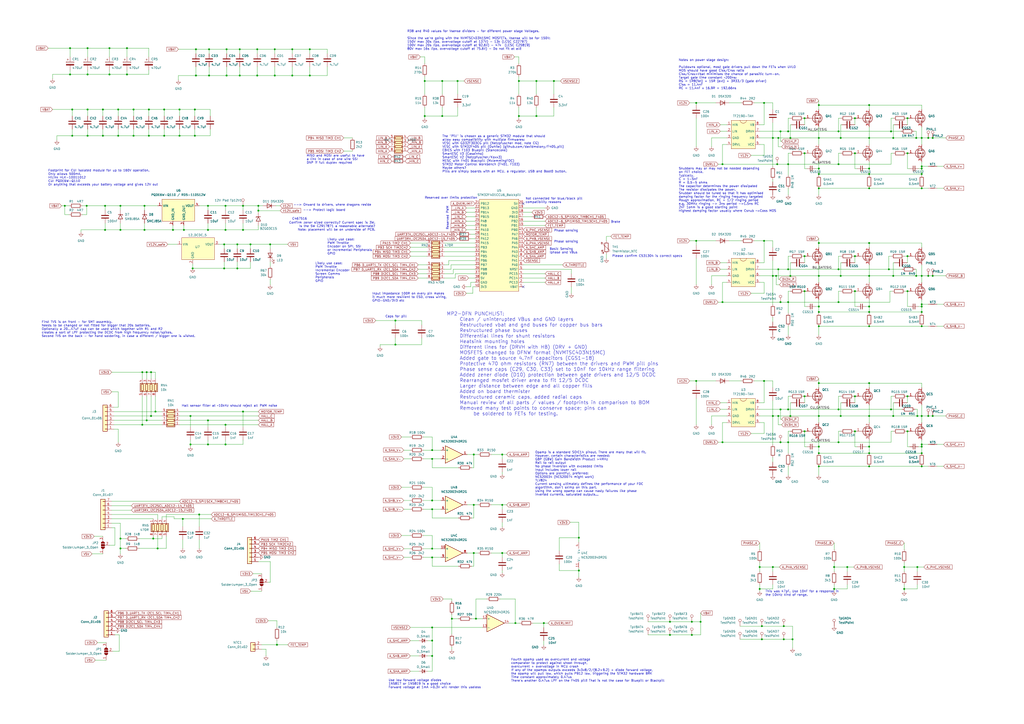
<source format=kicad_sch>
(kicad_sch (version 20230121) (generator eeschema)
  (paper "A2")
  (title_block (title "MP2_ESC_Main"))
  (junction (at 457.2 256.54))
  (junction (at 315.468 361.442))
  (junction (at 256.54 46.99))
  (junction (at 388.62 368.3))
  (junction (at 486.41 156.21))
  (junction (at 179.705 43.815))
  (junction (at 452.755 76.2))
  (junction (at 83.82 133.35))
  (junction (at 104.14 63.5))
  (junction (at 483.87 341.63))
  (junction (at 131.445 28.575))
  (junction (at 457.2 76.2))
  (junction (at 531.495 80.01))
  (junction (at 321.31 46.99))
  (junction (at 115.57 298.45))
  (junction (at 131.445 43.815))
  (junction (at 160.655 374.015))
  (junction (at 73.66 43.18))
  (junction (at 486.41 95.25))
  (junction (at 538.48 160.02))
  (junction (at 531.495 160.02))
  (junction (at 130.81 246.38))
  (junction (at 60.96 119.38))
  (junction (at 113.665 28.575))
  (junction (at 86.36 63.5))
  (junction (at 274.828 263.652))
  (junction (at 274.828 292.862))
  (junction (at 229.362 185.928))
  (junction (at 130.048 155.702))
  (junction (at 401.32 368.3))
  (junction (at 41.91 78.74))
  (junction (at 457.2 237.49))
  (junction (at 50.8 27.94))
  (junction (at 403.86 220.98))
  (junction (at 388.62 360.68))
  (junction (at 82.55 215.9))
  (junction (at 140.97 238.76))
  (junction (at 504.19 100.965))
  (junction (at 440.69 341.63))
  (junction (at 73.66 27.94))
  (junction (at 90.17 238.76))
  (junction (at 291.338 292.862))
  (junction (at 250.698 371.602))
  (junction (at 524.51 341.63))
  (junction (at 250.698 380.492))
  (junction (at 149.225 43.815))
  (junction (at 448.31 241.3))
  (junction (at 452.755 256.54))
  (junction (at 77.47 63.5))
  (junction (at 541.0552 80.01))
  (junction (at 419.1 95.25))
  (junction (at 491.49 328.93))
  (junction (at 159.385 43.815))
  (junction (at 534.67 241.3))
  (junction (at 452.755 237.49))
  (junction (at 504.19 97.79))
  (junction (at 538.48 241.3))
  (junction (at 441.96 363.22))
  (junction (at 121.285 28.575))
  (junction (at 443.23 139.7))
  (junction (at 541.0552 160.02))
  (junction (at 504.19 140.97))
  (junction (at 443.23 59.69))
  (junction (at 179.705 28.575))
  (junction (at 538.48 80.01))
  (junction (at 130.81 119.38))
  (junction (at 457.2 156.21))
  (junction (at 246.38 46.99))
  (junction (at 169.545 43.815))
  (junction (at 451.485 241.3))
  (junction (at 474.98 160.02))
  (junction (at 110.49 241.3))
  (junction (at 451.485 80.01))
  (junction (at 534.67 160.02))
  (junction (at 534.67 257.81))
  (junction (at 291.338 263.652))
  (junction (at 486.41 76.2))
  (junction (at 440.69 328.93))
  (junction (at 403.86 139.7))
  (junction (at 495.935 68.58))
  (junction (at 246.38 67.31))
  (junction (at 113.03 63.5))
  (junction (at 495.935 229.87))
  (junction (at 483.87 328.93))
  (junction (at 68.58 78.74))
  (junction (at 229.362 199.898))
  (junction (at 50.8 43.18))
  (junction (at 487.68 80.01))
  (junction (at 59.69 63.5))
  (junction (at 504.19 80.01))
  (junction (at 504.19 60.96))
  (junction (at 495.935 250.19))
  (junction (at 474.98 241.3))
  (junction (at 113.03 78.74))
  (junction (at 298.958 361.442))
  (junction (at 88.9 312.42))
  (junction (at 466.725 168.91))
  (junction (at 457.2 95.25))
  (junction (at 91.44 318.135))
  (junction (at 534.67 270.51))
  (junction (at 63.5 27.94))
  (junction (at 532.13 328.93))
  (junction (at 458.47 80.01))
  (junction (at 83.82 119.38))
  (junction (at 534.67 180.975))
  (junction (at 474.98 189.23))
  (junction (at 85.09 243.84))
  (junction (at 50.292 119.38))
  (junction (at 518.16 241.3))
  (junction (at 458.47 160.02))
  (junction (at 466.725 68.58))
  (junction (at 139.065 43.815))
  (junction (at 532.13 241.3))
  (junction (at 441.96 370.84))
  (junction (at 474.98 140.97))
  (junction (at 504.19 222.25))
  (junction (at 149.86 119.38))
  (junction (at 474.98 80.01))
  (junction (at 486.41 237.49))
  (junction (at 448.31 328.93))
  (junction (at 113.665 43.815))
  (junction (at 504.19 262.89))
  (junction (at 50.8 78.74))
  (junction (at 474.98 60.96))
  (junction (at 104.14 78.74))
  (junction (at 87.63 215.9))
  (junction (at 68.58 63.5))
  (junction (at 466.725 229.87))
  (junction (at 169.545 28.575))
  (junction (at 474.98 180.975))
  (junction (at 534.67 176.53))
  (junction (at 120.65 119.38))
  (junction (at 474.98 109.22))
  (junction (at 77.47 78.74))
  (junction (at 534.67 100.965))
  (junction (at 137.668 141.732))
  (junction (at 130.81 257.81))
  (junction (at 110.49 257.81))
  (junction (at 401.32 360.68))
  (junction (at 495.935 88.9))
  (junction (at 526.415 68.58))
  (junction (at 85.09 215.9))
  (junction (at 474.98 270.51))
  (junction (at 454.66 363.22))
  (junction (at 311.15 46.99))
  (junction (at 526.415 88.9))
  (junction (at 82.55 246.38))
  (junction (at 37.592 119.38))
  (junction (at 466.725 88.9))
  (junction (at 60.96 133.35))
  (junction (at 40.64 27.94))
  (junction (at 459.74 370.84))
  (junction (at 95.25 63.5))
  (junction (at 534.67 80.01))
  (junction (at 526.415 250.19))
  (junction (at 450.85 95.25))
  (junction (at 474.98 222.25))
  (junction (at 69.85 119.38))
  (junction (at 149.86 122.174))
  (junction (at 276.098 358.902))
  (junction (at 541.0552 241.3))
  (junction (at 250.698 295.402))
  (junction (at 515.62 156.21))
  (junction (at 504.19 189.23))
  (junction (at 250.698 266.192))
  (junction (at 474.98 262.89))
  (junction (at 120.65 243.84))
  (junction (at 130.048 141.732))
  (junction (at 69.85 133.35))
  (junction (at 265.43 46.99))
  (junction (at 86.36 78.74))
  (junction (at 486.41 256.54))
  (junction (at 250.698 323.342))
  (junction (at 311.15 67.31))
  (junction (at 486.41 175.26))
  (junction (at 474.98 100.965))
  (junction (at 300.99 46.99))
  (junction (at 250.698 318.262))
  (junction (at 487.68 160.02))
  (junction (at 534.67 96.52))
  (junction (at 145.288 141.732))
  (junction (at 458.47 241.3))
  (junction (at 63.5 43.18))
  (junction (at 495.935 148.59))
  (junction (at 504.19 177.8))
  (junction (at 250.698 363.982))
  (junction (at 40.64 43.18))
  (junction (at 335.788 330.962))
  (junction (at 534.67 262.89))
  (junction (at 487.68 241.3))
  (junction (at 41.91 63.5))
  (junction (at 504.19 160.02))
  (junction (at 69.85 312.42))
  (junction (at 534.67 259.08))
  (junction (at 250.698 290.322))
  (junction (at 140.97 119.38))
  (junction (at 250.698 261.112))
  (junction (at 59.69 78.74))
  (junction (at 69.85 318.135))
  (junction (at 504.19 109.22))
  (junction (at 139.065 28.575))
  (junction (at 450.215 160.02))
  (junction (at 274.828 320.802))
  (junction (at 526.415 229.87))
  (junction (at 149.225 28.575))
  (junction (at 419.1 256.54))
  (junction (at 121.285 43.815))
  (junction (at 120.65 133.35))
  (junction (at 300.99 67.31))
  (junction (at 524.51 328.93))
  (junction (at 403.86 59.69))
  (junction (at 457.2 175.26))
  (junction (at 130.81 133.35))
  (junction (at 100.33 133.35))
  (junction (at 156.718 141.732))
  (junction (at 137.668 155.702))
  (junction (at 262.128 358.902))
  (junction (at 534.67 177.8))
  (junction (at 106.68 133.35))
  (junction (at 111.76 155.702))
  (junction (at 50.8 63.5))
  (junction (at 474.98 177.8))
  (junction (at 466.725 250.19))
  (junction (at 140.97 133.35))
  (junction (at 159.385 28.575))
  (junction (at 406.4 360.68))
  (junction (at 419.1 175.26))
  (junction (at 451.485 156.21))
  (junction (at 452.755 175.26))
  (junction (at 495.935 168.91))
  (junction (at 474.98 259.08))
  (junction (at 106.045 300.99))
  (junction (at 534.67 97.79))
  (junction (at 448.31 160.02))
  (junction (at 474.98 97.79))
  (junction (at 95.25 78.74))
  (junction (at 516.89 237.49))
  (junction (at 256.54 67.31))
  (junction (at 443.23 220.98))
  (junction (at 526.415 148.59))
  (junction (at 448.31 80.01))
  (junction (at 87.63 241.3))
  (junction (at 291.338 320.802))
  (junction (at 504.19 241.3))
  (junction (at 335.788 311.912))
  (junction (at 466.725 148.59))
  (junction (at 518.16 80.01))
  (junction (at 526.415 168.91))
  (junction (at 534.67 189.23))
  (junction (at 120.65 257.81))
  (junction (at 518.16 160.02))
  (junction (at 504.19 270.51))
  (junction (at 534.67 109.22))
  (junction (at 504.19 259.08))
  (junction (at 454.66 370.84))
  (junction (at 516.89 76.2))
  (junction (at 504.19 180.975))
  (no_connect (at 303.53 166.37))
  (no_connect (at 303.53 118.11))
  (wire (pts (xy 321.31 46.99) (xy 325.12 46.99)))
  (wire (pts (xy 140.97 257.81) (xy 130.81 257.81)))
  (wire (pts (xy 440.69 245.11) (xy 443.23 245.11)))
  (wire (pts (xy 316.23 161.29) (xy 303.53 161.29)))
  (wire (pts (xy 440.69 76.2) (xy 452.755 76.2)))
  (wire (pts (xy 295.148 361.442) (xy 298.958 361.442)))
  (wire (pts (xy 245.618 295.402) (xy 250.698 295.402)))
  (wire (pts (xy 448.31 265.43) (xy 448.31 267.97)))
  (wire (pts (xy 487.68 152.4) (xy 487.68 160.02)))
  (wire (pts (xy 80.645 318.135) (xy 91.44 318.135)))
  (wire (pts (xy 459.74 363.22) (xy 459.74 370.84)))
  (wire (pts (xy 60.96 129.54) (xy 60.96 133.35)))
  (wire (pts (xy 69.85 318.135) (xy 69.85 321.31)))
  (wire (pts (xy 238.125 143.51) (xy 247.65 143.51)))
  (wire (pts (xy 246.38 62.23) (xy 246.38 67.31)))
  (wire (pts (xy 406.4 355.6) (xy 406.4 360.68)))
  (wire (pts (xy 250.698 290.322) (xy 255.778 290.322)))
  (wire (pts (xy 59.69 63.5) (xy 59.69 67.31)))
  (wire (pts (xy 59.69 74.93) (xy 59.69 78.74)))
  (wire (pts (xy 66.04 246.38) (xy 82.55 246.38)))
  (wire (pts (xy 518.795 72.39) (xy 518.16 72.39)))
  (wire (pts (xy 416.56 95.25) (xy 419.1 95.25)))
  (wire (pts (xy 452.755 175.26) (xy 457.2 175.26)))
  (wire (pts (xy 518.16 250.19) (xy 516.89 250.19)))
  (wire (pts (xy 121.92 78.74) (xy 113.03 78.74)))
  (wire (pts (xy 497.205 177.8) (xy 495.935 177.8)))
  (wire (pts (xy 282.448 347.472) (xy 276.098 347.472)))
  (wire (pts (xy 453.39 246.38) (xy 451.485 246.38)))
  (wire (pts (xy 452.755 76.2) (xy 457.2 76.2)))
  (wire (pts (xy 77.47 78.74) (xy 86.36 78.74)))
  (wire (pts (xy 440.69 241.3) (xy 448.31 241.3)))
  (wire (pts (xy 483.87 314.96) (xy 483.87 318.77)))
  (wire (pts (xy 64.77 290.83) (xy 104.14 290.83)))
  (wire (pts (xy 250.698 371.602) (xy 248.158 371.602)))
  (wire (pts (xy 270.51 123.19) (xy 275.59 123.19)))
  (wire (pts (xy 130.81 129.54) (xy 130.81 133.35)))
  (wire (pts (xy 491.49 328.93) (xy 491.49 331.47)))
  (wire (pts (xy 474.98 259.08) (xy 474.98 262.89)))
  (wire (pts (xy 130.81 246.38) (xy 149.86 246.38)))
  (wire (pts (xy 474.98 270.51) (xy 504.19 270.51)))
  (wire (pts (xy 486.41 229.87) (xy 486.41 237.49)))
  (wire (pts (xy 273.05 163.83) (xy 273.05 166.37)))
  (wire (pts (xy 419.1 95.25) (xy 450.85 95.25)))
  (wire (pts (xy 448.31 63.5) (xy 448.31 59.69)))
  (wire (pts (xy 466.09 250.19) (xy 466.725 250.19)))
  (wire (pts (xy 518.16 68.58) (xy 516.89 68.58)))
  (wire (pts (xy 467.995 97.79) (xy 466.725 97.79)))
  (wire (pts (xy 543.56 257.81) (xy 547.37 257.81)))
  (wire (pts (xy 291.338 305.562) (xy 291.338 303.022)))
  (wire (pts (xy 245.618 310.642) (xy 250.698 310.642)))
  (wire (pts (xy 474.98 222.25) (xy 474.98 224.79)))
  (wire (pts (xy 518.16 80.01) (xy 531.495 80.01)))
  (wire (pts (xy 50.8 43.18) (xy 63.5 43.18)))
  (wire (pts (xy 106.045 313.055) (xy 106.045 318.135)))
  (wire (pts (xy 525.78 68.58) (xy 526.415 68.58)))
  (wire (pts (xy 440.69 328.93) (xy 440.69 331.47)))
  (wire (pts (xy 534.67 140.97) (xy 534.67 143.51)))
  (wire (pts (xy 435.61 251.46) (xy 443.23 251.46)))
  (wire (pts (xy 274.32 166.37) (xy 275.59 166.37)))
  (wire (pts (xy 77.47 74.93) (xy 77.47 78.74)))
  (wire (pts (xy 229.362 185.928) (xy 244.602 185.928)))
  (wire (pts (xy 452.12 165.1) (xy 450.215 165.1)))
  (wire (pts (xy 518.16 233.68) (xy 518.16 241.3)))
  (wire (pts (xy 487.68 168.91) (xy 486.41 168.91)))
  (wire (pts (xy 474.98 109.22) (xy 504.19 109.22)))
  (wire (pts (xy 229.362 185.928) (xy 229.362 188.468)))
  (wire (pts (xy 265.938 300.482) (xy 250.698 300.482)))
  (wire (pts (xy 77.47 63.5) (xy 77.47 67.31)))
  (wire (pts (xy 486.41 175.26) (xy 516.255 175.26)))
  (wire (pts (xy 90.17 238.76) (xy 93.98 238.76)))
  (wire (pts (xy 69.85 129.54) (xy 69.85 133.35)))
  (wire (pts (xy 543.56 189.23) (xy 547.37 189.23)))
  (wire (pts (xy 403.86 68.58) (xy 403.86 85.09)))
  (wire (pts (xy 145.288 141.732) (xy 145.288 144.272)))
  (wire (pts (xy 457.2 250.19) (xy 457.2 256.54)))
  (wire (pts (xy 151.765 374.015) (xy 160.655 374.015)))
  (wire (pts (xy 250.698 295.402) (xy 255.778 295.402)))
  (wire (pts (xy 130.81 255.27) (xy 130.81 257.81)))
  (wire (pts (xy 87.63 215.9) (xy 90.17 215.9)))
  (wire (pts (xy 245.618 290.322) (xy 250.698 290.322)))
  (wire (pts (xy 66.04 248.92) (xy 68.58 248.92)))
  (wire (pts (xy 417.83 152.4) (xy 421.64 152.4)))
  (wire (pts (xy 104.14 246.38) (xy 130.81 246.38)))
  (wire (pts (xy 534.67 153.67) (xy 534.67 160.02)))
  (wire (pts (xy 403.86 220.98) (xy 415.29 220.98)))
  (wire (pts (xy 453.39 243.205) (xy 452.755 243.205)))
  (wire (pts (xy 466.725 229.87) (xy 466.725 233.68)))
  (wire (pts (xy 120.65 119.38) (xy 130.81 119.38)))
  (wire (pts (xy 250.698 300.482) (xy 250.698 295.402)))
  (wire (pts (xy 324.358 330.962) (xy 335.788 330.962)))
  (wire (pts (xy 525.78 229.87) (xy 526.415 229.87)))
  (wire (pts (xy 95.25 78.74) (xy 104.14 78.74)))
  (wire (pts (xy 149.225 43.815) (xy 159.385 43.815)))
  (wire (pts (xy 487.68 160.02) (xy 504.19 160.02)))
  (wire (pts (xy 495.3 68.58) (xy 495.935 68.58)))
  (wire (pts (xy 324.358 319.532) (xy 324.358 311.912)))
  (wire (pts (xy 149.225 28.575) (xy 149.225 31.115)))
  (wire (pts (xy 474.98 270.51) (xy 474.98 275.59)))
  (wire (pts (xy 440.69 80.01) (xy 448.31 80.01)))
  (wire (pts (xy 458.47 160.02) (xy 474.98 160.02)))
  (wire (pts (xy 466.09 68.58) (xy 466.725 68.58)))
  (wire (pts (xy 311.15 46.99) (xy 321.31 46.99)))
  (wire (pts (xy 234.188 290.322) (xy 237.998 290.322)))
  (wire (pts (xy 532.765 97.79) (xy 534.67 97.79)))
  (wire (pts (xy 547.37 109.22) (xy 543.56 109.22)))
  (wire (pts (xy 534.67 176.53) (xy 538.48 176.53)))
  (wire (pts (xy 303.53 120.65) (xy 316.23 120.65)))
  (wire (pts (xy 516.89 148.59) (xy 515.62 148.59)))
  (wire (pts (xy 103.505 28.575) (xy 113.665 28.575)))
  (wire (pts (xy 534.67 160.02) (xy 534.67 163.83)))
  (wire (pts (xy 451.485 161.925) (xy 451.485 156.21)))
  (wire (pts (xy 440.69 152.4) (xy 443.23 152.4)))
  (wire (pts (xy 311.15 67.31) (xy 300.99 67.31)))
  (wire (pts (xy 87.63 215.9) (xy 87.63 219.71)))
  (wire (pts (xy 262.128 358.902) (xy 262.128 367.792)))
  (wire (pts (xy 474.98 160.02) (xy 487.68 160.02)))
  (wire (pts (xy 457.2 95.25) (xy 486.41 95.25)))
  (wire (pts (xy 448.31 71.12) (xy 448.31 80.01)))
  (wire (pts (xy 257.81 146.05) (xy 275.59 146.05)))
  (wire (pts (xy 487.68 80.01) (xy 504.19 80.01)))
  (wire (pts (xy 466.725 97.79) (xy 466.725 88.9)))
  (wire (pts (xy 50.8 74.93) (xy 50.8 78.74)))
  (wire (pts (xy 495.935 68.58) (xy 495.935 72.39)))
  (wire (pts (xy 273.558 358.902) (xy 276.098 358.902)))
  (wire (pts (xy 495.935 250.19) (xy 496.57 250.19)))
  (wire (pts (xy 448.31 241.3) (xy 451.485 241.3)))
  (wire (pts (xy 111.76 155.702) (xy 111.76 153.162)))
  (wire (pts (xy 504.19 241.3) (xy 518.16 241.3)))
  (wire (pts (xy 504.19 73.66) (xy 504.19 80.01)))
  (wire (pts (xy 56.515 372.745) (xy 61.595 372.745)))
  (wire (pts (xy 541.0552 80.01) (xy 548.64 80.01)))
  (wire (pts (xy 448.31 241.3) (xy 448.31 257.81)))
  (wire (pts (xy 316.23 163.83) (xy 303.53 163.83)))
  (wire (pts (xy 66.675 306.07) (xy 64.77 306.07)))
  (wire (pts (xy 274.828 328.422) (xy 274.828 320.802)))
  (wire (pts (xy 440.69 163.83) (xy 443.23 163.83)))
  (wire (pts (xy 453.39 85.09) (xy 451.485 85.09)))
  (wire (pts (xy 504.19 189.23) (xy 534.67 189.23)))
  (wire (pts (xy 68.58 248.92) (xy 68.58 256.54)))
  (wire (pts (xy 416.56 175.26) (xy 419.1 175.26)))
  (wire (pts (xy 458.47 241.3) (xy 474.98 241.3)))
  (wire (pts (xy 526.415 88.9) (xy 527.05 88.9)))
  (wire (pts (xy 516.89 250.19) (xy 516.89 256.54)))
  (wire (pts (xy 474.98 100.965) (xy 504.19 100.965)))
  (wire (pts (xy 495.935 68.58) (xy 496.57 68.58)))
  (wire (pts (xy 245.618 253.492) (xy 250.698 253.492)))
  (wire (pts (xy 91.44 318.135) (xy 96.52 318.135)))
  (wire (pts (xy 534.67 80.01) (xy 538.48 80.01)))
  (wire (pts (xy 526.415 148.59) (xy 526.415 152.4)))
  (wire (pts (xy 131.445 28.575) (xy 131.445 31.115)))
  (wire (pts (xy 534.67 160.02) (xy 538.48 160.02)))
  (wire (pts (xy 80.645 312.42) (xy 88.9 312.42)))
  (wire (pts (xy 504.19 180.975) (xy 534.67 180.975)))
  (wire (pts (xy 159.385 43.815) (xy 169.545 43.815)))
  (wire (pts (xy 159.385 28.575) (xy 159.385 31.115)))
  (wire (pts (xy 458.47 72.39) (xy 458.47 80.01)))
  (wire (pts (xy 237.998 363.982) (xy 250.698 363.982)))
  (wire (pts (xy 145.415 342.9) (xy 151.765 342.9)))
  (wire (pts (xy 139.065 28.575) (xy 139.065 31.115)))
  (wire (pts (xy 538.48 160.02) (xy 541.0552 160.02)))
  (wire (pts (xy 518.16 152.4) (xy 518.16 160.02)))
  (wire (pts (xy 50.292 119.38) (xy 60.96 119.38)))
  (wire (pts (xy 271.78 161.29) (xy 275.59 161.29)))
  (wire (pts (xy 250.698 389.382) (xy 248.158 389.382)))
  (wire (pts (xy 160.02 119.38) (xy 162.56 119.38)))
  (wire (pts (xy 63.5 43.18) (xy 73.66 43.18)))
  (wire (pts (xy 256.54 46.99) (xy 265.43 46.99)))
  (wire (pts (xy 300.99 46.99) (xy 300.99 54.61)))
  (wire (pts (xy 37.592 124.46) (xy 37.592 119.38)))
  (wire (pts (xy 104.14 243.84) (xy 120.65 243.84)))
  (wire (pts (xy 264.16 158.75) (xy 264.16 161.29)))
  (wire (pts (xy 466.725 68.58) (xy 467.36 68.58)))
  (wire (pts (xy 524.51 328.93) (xy 524.51 331.47)))
  (wire (pts (xy 232.918 253.492) (xy 237.998 253.492)))
  (wire (pts (xy 452.755 243.205) (xy 452.755 237.49)))
  (wire (pts (xy 474.98 60.96) (xy 474.98 63.5)))
  (wire (pts (xy 459.74 370.84) (xy 459.74 375.92)))
  (wire (pts (xy 238.125 148.59) (xy 247.65 148.59)))
  (wire (pts (xy 149.86 325.755) (xy 156.845 325.755)))
  (wire (pts (xy 82.55 246.38) (xy 93.98 246.38)))
  (wire (pts (xy 440.69 233.68) (xy 443.23 233.68)))
  (wire (pts (xy 483.87 328.93) (xy 491.49 328.93)))
  (wire (pts (xy 487.68 72.39) (xy 487.68 80.01)))
  (wire (pts (xy 85.09 229.87) (xy 85.09 243.84)))
  (wire (pts (xy 46.99 134.62) (xy 46.99 133.35)))
  (wire (pts (xy 298.958 361.442) (xy 301.498 361.442)))
  (wire (pts (xy 324.358 327.152) (xy 324.358 330.962)))
  (wire (pts (xy 68.58 63.5) (xy 77.47 63.5)))
  (wire (pts (xy 419.1 245.11) (xy 421.64 245.11)))
  (wire (pts (xy 457.2 148.59) (xy 457.2 156.21)))
  (wire (pts (xy 64.77 298.45) (xy 91.44 298.45)))
  (wire (pts (xy 66.04 241.3) (xy 87.63 241.3)))
  (wire (pts (xy 315.468 361.442) (xy 315.468 363.982)))
  (wire (pts (xy 69.85 312.42) (xy 69.85 318.135)))
  (wire (pts (xy 238.125 146.05) (xy 247.65 146.05)))
  (wire (pts (xy 85.09 243.84) (xy 93.98 243.84)))
  (wire (pts (xy 103.505 43.815) (xy 113.665 43.815)))
  (wire (pts (xy 130.048 141.732) (xy 137.668 141.732)))
  (wire (pts (xy 491.49 341.63) (xy 483.87 341.63)))
  (wire (pts (xy 335.788 303.022) (xy 335.788 311.912)))
  (wire (pts (xy 246.38 67.31) (xy 246.38 68.58)))
  (wire (pts (xy 96.52 298.45) (xy 115.57 298.45)))
  (wire (pts (xy 534.67 93.98) (xy 534.67 96.52)))
  (wire (pts (xy 274.828 263.652) (xy 277.368 263.652)))
  (wire (pts (xy 242.57 158.75) (xy 247.65 158.75)))
  (wire (pts (xy 27.94 27.94) (xy 40.64 27.94)))
  (wire (pts (xy 488.315 233.68) (xy 487.68 233.68)))
  (wire (pts (xy 229.362 196.088) (xy 229.362 199.898)))
  (wire (pts (xy 459.105 233.68) (xy 458.47 233.68)))
  (wire (pts (xy 466.725 229.87) (xy 467.36 229.87)))
  (wire (pts (xy 60.96 119.38) (xy 69.85 119.38)))
  (wire (pts (xy 276.098 347.472) (xy 276.098 358.902)))
  (wire (pts (xy 417.83 76.2) (xy 421.64 76.2)))
  (wire (pts (xy 130.81 119.38) (xy 130.81 121.92)))
  (wire (pts (xy 121.285 28.575) (xy 131.445 28.575)))
  (wire (pts (xy 273.05 138.43) (xy 275.59 138.43)))
  (wire (pts (xy 130.048 151.892) (xy 130.048 155.702)))
  (wire (pts (xy 466.725 250.19) (xy 467.36 250.19)))
  (wire (pts (xy 160.655 374.015) (xy 167.005 374.015)))
  (wire (pts (xy 488.315 72.39) (xy 487.68 72.39)))
  (wire (pts (xy 457.2 189.23) (xy 457.2 194.31)))
  (wire (pts (xy 250.698 371.602) (xy 250.698 380.492)))
  (wire (pts (xy 375.92 360.68) (xy 388.62 360.68)))
  (wire (pts (xy 441.96 370.84) (xy 429.26 370.84)))
  (wire (pts (xy 265.43 46.99) (xy 265.43 54.61)))
  (wire (pts (xy 113.03 63.5) (xy 121.92 63.5)))
  (wire (pts (xy 271.018 292.862) (xy 274.828 292.862)))
  (wire (pts (xy 474.98 80.01) (xy 474.98 83.82)))
  (wire (pts (xy 270.51 125.73) (xy 275.59 125.73)))
  (wire (pts (xy 237.998 295.402) (xy 234.188 295.402)))
  (wire (pts (xy 140.97 119.38) (xy 140.97 121.92)))
  (wire (pts (xy 326.39 153.67) (xy 303.53 153.67)))
  (wire (pts (xy 419.1 83.82) (xy 419.1 95.25)))
  (wire (pts (xy 140.97 255.27) (xy 140.97 257.81)))
  (wire (pts (xy 401.32 368.3) (xy 388.62 368.3)))
  (wire (pts (xy 260.35 151.13) (xy 275.59 151.13)))
  (wire (pts (xy 96.52 311.15) (xy 96.52 318.135)))
  (wire (pts (xy 527.685 177.8) (xy 526.415 177.8)))
  (wire (pts (xy 64.77 227.33) (xy 68.58 227.33)))
  (wire (pts (xy 139.065 43.815) (xy 131.445 43.815)))
  (wire (pts (xy 47.752 124.46) (xy 50.292 124.46)))
  (wire (pts (xy 534.67 60.96) (xy 534.67 63.5)))
  (wire (pts (xy 504.19 109.22) (xy 534.67 109.22)))
  (wire (pts (xy 495.935 229.87) (xy 496.57 229.87)))
  (wire (pts (xy 435.61 90.17) (xy 443.23 90.17)))
  (wire (pts (xy 113.665 28.575) (xy 113.665 31.115)))
  (wire (pts (xy 257.81 158.75) (xy 262.89 158.75)))
  (wire (pts (xy 250.698 310.642) (xy 250.698 318.262)))
  (wire (pts (xy 403.86 149.86) (xy 403.86 165.1)))
  (wire (pts (xy 486.41 76.2) (xy 516.89 76.2)))
  (wire (pts (xy 417.83 237.49) (xy 421.64 237.49)))
  (wire (pts (xy 491.49 339.09) (xy 491.49 341.63)))
  (wire (pts (xy 151.765 376.555) (xy 154.305 376.555)))
  (wire (pts (xy 458.47 152.4) (xy 458.47 160.02)))
  (wire (pts (xy 532.13 237.49) (xy 532.13 241.3)))
  (wire (pts (xy 298.958 361.442) (xy 298.958 347.472)))
  (wire (pts (xy 93.98 311.15) (xy 93.98 312.42)))
  (wire (pts (xy 531.495 160.02) (xy 534.67 160.02)))
  (wire (pts (xy 41.91 74.93) (xy 41.91 78.74)))
  (wire (pts (xy 104.14 78.74) (xy 113.03 78.74)))
  (wire (pts (xy 525.145 168.91) (xy 526.415 168.91)))
  (wire (pts (xy 87.63 241.3) (xy 93.98 241.3)))
  (wire (pts (xy 145.288 151.892) (xy 145.288 155.702)))
  (wire (pts (xy 149.86 122.174) (xy 149.86 123.19)))
  (wire (pts (xy 448.31 232.41) (xy 448.31 241.3)))
  (wire (pts (xy 486.41 168.91) (xy 486.41 175.26)))
  (wire (pts (xy 47.752 119.38) (xy 50.292 119.38)))
  (wire (pts (xy 474.98 97.79) (xy 474.98 100.965)))
  (wire (pts (xy 504.19 177.8) (xy 504.19 180.975)))
  (wire (pts (xy 495.3 148.59) (xy 495.935 148.59)))
  (wire (pts (xy 504.19 173.99) (xy 504.19 177.8)))
  (wire (pts (xy 495.3 88.9) (xy 495.935 88.9)))
  (wire (pts (xy 284.988 320.802) (xy 291.338 320.802)))
  (wire (pts (xy 486.41 156.21) (xy 515.62 156.21)))
  (wire (pts (xy 440.69 326.39) (xy 440.69 328.93)))
  (wire (pts (xy 291.338 295.402) (xy 291.338 292.862)))
  (wire (pts (xy 68.58 63.5) (xy 68.58 67.31)))
  (wire (pts (xy 179.705 43.815) (xy 189.865 43.815)))
  (wire (pts (xy 86.36 63.5) (xy 86.36 67.31)))
  (wire (pts (xy 457.2 175.26) (xy 486.41 175.26)))
  (wire (pts (xy 530.86 156.21) (xy 531.495 156.21)))
  (wire (pts (xy 276.098 358.902) (xy 279.908 358.902)))
  (wire (pts (xy 234.188 261.112) (xy 237.998 261.112)))
  (wire (pts (xy 217.932 185.928) (xy 229.362 185.928)))
  (wire (pts (xy 443.23 83.82) (xy 443.23 90.17)))
  (wire (pts (xy 260.35 153.67) (xy 260.35 151.13)))
  (wire (pts (xy 441.96 363.22) (xy 454.66 363.22)))
  (wire (pts (xy 156.718 162.052) (xy 156.718 165.227)))
  (wire (pts (xy 437.515 139.7) (xy 443.23 139.7)))
  (wire (pts (xy 448.31 143.51) (xy 448.31 139.7)))
  (wire (pts (xy 303.53 125.73) (xy 308.61 125.73)))
  (wire (pts (xy 474.98 255.27) (xy 474.98 259.08)))
  (wire (pts (xy 457.2 168.91) (xy 457.2 175.26)))
  (wire (pts (xy 534.67 255.27) (xy 534.67 257.81)))
  (wire (pts (xy 291.338 323.342) (xy 291.338 320.802)))
  (wire (pts (xy 245.618 261.112) (xy 250.698 261.112)))
  (wire (pts (xy 495.935 148.59) (xy 496.57 148.59)))
  (wire (pts (xy 237.998 389.382) (xy 243.078 389.382)))
  (wire (pts (xy 504.19 234.95) (xy 504.19 241.3)))
  (wire (pts (xy 448.31 328.93) (xy 452.12 328.93)))
  (wire (pts (xy 448.31 184.15) (xy 448.31 186.69)))
  (wire (pts (xy 457.2 88.9) (xy 457.2 95.25)))
  (wire (pts (xy 457.2 256.54) (xy 457.2 262.89)))
  (wire (pts (xy 443.23 152.4) (xy 443.23 139.7)))
  (wire (pts (xy 274.32 170.18) (xy 274.32 166.37)))
  (wire (pts (xy 451.485 80.01) (xy 458.47 80.01)))
  (wire (pts (xy 448.31 224.79) (xy 448.31 220.98)))
  (wire (pts (xy 179.705 38.735) (xy 179.705 43.815)))
  (wire (pts (xy 243.84 33.02) (xy 246.38 33.02)))
  (wire (pts (xy 121.285 28.575) (xy 121.285 31.115)))
  (wire (pts (xy 440.69 83.82) (xy 443.23 83.82)))
  (wire (pts (xy 68.58 78.74) (xy 59.69 78.74)))
  (wire (pts (xy 270.51 166.37) (xy 273.05 166.37)))
  (wire (pts (xy 300.99 44.45) (xy 300.99 46.99)))
  (wire (pts (xy 104.14 238.76) (xy 140.97 238.76)))
  (wire (pts (xy 85.09 215.9) (xy 87.63 215.9)))
  (wire (pts (xy 113.665 28.575) (xy 121.285 28.575)))
  (wire (pts (xy 149.86 130.81) (xy 149.86 133.35)))
  (wire (pts (xy 421.64 160.02) (xy 412.75 160.02)))
  (wire (pts (xy 156.718 141.732) (xy 166.878 141.732)))
  (wire (pts (xy 53.34 321.31) (xy 59.69 321.31)))
  (wire (pts (xy 121.285 38.735) (xy 121.285 43.815)))
  (wire (pts (xy 54.61 311.15) (xy 59.69 311.15)))
  (wire (pts (xy 69.85 119.38) (xy 83.82 119.38)))
  (wire (pts (xy 86.36 74.93) (xy 86.36 78.74)))
  (wire (pts (xy 538.48 80.01) (xy 541.0552 80.01)))
  (wire (pts (xy 237.998 380.492) (xy 243.078 380.492)))
  (wire (pts (xy 443.23 163.83) (xy 443.23 170.18)))
  (wire (pts (xy 237.998 323.342) (xy 234.188 323.342)))
  (wire (pts (xy 419.1 256.54) (xy 452.755 256.54)))
  (wire (pts (xy 531.495 156.21) (xy 531.495 160.02)))
  (wire (pts (xy 64.77 300.99) (xy 88.9 300.99)))
  (wire (pts (xy 532.13 339.09) (xy 532.13 341.63)))
  (wire (pts (xy 160.655 371.475) (xy 160.655 374.015)))
  (wire (pts (xy 504.19 140.97) (xy 534.67 140.97)))
  (wire (pts (xy 495.3 229.87) (xy 495.935 229.87)))
  (wire (pts (xy 443.23 233.68) (xy 443.23 220.98)))
  (wire (pts (xy 149.86 119.38) (xy 152.4 119.38)))
  (wire (pts (xy 250.698 318.262) (xy 255.778 318.262)))
  (wire (pts (xy 245.618 323.342) (xy 250.698 323.342)))
  (wire (pts (xy 242.57 153.67) (xy 247.65 153.67)))
  (wire (pts (xy 526.415 68.58) (xy 526.415 72.39)))
  (wire (pts (xy 110.49 241.3) (xy 110.49 247.65)))
  (wire (pts (xy 518.16 88.9) (xy 516.89 88.9)))
  (wire (pts (xy 504.19 93.98) (xy 504.19 97.79)))
  (wire (pts (xy 90.17 229.87) (xy 90.17 238.76)))
  (wire (pts (xy 256.54 46.99) (xy 256.54 54.61)))
  (wire (pts (xy 271.018 263.652) (xy 274.828 263.652)))
  (wire (pts (xy 448.31 104.14) (xy 448.31 105.41)))
  (wire (pts (xy 451.485 246.38) (xy 451.485 241.3)))
  (wire (pts (xy 120.65 243.84) (xy 120.65 247.65)))
  (wire (pts (xy 504.19 180.975) (xy 504.19 181.61)))
  (wire (pts (xy 532.13 341.63) (xy 524.51 341.63)))
  (wire (pts (xy 448.31 59.69) (xy 443.23 59.69)))
  (wire (pts (xy 110.49 241.3) (xy 149.86 241.3)))
  (wire (pts (xy 495.935 177.8) (xy 495.935 168.91)))
  (wire (pts (xy 429.26 363.22) (xy 441.96 363.22)))
  (wire (pts (xy 179.705 28.575) (xy 189.865 28.575)))
  (wire (pts (xy 104.14 241.3) (xy 110.49 241.3)))
  (wire (pts (xy 504.19 222.25) (xy 534.67 222.25)))
  (wire (pts (xy 417.83 72.39) (xy 421.64 72.39)))
  (wire (pts (xy 474.98 241.3) (xy 487.68 241.3)))
  (wire (pts (xy 122.555 300.99) (xy 106.045 300.99)))
  (wire (pts (xy 169.545 43.815) (xy 179.705 43.815)))
  (wire (pts (xy 466.09 148.59) (xy 466.725 148.59)))
  (wire (pts (xy 495.935 259.08) (xy 495.935 250.19)))
  (wire (pts (xy 156.845 337.82) (xy 155.575 337.82)))
  (wire (pts (xy 110.49 257.81) (xy 110.49 259.08)))
  (wire (pts (xy 69.85 133.35) (xy 83.82 133.35)))
  (wire (pts (xy 103.505 43.815) (xy 103.505 46.355)))
  (wire (pts (xy 419.1 175.26) (xy 452.755 175.26)))
  (wire (pts (xy 257.81 153.67) (xy 260.35 153.67)))
  (wire (pts (xy 388.62 360.68) (xy 401.32 360.68)))
  (wire (pts (xy 189.865 38.735) (xy 189.865 43.815)))
  (wire (pts (xy 448.31 160.02) (xy 448.31 176.53)))
  (wire (pts (xy 534.67 176.53) (xy 534.67 177.8)))
  (wire (pts (xy 121.92 74.93) (xy 121.92 78.74)))
  (wire (pts (xy 452.755 81.915) (xy 452.755 76.2)))
  (wire (pts (xy 300.99 67.31) (xy 300.99 68.58)))
  (wire (pts (xy 534.67 96.52) (xy 534.67 97.79)))
  (wire (pts (xy 495.935 229.87) (xy 495.935 233.68)))
  (wire (pts (xy 149.225 38.735) (xy 149.225 43.815)))
  (wire (pts (xy 453.39 81.915) (xy 452.755 81.915)))
  (wire (pts (xy 516.89 68.58) (xy 516.89 76.2)))
  (wire (pts (xy 457.2 181.61) (xy 457.2 175.26)))
  (wire (pts (xy 237.998 266.192) (xy 234.188 266.192)))
  (wire (pts (xy 246.38 33.02) (xy 246.38 36.83)))
  (wire (pts (xy 83.82 129.54) (xy 83.82 133.35)))
  (wire (pts (xy 95.25 63.5) (xy 95.25 67.31)))
  (wire (pts (xy 69.85 303.53) (xy 69.85 312.42)))
  (wire (pts (xy 82.55 229.87) (xy 82.55 246.38)))
  (wire (pts (xy 448.31 341.63) (xy 440.69 341.63)))
  (wire (pts (xy 261.62 153.67) (xy 261.62 156.21)))
  (wire (pts (xy 106.045 300.99) (xy 106.045 305.435)))
  (wire (pts (xy 160.655 360.045) (xy 160.655 363.855)))
  (wire (pts (xy 406.4 368.3) (xy 401.32 368.3)))
  (wire (pts (xy 265.43 62.23) (xy 265.43 67.31)))
  (wire (pts (xy 534.67 173.99) (xy 534.67 176.53)))
  (wire (pts (xy 497.205 97.79) (xy 495.935 97.79)))
  (wire (pts (xy 448.31 80.01) (xy 448.31 96.52)))
  (wire (pts (xy 274.828 292.862) (xy 277.368 292.862)))
  (wire (pts (xy 534.67 80.01) (xy 534.67 83.82)))
  (wire (pts (xy 244.602 196.088) (xy 244.602 199.898)))
  (wire (pts (xy 140.97 129.54) (xy 140.97 133.35)))
  (wire (pts (xy 40.64 27.94) (xy 50.8 27.94)))
  (wire (pts (xy 300.99 46.99) (xy 311.15 46.99)))
  (wire (pts (xy 250.698 271.272) (xy 250.698 266.192)))
  (wire (pts (xy 273.558 271.272) (xy 274.828 271.272)))
  (wire (pts (xy 400.05 220.98) (xy 403.86 220.98)))
  (wire (pts (xy 474.98 80.01) (xy 487.68 80.01)))
  (wire (pts (xy 495.935 97.79) (xy 495.935 88.9)))
  (wire (pts (xy 41.91 63.5) (xy 41.91 67.31)))
  (wire (pts (xy 106.68 133.35) (xy 120.65 133.35)))
  (wire (pts (xy 474.98 173.99) (xy 474.98 177.8)))
  (wire (pts (xy 246.38 46.99) (xy 256.54 46.99)))
  (wire (pts (xy 265.938 271.272) (xy 250.698 271.272)))
  (wire (pts (xy 487.68 233.68) (xy 487.68 241.3)))
  (wire (pts (xy 246.38 46.99) (xy 246.38 54.61)))
  (wire (pts (xy 504.19 60.96) (xy 504.19 63.5)))
  (wire (pts (xy 96.52 298.45) (xy 96.52 300.99)))
  (wire (pts (xy 291.338 275.082) (xy 291.338 273.812)))
  (wire (pts (xy 111.76 155.702) (xy 130.048 155.702)))
  (wire (pts (xy 534.67 241.3) (xy 538.48 241.3)))
  (wire (pts (xy 527.685 97.79) (xy 526.415 97.79)))
  (wire (pts (xy 400.05 59.69) (xy 403.86 59.69)))
  (wire (pts (xy 504.19 97.79) (xy 504.19 100.965)))
  (wire (pts (xy 491.49 328.93) (xy 495.3 328.93)))
  (wire (pts (xy 474.98 189.23) (xy 504.19 189.23)))
  (wire (pts (xy 169.545 28.575) (xy 169.545 31.115)))
  (wire (pts (xy 60.96 119.38) (xy 60.96 121.92)))
  (wire (pts (xy 457.2 250.19) (xy 458.47 250.19)))
  (wire (pts (xy 486.41 88.9) (xy 486.41 95.25)))
  (wire (pts (xy 100.965 300.99) (xy 100.965 299.72)))
  (wire (pts (xy 303.53 123.19) (xy 308.61 123.19)))
  (wire (pts (xy 440.69 341.63) (xy 440.69 342.9)))
  (wire (pts (xy 412.75 160.02) (xy 412.75 165.1)))
  (wire (pts (xy 245.618 266.192) (xy 250.698 266.192)))
  (wire (pts (xy 495.935 168.91) (xy 496.57 168.91)))
  (wire (pts (xy 466.09 229.87) (xy 466.725 229.87)))
  (wire (pts (xy 76.2 295.91) (xy 64.77 295.91)))
  (wire (pts (xy 403.86 139.7) (xy 415.29 139.7)))
  (wire (pts (xy 65.405 377.825) (xy 69.215 377.825)))
  (wire (pts (xy 40.64 43.18) (xy 50.8 43.18)))
  (wire (pts (xy 473.075 97.79) (xy 474.98 97.79)))
  (wire (pts (xy 448.31 328.93) (xy 448.31 331.47)))
  (wire (pts (xy 448.31 151.13) (xy 448.31 160.02)))
  (wire (pts (xy 474.98 138.43) (xy 474.98 140.97)))
  (wire (pts (xy 110.49 257.81) (xy 110.49 255.27)))
  (wire (pts (xy 457.2 237.49) (xy 486.41 237.49)))
  (wire (pts (xy 131.445 43.815) (xy 121.285 43.815)))
  (wire (pts (xy 73.66 43.18) (xy 86.36 43.18)))
  (wire (pts (xy 504.19 262.89) (xy 534.67 262.89)))
  (wire (pts (xy 316.23 158.75) (xy 303.53 158.75)))
  (wire (pts (xy 262.89 158.75) (xy 262.89 156.21)))
  (wire (pts (xy 474.98 241.3) (xy 474.98 245.11)))
  (wire (pts (xy 534.67 257.81) (xy 534.67 259.08)))
  (wire (pts (xy 270.51 133.35) (xy 275.59 133.35)))
  (wire (pts (xy 95.25 74.93) (xy 95.25 78.74)))
  (wire (pts (xy 534.67 100.965) (xy 534.67 101.6)))
  (wire (pts (xy 516.89 237.49) (xy 523.24 237.49)))
  (wire (pts (xy 115.57 298.45) (xy 122.555 298.45)))
  (wire (pts (xy 82.55 215.9) (xy 82.55 219.71)))
  (wire (pts (xy 483.87 339.09) (xy 483.87 341.63)))
  (wire (pts (xy 416.56 256.54) (xy 419.1 256.54)))
  (wire (pts (xy 474.98 160.02) (xy 474.98 163.83)))
  (wire (pts (xy 40.64 40.64) (xy 40.64 43.18)))
  (wire (pts (xy 156.718 151.892) (xy 156.718 154.432)))
  (wire (pts (xy 534.67 270.51) (xy 538.48 270.51)))
  (wire (pts (xy 526.415 68.58) (xy 527.05 68.58)))
  (wire (pts (xy 106.045 300.99) (xy 100.965 300.99)))
  (wire (pts (xy 518.795 233.68) (xy 518.16 233.68)))
  (wire (pts (xy 64.77 303.53) (xy 69.85 303.53)))
  (wire (pts (xy 474.98 234.95) (xy 474.98 241.3)))
  (wire (pts (xy 474.98 100.965) (xy 474.98 101.6)))
  (wire (pts (xy 85.09 215.9) (xy 85.09 219.71)))
  (wire (pts (xy 419.1 163.83) (xy 421.64 163.83)))
  (wire (pts (xy 412.75 80.01) (xy 412.75 85.09)))
  (wire (pts (xy 486.41 256.54) (xy 516.89 256.54)))
  (wire (pts (xy 526.415 148.59) (xy 527.05 148.59)))
  (wire (pts (xy 60.96 133.35) (xy 69.85 133.35)))
  (wire (pts (xy 149.86 119.38) (xy 149.86 122.174)))
  (wire (pts (xy 517.525 168.91) (xy 516.255 168.91)))
  (wire (pts (xy 179.705 28.575) (xy 179.705 31.115)))
  (wire (pts (xy 504.19 140.97) (xy 504.19 143.51)))
  (wire (pts (xy 473.075 259.08) (xy 474.98 259.08)))
  (wire (pts (xy 534.67 180.975) (xy 534.67 181.61)))
  (wire (pts (xy 440.69 328.93) (xy 448.31 328.93)))
  (wire (pts (xy 486.41 95.25) (xy 516.89 95.25)))
  (wire (pts (xy 159.385 28.575) (xy 169.545 28.575)))
  (wire (pts (xy 518.795 152.4) (xy 518.16 152.4)))
  (wire (pts (xy 412.75 241.3) (xy 412.75 246.38)))
  (wire (pts (xy 257.81 148.59) (xy 275.59 148.59)))
  (wire (pts (xy 541.0552 241.3) (xy 548.64 241.3)))
  (wire (pts (xy 63.5 27.94) (xy 73.66 27.94)))
  (wire (pts (xy 324.358 311.912) (xy 335.788 311.912)))
  (wire (pts (xy 137.668 141.732) (xy 145.288 141.732)))
  (wire (pts (xy 516.89 76.2) (xy 522.605 76.2)))
  (wire (pts (xy 504.19 160.02) (xy 518.16 160.02)))
  (wire (pts (xy 504.19 160.02) (xy 504.19 163.83)))
  (wire (pts (xy 497.205 259.08) (xy 495.935 259.08)))
  (wire (pts (xy 140.97 119.38) (xy 149.86 119.38)))
  (wire (pts (xy 273.05 135.89) (xy 275.59 135.89)))
  (wire (pts (xy 257.81 143.51) (xy 275.59 143.51)))
  (wire (pts (xy 525.78 88.9) (xy 526.415 88.9)))
  (wire (pts (xy 104.14 63.5) (xy 113.03 63.5)))
  (wire (pts (xy 199.39 80.01) (xy 204.47 80.01)))
  (wire (pts (xy 448.31 139.7) (xy 443.23 139.7)))
  (wire (pts (xy 50.8 40.64) (xy 50.8 43.18)))
  (wire (pts (xy 354.33 137.16) (xy 351.79 137.16)))
  (wire (pts (xy 448.31 160.02) (xy 450.215 160.02)))
  (wire (pts (xy 37.592 124.46) (xy 40.132 124.46)))
  (wire (pts (xy 33.02 78.74) (xy 33.02 81.28)))
  (wire (pts (xy 474.98 109.22) (xy 474.98 113.03)))
  (wire (pts (xy 265.43 67.31) (xy 256.54 67.31)))
  (wire (pts (xy 245.618 282.702) (xy 250.698 282.702)))
  (wire (pts (xy 351.79 147.32) (xy 351.79 149.86)))
  (wire (pts (xy 137.668 155.702) (xy 130.048 155.702)))
  (wire (pts (xy 504.19 270.51) (xy 534.67 270.51)))
  (wire (pts (xy 437.515 59.69) (xy 443.23 59.69)))
  (wire (pts (xy 504.19 222.25) (xy 504.19 224.79)))
  (wire (pts (xy 543.56 96.52) (xy 547.37 96.52)))
  (wire (pts (xy 504.19 255.27) (xy 504.19 259.08)))
  (wire (pts (xy 87.63 229.87) (xy 87.63 241.3)))
  (wire (pts (xy 459.105 152.4) (xy 458.47 152.4)))
  (wire (pts (xy 115.57 313.055) (xy 115.57 318.135)))
  (wire (pts (xy 88.9 312.42) (xy 93.98 312.42)))
  (wire (pts (xy 483.87 341.63) (xy 483.87 342.9)))
  (wire (pts (xy 145.288 155.702) (xy 137.668 155.702)))
  (wire (pts (xy 66.04 236.22) (xy 68.58 236.22)))
  (wire (pts (xy 257.81 140.97) (xy 275.59 140.97)))
  (wire (pts (xy 474.98 93.98) (xy 474.98 97.79)))
  (wire (pts (xy 100.965 299.72) (xy 93.98 299.72)))
  (wire (pts (xy 291.338 263.652) (xy 293.878 263.652)))
  (wire (pts (xy 265.43 46.99) (xy 269.24 46.99)))
  (wire (pts (xy 422.91 59.69) (xy 429.895 59.69)))
  (wire (pts (xy 229.362 199.898) (xy 244.602 199.898)))
  (wire (pts (xy 487.68 88.9) (xy 486.41 88.9)))
  (wire (pts (xy 113.665 38.735) (xy 113.665 43.815)))
  (wire (pts (xy 127 141.732) (xy 130.048 141.732)))
  (wire (pts (xy 275.59 163.83) (xy 273.05 163.83)))
  (wire (pts (xy 467.995 259.08) (xy 466.725 259.08)))
  (wire (pts (xy 91.44 300.99) (xy 91.44 298.45)))
  (wire (pts (xy 451.485 156.21) (xy 457.2 156.21)))
  (wire (pts (xy 335.788 330.962) (xy 335.788 334.772)))
  (wire (pts (xy 524.51 326.39) (xy 524.51 328.93)))
  (wire (pts (xy 66.04 243.84) (xy 85.09 243.84)))
  (wire (pts (xy 262.128 356.362) (xy 262.128 358.902)))
  (wire (pts (xy 83.82 119.38) (xy 91.44 119.38)))
  (wire (pts (xy 495.935 88.9) (xy 496.57 88.9)))
  (wire (pts (xy 303.53 156.21) (xy 331.47 156.21)))
  (wire (pts (xy 59.69 63.5) (xy 68.58 63.5)))
  (wire (pts (xy 335.788 311.912) (xy 335.788 314.452)))
  (wire (pts (xy 73.66 27.94) (xy 86.36 27.94)))
  (wire (pts (xy 440.69 156.21) (xy 451.485 156.21)))
  (wire (pts (xy 486.41 148.59) (xy 486.41 156.21)))
  (wire (pts (xy 82.55 215.9) (xy 85.09 215.9)))
  (wire (pts (xy 518.16 72.39) (xy 518.16 80.01)))
  (wire (pts (xy 69.85 318.135) (xy 73.025 318.135)))
  (wire (pts (xy 271.018 320.802) (xy 274.828 320.802)))
  (wire (pts (xy 104.14 74.93) (xy 104.14 78.74)))
  (wire (pts (xy 303.53 128.27) (xy 316.23 128.27)))
  (wire (pts (xy 95.25 63.5) (xy 104.14 63.5)))
  (wire (pts (xy 443.23 72.39) (xy 443.23 59.69)))
  (wire (pts (xy 100.33 133.35) (xy 106.68 133.35)))
  (wire (pts (xy 448.31 80.01) (xy 451.485 80.01)))
  (wire (pts (xy 524.51 341.63) (xy 524.51 342.9)))
  (wire (pts (xy 526.415 259.08) (xy 526.415 250.19)))
  (wire (pts (xy 50.8 63.5) (xy 50.8 67.31)))
  (wire (pts (xy 532.13 241.3) (xy 534.67 241.3)))
  (wire (pts (xy 524.51 339.09) (xy 524.51 341.63)))
  (wire (pts (xy 330.708 303.022) (xy 335.788 303.022)))
  (wire (pts (xy 474.98 58.42) (xy 474.98 60.96)))
  (wire (pts (xy 443.23 245.11) (xy 443.23 251.46)))
  (wire (pts (xy 257.048 347.472) (xy 262.128 347.472)))
  (wire (pts (xy 526.415 229.87) (xy 526.415 233.68)))
  (wire (pts (xy 93.98 299.72) (xy 93.98 300.99)))
  (wire (pts (xy 291.338 292.862) (xy 293.878 292.862)))
  (wire (pts (xy 73.66 40.64) (xy 73.66 43.18)))
  (wire (pts (xy 137.668 141.732) (xy 137.668 144.272)))
  (wire (pts (xy 66.04 238.76) (xy 90.17 238.76)))
  (wire (pts (xy 534.67 189.23) (xy 538.48 189.23)))
  (wire (pts (xy 321.31 67.31) (xy 311.15 67.31)))
  (wire (pts (xy 41.91 78.74) (xy 50.8 78.74)))
  (wire (pts (xy 466.725 177.8) (xy 466.725 168.91)))
  (wire (pts (xy 50.8 63.5) (xy 59.69 63.5)))
  (wire (pts (xy 417.83 233.68) (xy 421.64 233.68)))
  (wire (pts (xy 474.98 180.975) (xy 504.19 180.975)))
  (wire (pts (xy 40.64 43.18) (xy 30.48 43.18)))
  (wire (pts (xy 403.86 59.69) (xy 415.29 59.69)))
  (wire (pts (xy 120.65 119.38) (xy 120.65 121.92)))
  (wire (pts (xy 400.05 139.7) (xy 403.86 139.7)))
  (wire (pts (xy 309.118 361.442) (xy 315.468 361.442)))
  (wire (pts (xy 139.065 28.575) (xy 149.225 28.575)))
  (wire (pts (xy 504.19 153.67) (xy 504.19 160.02)))
  (wire (pts (xy 457.2 68.58) (xy 457.2 76.2)))
  (wire (pts (xy 131.445 28.575) (xy 139.065 28.575)))
  (wire (pts (xy 452.12 161.925) (xy 451.485 161.925)))
  (wire (pts (xy 77.47 63.5) (xy 86.36 63.5)))
  (wire (pts (xy 518.16 229.87) (xy 516.89 229.87)))
  (wire (pts (xy 518.16 241.3) (xy 532.13 241.3)))
  (wire (pts (xy 273.558 300.482) (xy 274.828 300.482)))
  (wire (pts (xy 83.82 119.38) (xy 83.82 121.92)))
  (wire (pts (xy 331.47 166.37) (xy 331.47 170.18)))
  (wire (pts (xy 454.66 363.22) (xy 459.74 363.22)))
  (wire (pts (xy 525.78 250.19) (xy 526.415 250.19)))
  (wire (pts (xy 66.675 368.3) (xy 69.215 368.3)))
  (wire (pts (xy 488.315 152.4) (xy 487.68 152.4)))
  (wire (pts (xy 270.51 130.81) (xy 275.59 130.81)))
  (wire (pts (xy 154.305 376.555) (xy 154.305 380.365)))
  (wire (pts (xy 130.81 246.38) (xy 130.81 247.65)))
  (wire (pts (xy 487.68 250.19) (xy 486.41 250.19)))
  (wire (pts (xy 452.755 256.54) (xy 457.2 256.54)))
  (wire (pts (xy 291.338 266.192) (xy 291.338 263.652)))
  (wire (pts (xy 273.558 328.422) (xy 274.828 328.422)))
  (wire (pts (xy 139.065 38.735) (xy 139.065 43.815)))
  (wire (pts (xy 440.69 237.49) (xy 452.755 237.49)))
  (wire (pts (xy 244.602 185.928) (xy 244.602 188.468)))
  (wire (pts (xy 459.105 72.39) (xy 458.47 72.39)))
  (wire (pts (xy 526.415 168.91) (xy 527.05 168.91)))
  (wire (pts (xy 73.66 27.94) (xy 73.66 33.02)))
  (wire (pts (xy 137.668 151.892) (xy 137.668 155.702)))
  (wire (pts (xy 466.09 168.91) (xy 466.725 168.91)))
  (wire (pts (xy 120.65 243.84) (xy 149.86 243.84)))
  (wire (pts (xy 457.2 229.87) (xy 457.2 237.49)))
  (wire (pts (xy 457.2 95.25) (xy 457.2 101.6)))
  (wire (pts (xy 149.86 122.174) (xy 162.56 122.174)))
  (wire (pts (xy 149.225 28.575) (xy 159.385 28.575)))
  (wire (pts (xy 156.718 141.732) (xy 156.718 144.272)))
  (wire (pts (xy 448.31 339.09) (xy 448.31 341.63)))
  (wire (pts (xy 30.48 63.5) (xy 41.91 63.5)))
  (wire (pts (xy 422.91 220.98) (xy 429.895 220.98)))
  (wire (pts (xy 487.68 148.59) (xy 486.41 148.59)))
  (wire (pts (xy 401.32 360.68) (xy 406.4 360.68)))
  (wire (pts (xy 298.958 347.472) (xy 290.068 347.472)))
  (wire (pts (xy 474.98 73.66) (xy 474.98 80.01)))
  (wire (pts (xy 440.69 160.02) (xy 448.31 160.02)))
  (wire (pts (xy 77.47 78.74) (xy 68.58 78.74)))
  (wire (pts (xy 495.935 148.59) (xy 495.935 152.4)))
  (wire (pts (xy 274.828 300.482) (xy 274.828 292.862)))
  (wire (pts (xy 422.91 139.7) (xy 429.895 139.7)))
  (wire (pts (xy 534.67 241.3) (xy 534.67 245.11)))
  (wire (pts (xy 120.65 129.54) (xy 120.65 133.35)))
  (wire (pts (xy 146.685 332.74) (xy 151.765 332.74)))
  (wire (pts (xy 120.65 255.27) (xy 120.65 257.81)))
  (wire (pts (xy 83.82 133.35) (xy 100.33 133.35)))
  (wire (pts (xy 504.19 100.965) (xy 534.67 100.965)))
  (wire (pts (xy 140.97 238.76) (xy 140.97 247.65)))
  (wire (pts (xy 246.38 44.45) (xy 246.38 46.99)))
  (wire (pts (xy 541.0552 160.02) (xy 548.64 160.02)))
  (wire (pts (xy 139.065 43.815) (xy 149.225 43.815)))
  (wire (pts (xy 115.57 298.45) (xy 115.57 305.435)))
  (wire (pts (xy 284.988 292.862) (xy 291.338 292.862)))
  (wire (pts (xy 474.98 140.97) (xy 474.98 143.51)))
  (wire (pts (xy 291.338 332.232) (xy 291.338 330.962)))
  (wire (pts (xy 315.468 371.602) (xy 315.468 374.142)))
  (wire (pts (xy 169.545 28.575) (xy 179.705 28.575)))
  (wire (pts (xy 199.39 87.63) (xy 204.47 87.63)))
  (wire (pts (xy 321.31 62.23) (xy 321.31 67.31)))
  (wire (pts (xy 457.2 156.21) (xy 486.41 156.21)))
  (wire (pts (xy 450.85 95.25) (xy 457.2 95.25)))
  (wire (pts (xy 104.14 63.5) (xy 104.14 67.31)))
  (wire (pts (xy 232.918 282.702) (xy 237.998 282.702)))
  (wire (pts (xy 33.02 78.74) (xy 41.91 78.74)))
  (wire (pts (xy 262.128 375.412) (xy 262.128 376.682)))
  (wire (pts (xy 526.415 229.87) (xy 527.05 229.87)))
  (wire (pts (xy 88.9 311.15) (xy 88.9 312.42)))
  (wire (pts (xy 130.81 133.35) (xy 140.97 133.35)))
  (wire (pts (xy 242.57 161.29) (xy 247.65 161.29)))
  (wire (pts (xy 406.4 360.68) (xy 406.4 368.3)))
  (wire (pts (xy 315.468 361.442) (xy 318.008 361.442)))
  (wire (pts (xy 130.048 141.732) (xy 130.048 144.272)))
  (wire (pts (xy 534.67 177.8) (xy 534.67 180.975)))
  (wire (pts (xy 64.77 215.9) (xy 82.55 215.9)))
  (wire (pts (xy 534.67 257.81) (xy 538.48 257.81)))
  (wire (pts (xy 504.19 60.96) (xy 534.67 60.96)))
  (wire (pts (xy 531.495 80.01) (xy 534.67 80.01)))
  (wire (pts (xy 538.48 241.3) (xy 541.0552 241.3)))
  (wire (pts (xy 257.81 161.29) (xy 264.16 161.29)))
  (wire (pts (xy 86.36 27.94) (xy 86.36 33.02)))
  (wire (pts (xy 466.725 259.08) (xy 466.725 250.19)))
  (wire (pts (xy 435.61 170.18) (xy 443.23 170.18)))
  (wire (pts (xy 321.31 46.99) (xy 321.31 54.61)))
  (wire (pts (xy 250.698 266.192) (xy 255.778 266.192)))
  (wire (pts (xy 531.495 76.2) (xy 531.495 80.01)))
  (wire (pts (xy 457.2 270.51) (xy 457.2 275.59)))
  (wire (pts (xy 526.415 177.8) (xy 526.415 168.91)))
  (wire (pts (xy 457.2 76.2) (xy 486.41 76.2)))
  (wire (pts (xy 532.13 328.93) (xy 532.13 331.47)))
  (wire (pts (xy 265.938 328.422) (xy 250.698 328.422)))
  (wire (pts (xy 440.69 72.39) (xy 443.23 72.39)))
  (wire (pts (xy 140.97 133.35) (xy 149.86 133.35)))
  (wire (pts (xy 466.725 168.91) (xy 467.36 168.91)))
  (wire (pts (xy 502.285 97.79) (xy 504.19 97.79)))
  (wire (pts (xy 311.15 46.99) (xy 311.15 54.61)))
  (wire (pts (xy 311.15 62.23) (xy 311.15 67.31)))
  (wire (pts (xy 466.725 148.59) (xy 466.725 152.4)))
  (wire (pts (xy 237.998 371.602) (xy 243.078 371.602)))
  (wire (pts (xy 189.865 28.575) (xy 189.865 31.115)))
  (wire (pts (xy 440.69 314.96) (xy 440.69 318.77)))
  (wire (pts (xy 458.47 229.87) (xy 457.2 229.87)))
  (wire (pts (xy 487.68 241.3) (xy 504.19 241.3)))
  (wire (pts (xy 388.62 368.3) (xy 375.92 368.3)))
  (wire (pts (xy 421.64 241.3) (xy 412.75 241.3)))
  (wire (pts (xy 145.288 141.732) (xy 156.718 141.732)))
  (wire (pts (xy 262.128 358.902) (xy 265.938 358.902)))
  (wire (pts (xy 474.98 189.23) (xy 474.98 194.31)))
  (wire (pts (xy 502.285 259.08) (xy 504.19 259.08)))
  (wire (pts (xy 270.51 128.27) (xy 275.59 128.27)))
  (wire (pts (xy 90.17 215.9) (xy 90.17 219.71)))
  (wire (pts (xy 270.51 170.18) (xy 274.32 170.18)))
  (wire (pts (xy 232.918 310.642) (xy 237.998 310.642)))
  (wire (pts (xy 532.13 328.93) (xy 535.94 328.93)))
  (wire (pts (xy 474.98 177.8) (xy 474.98 180.975)))
  (wire (pts (xy 403.86 139.7) (xy 403.86 142.24)))
  (wire (pts (xy 250.698 380.492) (xy 250.698 389.382)))
  (wire (pts (xy 115.57 119.38) (xy 120.65 119.38)))
  (wire (pts (xy 530.225 76.2) (xy 531.495 76.2)))
  (wire (pts (xy 419.1 175.26) (xy 419.1 163.83)))
  (wire (pts (xy 30.48 43.18) (xy 30.48 45.72)))
  (wire (pts (xy 50.8 27.94) (xy 63.5 27.94)))
  (wire (pts (xy 527.685 259.08) (xy 526.415 259.08)))
  (wire (pts (xy 250.698 380.492) (xy 248.158 380.492)))
  (wire (pts (xy 140.97 238.76) (xy 149.86 238.76)))
  (wire (pts (xy 100.33 130.81) (xy 100.33 133.35)))
  (wire (pts (xy 419.1 83.82) (xy 421.64 83.82)))
  (wire (pts (xy 534.67 109.22) (xy 538.48 109.22)))
  (wire (pts (xy 524.51 148.59) (xy 526.415 148.59)))
  (wire (pts (xy 300.99 62.23) (xy 300.99 67.31)))
  (wire (pts (xy 466.725 68.58) (xy 466.725 72.39)))
  (wire (pts (xy 50.8 27.94) (xy 50.8 33.02)))
  (wire (pts (xy 534.67 234.95) (xy 534.67 241.3)))
  (wire (pts (xy 256.54 67.31) (xy 246.38 67.31)))
  (wire (pts (xy 457.2 256.54) (xy 486.41 256.54)))
  (wire (pts (xy 448.31 220.98) (xy 443.23 220.98)))
  (wire (pts (xy 220.472 199.898) (xy 229.362 199.898)))
  (wire (pts (xy 474.98 180.975) (xy 474.98 181.61)))
  (wire (pts (xy 458.47 68.58) (xy 457.2 68.58)))
  (wire (pts (xy 69.85 119.38) (xy 69.85 121.92)))
  (wire (pts (xy 113.03 74.93) (xy 113.03 78.74)))
  (wire (pts (xy 113.665 43.815) (xy 121.285 43.815)))
  (wire (pts (xy 86.36 63.5) (xy 95.25 63.5)))
  (wire (pts (xy 120.65 133.35) (xy 130.81 133.35)))
  (wire (pts (xy 63.5 27.94) (xy 63.5 33.02)))
  (wire (pts (xy 495.3 168.91) (xy 495.935 168.91)))
  (wire (pts (xy 264.16 158.75) (xy 275.59 158.75)))
  (wire (pts (xy 502.285 177.8) (xy 504.19 177.8)))
  (wire (pts (xy 68.58 227.33) (xy 68.58 236.22)))
  (wire (pts (xy 483.87 326.39) (xy 483.87 328.93)))
  (wire (pts (xy 487.68 68.58) (xy 486.41 68.58)))
  (wire (pts (xy 457.2 168.91) (xy 458.47 168.91)))
  (wire (pts (xy 516.255 168.91) (xy 516.255 175.26)))
  (wire (pts (xy 451.485 85.09) (xy 451.485 80.01)))
  (wire (pts (xy 303.53 130.81) (xy 316.23 130.81)))
  (wire (pts (xy 516.89 88.9) (xy 516.89 95.25)))
  (wire (pts (xy 335.788 329.692) (xy 335.788 330.962)))
  (wire (pts (xy 159.385 38.735) (xy 159.385 43.815)))
  (wire (pts (xy 274.828 320.802) (xy 277.368 320.802)))
  (wire (pts (xy 458.47 233.68) (xy 458.47 241.3)))
  (wire (pts (xy 262.89 156.21) (xy 275.59 156.21)))
  (wire (pts (xy 543.56 176.53) (xy 547.37 176.53)))
  (wire (pts (xy 487.68 229.87) (xy 486.41 229.87)))
  (wire (pts (xy 50.8 78.74) (xy 59.69 78.74)))
  (wire (pts (xy 66.675 306.07) (xy 66.675 316.23)))
  (wire (pts (xy 250.698 328.422) (xy 250.698 323.342)))
  (wire (pts (xy 55.245 382.905) (xy 61.595 382.905)))
  (wire (pts (xy 450.215 160.02) (xy 458.47 160.02)))
  (wire (pts (xy 486.41 68.58) (xy 486.41 76.2)))
  (wire (pts (xy 515.62 148.59) (xy 515.62 156.21)))
  (wire (pts (xy 457.2 148.59) (xy 458.47 148.59)))
  (wire (pts (xy 169.545 38.735) (xy 169.545 43.815)))
  (wire (pts (xy 220.472 199.898) (xy 220.472 201.168)))
  (wire (pts (xy 238.125 140.97) (xy 247.65 140.97)))
  (wire (pts (xy 452.755 237.49) (xy 457.2 237.49)))
  (wire (pts (xy 256.54 62.23) (xy 256.54 67.31)))
  (wire (pts (xy 403.86 220.98) (xy 403.86 223.52)))
  (wire (pts (xy 450.215 165.1) (xy 450.215 160.02)))
  (wire (pts (xy 526.415 97.79) (xy 526.415 88.9)))
  (wire (pts (xy 300.99 33.02) (xy 300.99 36.83)))
  (wire (pts (xy 437.515 220.98) (xy 443.23 220.98)))
  (wire (pts (xy 466.725 88.9) (xy 467.36 88.9)))
  (wire (pts (xy 466.725 148.59) (xy 467.36 148.59)))
  (wire (pts (xy 534.67 73.66) (xy 534.67 80.01)))
  (wire (pts (xy 458.47 80.01) (xy 474.98 80.01)))
  (wire (pts (xy 261.62 153.67) (xy 275.59 153.67)))
  (wire (pts (xy 274.828 271.272) (xy 274.828 263.652)))
  (wire (pts (xy 454.66 370.84) (xy 441.96 370.84)))
  (wire (pts (xy 41.91 63.5) (xy 50.8 63.5)))
  (wire (pts (xy 250.698 282.702) (xy 250.698 290.322)))
  (wire (pts (xy 155.575 360.045) (xy 160.655 360.045)))
  (wire (pts (xy 504.19 241.3) (xy 504.19 245.11)))
  (wire (pts (xy 473.075 177.8) (xy 474.98 177.8)))
  (wire (pts (xy 532.765 259.08) (xy 534.67 259.08)))
  (wire (pts (xy 534.67 259.08) (xy 534.67 262.89)))
  (wire (pts (xy 245.618 318.262) (xy 250.698 318.262)))
  (wire (pts (xy 106.68 130.81) (xy 106.68 133.35)))
  (wire (pts (xy 69.215 368.3) (xy 69.215 377.825)))
  (wire (pts (xy 532.765 177.8) (xy 534.67 177.8)))
  (wire (pts (xy 250.698 363.982) (xy 279.908 363.982)))
  (wire (pts (xy 76.2 293.37) (xy 64.77 293.37)))
  (wire (pts (xy 524.51 328.93) (xy 532.13 328.93)))
  (wire (pts (xy 530.86 237.49) (xy 532.13 237.49)))
  (wire (pts (xy 121.92 63.5) (xy 121.92 67.31)))
  (wire (pts (xy 486.41 250.19) (xy 486.41 256.54)))
  (wire (pts (xy 440.69 339.09) (xy 440.69 341.63)))
  (wire (pts (xy 516.89 229.87) (xy 516.89 237.49)))
  (wire (pts (xy 474.98 153.67) (xy 474.98 160.02)))
  (wire (pts (xy 421.64 80.01) (xy 412.75 80.01)))
  (wire (pts (xy 534.67 97.79) (xy 534.67 100.965)))
  (wire (pts (xy 298.45 33.02) (xy 300.99 33.02)))
  (wire (pts (xy 91.44 311.15) (xy 91.44 318.135)))
  (wire (pts (xy 474.98 219.71) (xy 474.98 222.25)))
  (wire (pts (xy 543.56 270.51) (xy 547.37 270.51)))
  (wire (pts (xy 403.86 59.69) (xy 403.86 60.96)))
  (wire (pts (xy 46.99 133.35) (xy 60.96 133.35)))
  (wire (pts (xy 486.41 237.49) (xy 516.89 237.49)))
  (wire (pts (xy 504.19 80.01) (xy 504.19 83.82)))
  (wire (pts (xy 68.58 74.93) (xy 68.58 78.74)))
  (wire (pts (xy 242.57 156.21) (xy 247.65 156.21)))
  (wire (pts (xy 495.3 250.19) (xy 495.935 250.19)))
  (wire (pts (xy 534.67 96.52) (xy 538.48 96.52)))
  (wire (pts (xy 403.86 231.14) (xy 403.86 246.38)))
  (wire (pts (xy 156.845 325.755) (xy 156.845 337.82)))
  (wire (pts (xy 113.03 63.5) (xy 113.03 67.31)))
  (wire (pts (xy 474.98 262.89) (xy 504.19 262.89)))
  (wire (pts (xy 131.445 38.735) (xy 131.445 43.815)))
  (wire (pts (xy 474.98 140.97) (xy 504.19 140.97)))
  (wire (pts (xy 524.51 314.96) (xy 524.51 318.77)))
  (wire (pts (xy 504.19 80.01) (xy 518.16 80.01)))
  (wire (pts (xy 483.87 328.93) (xy 483.87 331.47)))
  (wire (pts (xy 86.36 40.64) (xy 86.36 43.18)))
  (wire (pts (xy 35.687 119.38) (xy 37.592 119.38)))
  (wire (pts (xy 250.698 363.982) (xy 250.698 371.602)))
  (wire (pts (xy 234.188 318.262) (xy 237.998 318.262)))
  (wire (pts (xy 250.698 323.342) (xy 255.778 323.342)))
  (wire (pts (xy 331.47 156.21) (xy 331.47 158.75)))
  (wire (pts (xy 351.79 137.16) (xy 351.79 139.7)))
  (wire (pts (xy 262.128 347.472) (xy 262.128 348.742)))
  (wire (pts (xy 69.85 312.42) (xy 73.025 312.42)))
  (wire (pts (xy 466.09 88.9) (xy 466.725 88.9)))
  (wire (pts (xy 467.995 177.8) (xy 466.725 177.8)))
  (wire (pts (xy 458.47 88.9) (xy 457.2 88.9)))
  (wire (pts (xy 291.338 320.802) (xy 293.878 320.802)))
  (wire (pts (xy 417.83 156.21) (xy 421.64 156.21)))
  (wire (pts (xy 40.64 27.94) (xy 40.64 33.02)))
  (wire (pts (xy 86.36 78.74) (xy 95.25 78.74)))
  (wire (pts (xy 451.485 241.3) (xy 458.47 241.3)))
  (wire (pts (xy 270.51 120.65) (xy 275.59 120.65)))
  (wire (pts (xy 534.67 222.25) (xy 534.67 224.79)))
  (wire (pts (xy 257.81 156.21) (xy 261.62 156.21)))
  (wire (pts (xy 250.698 253.492) (xy 250.698 261.112)))
  (wire (pts (xy 284.988 263.652) (xy 291.338 263.652)))
  (wire (pts (xy 504.19 259.08) (xy 504.19 262.89)))
  (wire (pts (xy 63.5 40.64) (xy 63.5 43.18)))
  (wire (pts (xy 130.81 119.38) (xy 140.97 119.38)))
  (wire (pts (xy 37.592 119.38) (xy 40.132 119.38)))
  (wire (pts (xy 474.98 222.25) (xy 504.19 222.25)))
  (wire (pts (xy 130.81 257.81) (xy 120.65 257.81)))
  (wire (pts (xy 250.698 261.112) (xy 255.778 261.112)))
  (wire (pts (xy 63.5 316.23) (xy 66.675 316.23)))
  (wire (pts (xy 457.2 109.22) (xy 457.2 113.03)))
  (wire (pts (xy 515.62 156.21) (xy 523.24 156.21)))
  (wire (pts (xy 504.19 100.965) (xy 504.19 101.6)))
  (wire (pts (xy 419.1 256.54) (xy 419.1 245.11)))
  (wire (pts (xy 120.65 257.81) (xy 110.49 257.81)))
  (wire (pts (xy 50.292 124.46) (xy 50.292 119.38)))
  (wire (pts (xy 526.415 250.19) (xy 527.05 250.19)))
  (wire (pts (xy 97.282 141.732) (xy 102.87 141.732)))
  (wire (pts (xy 518.16 160.02) (xy 531.495 160.02)))
  (wire (pts (xy 474.98 60.96) (xy 504.19 60.96)))
  (wire (pts (xy 459.74 370.84) (xy 454.66 370.84)))
  (text "R38 and R40 values for Vsense dividers - for different power stage Voltages.\n\nSince the we're going with the NVMTSC4D3N15MC MOSFETs, Vsense will be for 150V:\n150V max 30s lipo, overvoltage cutoff at 137V) - 13k (LCSC C22797)\n100V max 20s lipo, overvoltage cutoff at 92.6V) - 47k  (LCSC C25819)\n80V max 16s lipo, overvoltage cutoff at 75.6V) - Do not fit at all! \n\n" (at 236.22 31.242 0) (effects (font (size 1.27 1.27)) (justify left bottom)))
  (text "--> Protect logic board" (at 175.768 122.682 0) (effects (font (size 1.27 1.27)) (justify left bottom)))
  (text "The \"Pill\" is chosen as a generic STM32 module that should\nallow easy compatibility with multiple firmwares:\nVESC with GD32F303CG pill (Netzpfuscher mod, note CG)\nVESC with STM32F405 pill (Owhite) (github.com/davidmolony/F405_pill) \nEBICS with F103 Bluepill (Stancecoke)\nSmartESC V3 (Casainho)\nSmartESC V2 (Netzpfuscher/Koxx3)\nMESC with F401 Blackpill (MxlemmingFOC)\nSTM32 Motor Control Workbench (F401, F103)\nMaybe others?\nPills are simply boards with an MCU, a regulator, USB and Boot0 button. " (at 256.54 100.33 0) (effects (font (size 1.27 1.27)) (justify left bottom)))
  (text "Likely use case: \nPWM Throttle\nIncremental Encoder \nScreen Comms\nPeripherals\nGPIO" (at 182.88 163.83 0) (effects (font (size 1.27 1.27)) (justify left bottom)))
  (text "--> Onward to drivers, where dragons reside" (at 170.18 119.634 0) (effects (font (size 1.27 1.27)) (justify left bottom)))
  (text "MP2-DFN PUNCHLIST:\n	Clean / uninterupted VBus and GND layers\n	Restructured vbat and gnd buses for copper bus bars\n	Restructured phase buses\n	Differential lines for shunt resistors\n	Heatsink mounting holes\n	Different lines for (DRVH with HB) (DRV + GND)\n	MOSFETS changed to DFNW format (NVMTSC4D3N15MC)\n	Added gate to source 4.7nF capacitors (CGS1-18)\n	Protective 470 ohm resistors (RN7) between the drivers and PWM pill pins\n	Phase sense caps (C29, C30, C33) set to 10nF for 10kHz range filtering\n	Added zener diode (D10) protection between gate drivers and 12/5 DCDC\n	Rearranged mosfet driver area to fit 12/5 DCDC\n	Larger distance between edge and all copper fills\n	Added on board thermister\n	Restructured ceramic caps, added radial caps\n	Manual review of all parts / values / footprints in comparison to BOM\n	Removed many test points to conserve space; pins can \n		be soldered to FETs for testing." (at 259.08 241.3 0) (effects (font (size 2 2)) (justify left bottom)))
  (text "This was 47pF. Use 10nF for a response in \nthe 10kHz kind of range. " (at 443.992 345.948 0) (effects (font (size 1.27 1.27)) (justify left bottom)))
  (text "First TVS is on front - for SMT assembly. \nNeeds to be changed or not fitted for bigger that 20s batteries.\nOptionally a 20...47uF cap can be used which together with R1 and R2 \ncreates a sort of LPF protecting the DCDC from high frequency noise/spikes.\nSecond TVS on the back - for hand soldering, in case a different / bigger one is wished." (at 24.13 195.834 0) (effects (font (size 1.27 1.27)) (justify left bottom)))
  (text "Hall sensor filter at ~10kHz should reject all PWM noise\n" (at 105.41 236.22 0) (effects (font (size 1.27 1.27)) (justify left bottom)))
  (text "Likely use case: \nPWM Throttle\nEncoder on SPI, SSI \nor Incremental Peripherals\nGPIO" (at 189.865 147.955 0) (effects (font (size 1.27 1.27)) (justify left bottom)))
  (text "C467516" (at 169.418 127.762 0) (effects (font (size 1.27 1.27)) (justify left bottom)))
  (text "Not connected for blue/black pill \ncompatibility reasons" (at 304.8 118.11 0) (effects (font (size 1.27 1.27)) (justify left bottom)))
  (text "Reserved over limits protection" (at 246.38 115.57 0) (effects (font (size 1.27 1.27)) (justify left bottom)))
  (text "Fourth opamp used as overcurrent and voltage \ncomparator to protect against shoot through, \novercurrent + overvoltage in MCU crash\nIf any of the opamps outputs exceeds 3v3x8/2/(8.2+9.2) + diode forward voltage, \nthe opamp will pull low, which pulls PB12 low, triggering the STM32 hardware BRK\nTime constant approximately 0.47us\nThere's another 0.47us LPF on the F405 pill! That is not the case for Bluepill or Blackpill\n" (at 296.418 395.732 0) (effects (font (size 1.27 1.27)) (justify left bottom)))
  (text "Snubbers may or may not be needed depending \non FET choice.\nTypically, \nC = 1-5nF\nR = 0.5-5 ohms\nThe capacitor determines the power dissipated\nThe resistor dissipates the power.\nSnubber should be tuned so that it has optimised \ndamping factor for the ringing frequency targeted\nRough approximation, RC = 1/2 ringing period\ne.g. 30MHz ringing -> 3ns period ->1.5ns RC\n2nF 1ohm is a good starting point\nHighest damping factor usually where Csnub ~=Coss MOS" (at 393.7 123.19 0) (effects (font (size 1.27 1.27)) (justify left bottom)))
  (text "Input impedance 100R on every pin makes\nit much more resilient to ESD, cross wiring, \nGPIO-GND/3V3 etc\n" (at 215.9 175.26 0) (effects (font (size 1.27 1.27)) (justify left bottom)))
  (text "Opamp is a standard SOIC14 pinout. There are many that will fit.\nHowever, certain characteristics are needed:\nGBP (GBW) Gain BandWidth Product >4MHz\nRail to rail output\nNo phase inversion with exceeded limits\nInput includes lower rail\nOptions are plentiful, preferred:\nNCS20034 (NCS20074 might work)\nTLV824\nCurrent sensing ultimately defines the performance of your FOC\nalgortithm, don't skimp on this part.\nUsing the wrong opamp can cause nasty failures like phase \ninverted currents, saturated outputs..." (at 310.388 287.782 0) (effects (font (size 1.27 1.27)) (justify left bottom)))
  (text "Notes on power stage design:\n\nPulldowns optional, most gate drivers pull down the FETs when UVLO\nMOS should have good Ciss/Crss ratio\nCiss/Crss>Vbat minimises the chance of parasitic turn-on.\nTarget gate time constant ~200ns: \nRG = 1R8(fet) + 15R (ext) + 3R33/3 (gate driver)\nCiss = 11.4nF\nRC = 11.4nF x 16.9R = 192.66ns" (at 393.7 52.07 0) (effects (font (size 1.27 1.27)) (justify left bottom)))
  (text "Phase sensing" (at 321.31 134.62 0) (effects (font (size 1.27 1.27)) (justify left bottom)))
  (text "MISO and MOSI are useful to have \na link in case of one wire SSI\nDNP if full duplex required" (at 177.8 95.25 0) (effects (font (size 1.27 1.27)) (justify left bottom)))
  (text "Brake\n" (at 354.33 129.54 0) (effects (font (size 1.27 1.27)) (justify left bottom)))
  (text "Please confirm C531304 is correct specs" (at 355.092 149.352 0) (effects (font (size 1.27 1.27)) (justify left bottom)))
  (text "Use low forward voltage diodes\n1N5817 or 1N5819 is a good choice\nForward voltage at 1mA >0.3V will render this useless\n" (at 225.298 399.542 0) (effects (font (size 1.27 1.27)) (justify left bottom)))
  (text "Caps for pill" (at 223.52 184.404 0) (effects (font (size 1.27 1.27)) (justify left bottom)))
  (text "Reserved PWM\n" (at 260.35 133.35 90) (effects (font (size 1.27 1.27)) (justify left bottom)))
  (text "Confirm zener sized correctly? Current spec is 3W.\nIs the 5W C2917871 a reasonable alternate?\nNote: placement will be on underside of PCB." (at 217.678 134.112 0) (effects (font (size 1.27 1.27)) (justify right bottom)))
  (text "Basic Sensing\nIphase and VBus" (at 318.77 147.32 0) (effects (font (size 1.27 1.27)) (justify left bottom)))
  (text "Phase sensing" (at 321.31 140.97 0) (effects (font (size 1.27 1.27)) (justify left bottom)))
  (text "Footprint for CUI isolated module for up to 160V operation.\nOnly allows 500mA.\nHiLink HLK-10D11012\nCUI PQDE6W-Q110\nOr anything that exceeds your battery voltage and gives 12V out" (at 27.94 107.95 0) (effects (font (size 1.27 1.27)) (justify left bottom)))
  (label "CU_GATESIG" (at 469.9 237.49 0))
  (label "AL_GATESIG" (at 471.17 95.25 0))
  (label "CL_GATESIG" (at 470.535 256.54 0))
  (label "AU_GATESIG" (at 468.63 76.2 0))
  (label "BU_GATESIG" (at 471.17 156.21 0))
  (global_label "ADC12-5_SPI1SCK_TIM8CH1_F405" (shape input) (at 316.23 125.73 0) (property "Intersheetrefs" "${INTERSHEET_REFS}" (effects hide)))
  (global_label "PB4 MISO TIM3 CH1" (shape input) (at 149.86 318.135 0) (property "Intersheetrefs" "${INTERSHEET_REFS}" (effects hide)))
  (global_label "A_SHA_V+" (shape input) (at 234.188 261.112 180) (property "Intersheetrefs" "${INTERSHEET_REFS}" (effects hide)))
  (global_label "A_SHB_AMP" (shape input) (at 303.53 146.05 0) (property "Intersheetrefs" "${INTERSHEET_REFS}" (effects hide)))
  (global_label "PB8 DI2C1_SCL TIM4_CH3" (shape input) (at 66.675 360.68 0) (property "Intersheetrefs" "${INTERSHEET_REFS}" (effects hide)))
  (global_label "LIN_C" (shape input) (at 417.83 237.49 180) (property "Intersheetrefs" "${INTERSHEET_REFS}" (effects hide)))
  (global_label "V3V3" (shape input) (at 155.575 360.045 180) (property "Intersheetrefs" "${INTERSHEET_REFS}" (effects hide)))
  (global_label "PB9 DI2C1_SDA TIM4_CH4" (shape input) (at 66.675 363.22 0) (property "Intersheetrefs" "${INTERSHEET_REFS}" (effects hide)))
  (global_label "HIN_A" (shape input) (at 226.06 87.63 180) (property "Intersheetrefs" "${INTERSHEET_REFS}" (effects hide)))
  (global_label "_HIN_B" (shape input) (at 270.51 130.81 180) (property "Intersheetrefs" "${INTERSHEET_REFS}" (effects hide)))
  (global_label "PB4 MISO TIM3 CH1" (shape input) (at 238.125 146.05 180) (property "Intersheetrefs" "${INTERSHEET_REFS}" (effects hide)))
  (global_label "HIN_C" (shape input) (at 227.33 93.472 180) (property "Intersheetrefs" "${INTERSHEET_REFS}" (effects hide)))
  (global_label "PB7 D_UART1_RX I2C1_SDA TIM4_CH2" (shape input) (at 66.675 358.14 0) (property "Intersheetrefs" "${INTERSHEET_REFS}" (effects hide)))
  (global_label "A_SHC_AMP" (shape input) (at 293.878 320.802 0) (property "Intersheetrefs" "${INTERSHEET_REFS}" (effects hide)))
  (global_label "VBAT" (shape input) (at 27.94 27.94 180) (property "Intersheetrefs" "${INTERSHEET_REFS}" (effects hide)))
  (global_label "PB3 SCK TIM2CH2" (shape input) (at 149.86 315.595 0) (property "Intersheetrefs" "${INTERSHEET_REFS}" (effects hide)))
  (global_label "LIN_B" (shape input) (at 417.83 156.21 180) (property "Intersheetrefs" "${INTERSHEET_REFS}" (effects hide)))
  (global_label "DV1H_N" (shape input) (at 453.39 85.09 0) (property "Intersheetrefs" "${INTERSHEET_REFS}" (effects hide)))
  (global_label "HIN_A" (shape input) (at 417.83 72.39 180) (property "Intersheetrefs" "${INTERSHEET_REFS}" (effects hide)))
  (global_label "PHASE_C" (shape input) (at 548.64 241.3 0) (property "Intersheetrefs" "${INTERSHEET_REFS}" (effects hide)))
  (global_label "HALL_A" (shape input) (at 149.86 246.38 0) (property "Intersheetrefs" "${INTERSHEET_REFS}" (effects hide)))
  (global_label "V12V" (shape input) (at 400.05 139.7 180) (property "Intersheetrefs" "${INTERSHEET_REFS}" (effects hide)))
  (global_label "A_SHA_V-" (shape input) (at 547.37 109.22 0) (property "Intersheetrefs" "${INTERSHEET_REFS}" (effects hide)))
  (global_label "UART3TX_I2C2SCL_ADC12-14_F405" (shape input) (at 76.2 293.37 0) (property "Intersheetrefs" "${INTERSHEET_REFS}" (effects hide)))
  (global_label "HIN_C" (shape input) (at 417.83 233.68 180) (property "Intersheetrefs" "${INTERSHEET_REFS}" (effects hide)))
  (global_label "VBAT" (shape input) (at 298.45 33.02 180) (property "Intersheetrefs" "${INTERSHEET_REFS}" (effects hide)))
  (global_label "V3V3" (shape input) (at 146.685 332.74 180) (property "Intersheetrefs" "${INTERSHEET_REFS}" (effects hide)))
  (global_label "VBAT" (shape input) (at 30.48 63.5 180) (property "Intersheetrefs" "${INTERSHEET_REFS}" (effects hide)))
  (global_label "V5V" (shape input) (at 64.77 227.33 180) (property "Intersheetrefs" "${INTERSHEET_REFS}" (effects hide)))
  (global_label "PB9 DI2C1_SDA TIM4_CH4" (shape input) (at 242.57 161.29 180) (property "Intersheetrefs" "${INTERSHEET_REFS}" (effects hide)))
  (global_label "V3V3" (shape input) (at 330.708 303.022 180) (property "Intersheetrefs" "${INTERSHEET_REFS}" (effects hide)))
  (global_label "PB5 MOSI TIM3 CH2" (shape input) (at 238.125 148.59 180) (property "Intersheetrefs" "${INTERSHEET_REFS}" (effects hide)))
  (global_label "UART3RX_I2C2SDA_ADC12-15_F405" (shape input) (at 76.2 295.91 0) (property "Intersheetrefs" "${INTERSHEET_REFS}" (effects hide)))
  (global_label "A_PHC_VSENSE" (shape input) (at 535.94 328.93 0) (property "Intersheetrefs" "${INTERSHEET_REFS}" (effects hide)))
  (global_label "VSENSE" (shape input) (at 303.53 151.13 0) (property "Intersheetrefs" "${INTERSHEET_REFS}" (effects hide)))
  (global_label "VBAT" (shape input) (at 474.98 58.42 180) (property "Intersheetrefs" "${INTERSHEET_REFS}" (effects hide)))
  (global_label "A_PHC_VSENSE" (shape input) (at 303.53 133.35 0) (property "Intersheetrefs" "${INTERSHEET_REFS}" (effects hide)))
  (global_label "LIN_B" (shape input) (at 226.06 80.01 180) (property "Intersheetrefs" "${INTERSHEET_REFS}" (effects hide)))
  (global_label "A_PHA_VSENSE" (shape input) (at 452.12 328.93 0) (property "Intersheetrefs" "${INTERSHEET_REFS}" (effects hide)))
  (global_label "_LIN_B" (shape input) (at 270.51 123.19 180) (property "Intersheetrefs" "${INTERSHEET_REFS}" (effects hide)))
  (global_label "PB6 D_UART1_TX I2C1_SCL TIM4_CH1" (shape input) (at 242.57 153.67 180) (property "Intersheetrefs" "${INTERSHEET_REFS}" (effects hide)))
  (global_label "A_SHB_V-" (shape input) (at 234.188 295.402 180) (property "Intersheetrefs" "${INTERSHEET_REFS}" (effects hide)))
  (global_label "V5V" (shape input) (at 166.878 141.732 0) (property "Intersheetrefs" "${INTERSHEET_REFS}" (effects hide)))
  (global_label "_HIN_C" (shape input) (at 234.95 93.472 0) (property "Intersheetrefs" "${INTERSHEET_REFS}" (effects hide)))
  (global_label "VBAT" (shape input) (at 35.687 119.38 180) (property "Intersheetrefs" "${INTERSHEET_REFS}" (effects hide)))
  (global_label "ADC12-6_SPI1MISO_TIM13CH1_F405" (shape input) (at 122.555 298.45 0) (property "Intersheetrefs" "${INTERSHEET_REFS}" (effects hide)))
  (global_label "HALL_A" (shape input) (at 316.23 163.83 0) (property "Intersheetrefs" "${INTERSHEET_REFS}" (effects hide)))
  (global_label "V12V" (shape input) (at 400.05 59.69 180) (property "Intersheetrefs" "${INTERSHEET_REFS}" (effects hide)))
  (global_label "PB3 SCK TIM2CH2" (shape input) (at 238.125 143.51 180) (property "Intersheetrefs" "${INTERSHEET_REFS}" (effects hide)))
  (global_label "V12V" (shape input) (at 435.61 170.18 180) (property "Intersheetrefs" "${INTERSHEET_REFS}" (effects hide)))
  (global_label "V12V" (shape input) (at 435.61 251.46 180) (property "Intersheetrefs" "${INTERSHEET_REFS}" (effects hide)))
  (global_label "A_SHA_V+" (shape input) (at 547.37 96.52 0) (property "Intersheetrefs" "${INTERSHEET_REFS}" (effects hide)))
  (global_label "V12V_safe" (shape input) (at 162.56 122.174 0) (property "Intersheetrefs" "${INTERSHEET_REFS}" (effects hide)))
  (global_label "HIN_B" (shape input) (at 417.83 152.4 180) (property "Intersheetrefs" "${INTERSHEET_REFS}" (effects hide)))
  (global_label "V3V3" (shape input) (at 232.918 253.492 180) (property "Intersheetrefs" "${INTERSHEET_REFS}" (effects hide)))
  (global_label "A_PHB_VSENSE" (shape input) (at 303.53 138.43 0) (property "Intersheetrefs" "${INTERSHEET_REFS}" (effects hide)))
  (global_label "V3V3" (shape input) (at 56.515 372.745 180) (property "Intersheetrefs" "${INTERSHEET_REFS}" (effects hide)))
  (global_label "DV2H_N" (shape input) (at 452.12 165.1 0) (property "Intersheetrefs" "${INTERSHEET_REFS}" (effects hide)))
  (global_label "V5V" (shape input) (at 53.34 321.31 180) (property "Intersheetrefs" "${INTERSHEET_REFS}" (effects hide)))
  (global_label "A_SHC_AMP" (shape input) (at 303.53 143.51 0) (property "Intersheetrefs" "${INTERSHEET_REFS}" (effects hide)))
  (global_label "PHASE_B" (shape input) (at 548.64 160.02 0) (property "Intersheetrefs" "${INTERSHEET_REFS}" (effects hide)))
  (global_label "V12V" (shape input) (at 400.05 220.98 180) (property "Intersheetrefs" "${INTERSHEET_REFS}" (effects hide)))
  (global_label "V12V_safe" (shape input) (at 97.282 141.732 180) (property "Intersheetrefs" "${INTERSHEET_REFS}" (effects hide)))
  (global_label "V3V3" (shape input) (at 257.048 347.472 180) (property "Intersheetrefs" "${INTERSHEET_REFS}" (effects hide)))
  (global_label "_LIN_C" (shape input) (at 234.95 90.932 0) (property "Intersheetrefs" "${INTERSHEET_REFS}" (effects hide)))
  (global_label "UART3TX_I2C2SCL_ADC12-14_F405" (shape input) (at 265.43 135.89 180) (property "Intersheetrefs" "${INTERSHEET_REFS}" (effects hide)))
  (global_label "HALL_B" (shape input) (at 149.86 243.84 0) (property "Intersheetrefs" "${INTERSHEET_REFS}" (effects hide)))
  (global_label "VSENSE2" (shape input) (at 325.12 46.99 0) (property "Intersheetrefs" "${INTERSHEET_REFS}" (effects hide)))
  (global_label "A_SHC_V-" (shape input) (at 547.37 270.51 0) (property "Intersheetrefs" "${INTERSHEET_REFS}" (effects hide)))
  (global_label "PHASE_A" (shape input) (at 440.69 314.96 180) (property "Intersheetrefs" "${INTERSHEET_REFS}" (effects hide)))
  (global_label "HALL_B" (shape input) (at 316.23 161.29 0) (property "Intersheetrefs" "${INTERSHEET_REFS}" (effects hide)))
  (global_label "LIN_A" (shape input) (at 226.06 85.09 180) (property "Intersheetrefs" "${INTERSHEET_REFS}" (effects hide)))
  (global_label "FET_TEMP" (shape input) (at 354.33 137.16 0) (property "Intersheetrefs" "${INTERSHEET_REFS}" (effects hide)))
  (global_label "PB6 D_UART1_TX I2C1_SCL TIM4_CH1" (shape input) (at 66.675 355.6 0) (property "Intersheetrefs" "${INTERSHEET_REFS}" (effects hide)))
  (global_label "DVRL2" (shape input) (at 416.56 175.26 180) (property "Intersheetrefs" "${INTERSHEET_REFS}" (effects hide)))
  (global_label "V3V3" (shape input) (at 308.61 123.19 0) (property "Intersheetrefs" "${INTERSHEET_REFS}" (effects hide)))
  (global_label "V5V" (shape input) (at 55.245 382.905 180) (property "Intersheetrefs" "${INTERSHEET_REFS}" (effects hide)))
  (global_label "_HIN_A" (shape input) (at 236.22 87.63 0) (property "Intersheetrefs" "${INTERSHEET_REFS}" (effects hide)))
  (global_label "DVRL1" (shape input) (at 416.56 95.25 180) (property "Intersheetrefs" "${INTERSHEET_REFS}" (effects hide)))
  (global_label "_LIN_A" (shape input) (at 236.22 85.09 0) (property "Intersheetrefs" "${INTERSHEET_REFS}" (effects hide)))
  (global_label "A_OVERLIMIT" (shape input) (at 318.008 361.442 0) (property "Intersheetrefs" "${INTERSHEET_REFS}" (effects hide)))
  (global_label "PA15 TIM2 CH1" (shape input) (at 238.125 140.97 180) (property "Intersheetrefs" "${INTERSHEET_REFS}" (effects hide)))
  (global_label "V3V3" (shape input) (at 217.932 185.928 180) (property "Intersheetrefs" "${INTERSHEET_REFS}" (effects hide)))
  (global_label "V3V3" (shape input) (at 54.61 311.15 180) (property "Intersheetrefs" "${INTERSHEET_REFS}" (effects hide)))
  (global_label "VBAT" (shape input) (at 243.84 33.02 180) (property "Intersheetrefs" "${INTERSHEET_REFS}" (effects hide)))
  (global_label "PB7 D_UART1_RX I2C1_SDA TIM4_CH2" (shape input) (at 242.57 156.21 180) (property "Intersheetrefs" "${INTERSHEET_REFS}" (effects hide)))
  (global_label "V3V3" (shape input) (at 232.918 310.642 180) (property "Intersheetrefs" "${INTERSHEET_REFS}" (effects hide)))
  (global_label "PB8 DI2C1_SCL TIM4_CH3" (shape input) (at 242.57 158.75 180) (property "Intersheetrefs" "${INTERSHEET_REFS}" (effects hide)))
  (global_label "A_OVERLIMIT" (shape input) (at 275.59 118.11 180) (property "Intersheetrefs" "${INTERSHEET_REFS}" (effects hide)))
  (global_label "A_PHA_VSENSE" (shape input) (at 303.53 140.97 0) (property "Intersheetrefs" "${INTERSHEET_REFS}" (effects hide)))
  (global_label "A_SHB_AMP" (shape input) (at 237.998 380.492 180) (property "Intersheetrefs" "${INTERSHEET_REFS}" (effects hide)))
  (global_label "A_SHB_V+" (shape input) (at 547.37 176.53 0) (property "Intersheetrefs" "${INTERSHEET_REFS}" (effects hide)))
  (global_label "PB5 MOSI TIM3 CH2" (shape input) (at 149.86 320.675 0) (property "Intersheetrefs" "${INTERSHEET_REFS}" (effects hide)))
  (global_label "VBAT" (shape input) (at 406.4 355.6 0) (property "Intersheetrefs" "${INTERSHEET_REFS}" (effects hide)))
  (global_label "MOTOR_TEMP" (shape input) (at 149.86 238.76 0) (property "Intersheetrefs" "${INTERSHEET_REFS}" (effects hide)))
  (global_label "DV2H_P" (shape input) (at 452.12 161.925 0) (property "Intersheetrefs" "${INTERSHEET_REFS}" (effects hide)))
  (global_label "VSENSE2" (shape input) (at 237.998 363.982 180) (property "Intersheetrefs" "${INTERSHEET_REFS}" (effects hide)))
  (global_label "A_PHB_VSENSE" (shape input) (at 495.3 328.93 0) (property "Intersheetrefs" "${INTERSHEET_REFS}" (effects hide)))
  (global_label "A_SHC_V-" (shape input) (at 234.188 323.342 180) (property "Intersheetrefs" "${INTERSHEET_REFS}" (effects hide)))
  (global_label "_LIN_A" (shape input) (at 270.51 120.65 180) (property "Intersheetrefs" "${INTERSHEET_REFS}" (effects hide)))
  (global_label "DV1H_P" (shape input) (at 453.39 81.915 0) (property "Intersheetrefs" "${INTERSHEET_REFS}" (effects hide)))
  (global_label "HIN_B" (shape input) (at 226.06 82.55 180) (property "Intersheetrefs" "${INTERSHEET_REFS}" (effects hide)))
  (global_label "_HIN_B" (shape input) (at 236.22 82.55 0) (property "Intersheetrefs" "${INTERSHEET_REFS}" (effects hide)))
  (global_label "A_SHB_AMP" (shape input) (at 293.878 292.862 0) (property "Intersheetrefs" "${INTERSHEET_REFS}" (effects hide)))
  (global_label "FET_TEMP" (shape input) (at 167.005 374.015 0) (property "Intersheetrefs" "${INTERSHEET_REFS}" (effects hide)))
  (global_label "VBAT" (shape input) (at 103.505 28.575 180) (property "Intersheetrefs" "${INTERSHEET_REFS}" (effects hide)))
  (global_label "_LIN_C" (shape input) (at 270.51 125.73 180) (property "Intersheetrefs" "${INTERSHEET_REFS}" (effects hide)))
  (global_label "A_SHB_V+" (shape input) (at 234.188 290.322 180) (property "Intersheetrefs" "${INTERSHEET_REFS}" (effects hide)))
  (global_label "ADC12-5_SPI1SCK_TIM8CH1_F405" (shape input) (at 104.14 290.83 0) (property "Intersheetrefs" "${INTERSHEET_REFS}" (effects hide)))
  (global_label "VBAT" (shape input) (at 474.98 138.43 180) (property "Intersheetrefs" "${INTERSHEET_REFS}" (effects hide)))
  (global_label "V5V" (shape input) (at 145.415 342.9 180) (property "Intersheetrefs" "${INTERSHEET_REFS}" (effects hide)))
  (global_label "ADC12-6_SPI1MISO_TIM13CH1_F405" (shape input) (at 316.23 128.27 0) (property "Intersheetrefs" "${INTERSHEET_REFS}" (effects hide)))
  (global_label "LIN_A" (shape input) (at 417.83 76.2 180) (property "Intersheetrefs" "${INTERSHEET_REFS}" (effects hide)))
  (global_label "MOTOR_TEMP" (shape input) (at 303.53 135.89 0) (property "Intersheetrefs" "${INTERSHEET_REFS}" (effects hide)))
  (global_label "DVRL3" (shape input) (at 416.56 256.54 180) (property "Intersheetrefs" "${INTERSHEET_REFS}" (effects hide)))
  (global_label "DV3H_P" (shape input) (at 453.39 243.205 0) (property "Intersheetrefs" "${INTERSHEET_REFS}" (effects hide)))
  (global_label "A_SHA_AMP" (shape input) (at 293.878 263.652 0) (property "Intersheetrefs" "${INTERSHEET_REFS}" (effects hide)))
  (global_label "A_SHB_V-" (shape input) (at 547.37 189.23 0) (property "Intersheetrefs" "${INTERSHEET_REFS}" (effects hide)))
  (global_label "HALL_C" (shape input) (at 149.86 241.3 0) (property "Intersheetrefs" "${INTERSHEET_REFS}" (effects hide)))
  (global_label "PB5 MOSI TIM3 CH2" (shape input) (at 199.39 87.63 180) (property "Intersheetrefs" "${INTERSHEET_REFS}" (effects hide)))
  (global_label "DV3H_N" (shape input) (at 453.39 246.38 0) (property "Intersheetrefs" "${INTERSHEET_REFS}" (effects hide)))
  (global_label "PA15 TIM2 CH1" (shape input) (at 149.86 313.055 0) (property "Intersheetrefs" "${INTERSHEET_REFS}" (effects hide)))
  (global_label "VBAT" (shape input) (at 474.98 219.71 180) (property "Intersheetrefs" "${INTERSHEET_REFS}" (effects hide)))
  (global_label "A_THROTTLE" (shape input) (at 326.39 153.67 0) (property "Intersheetrefs" "${INTERSHEET_REFS}" (effects hide)))
  (global_label "PHASE_A" (shape input) (at 548.64 80.01 0) (property "Intersheetrefs" "${INTERSHEET_REFS}" (effects hide)))
  (global_label "A_SHC_V+" (shape input) (at 234.188 318.262 180) (property "Intersheetrefs" "${INTERSHEET_REFS}" (effects hide)))
  (global_label "VSENSE" (shape input) (at 269.24 46.99 0) (property "Intersheetrefs" "${INTERSHEET_REFS}" (effects hide)))
  (global_label "PB4 MISO TIM3 CH1" (shape input) (at 199.39 80.01 180) (property "Intersheetrefs" "${INTERSHEET_REFS}" (effects hide)))
  (global_label "PHASE_C" (shape input) (at 524.51 314.96 180) (property "Intersheetrefs" "${INTERSHEET_REFS}" (effects hide)))
  (global_label "A_SHA_AMP" (shape input) (at 303.53 148.59 0) (property "Intersheetrefs" "${INTERSHEET_REFS}" (effects hide)))
  (global_label "V3V3" (shape input) (at 270.51 170.18 180) (property "Intersheetrefs" "${INTERSHEET_REFS}" (effects hide)))
  (global_label "V3V3" (shape input) (at 64.77 215.9 180) (property "Intersheetrefs" "${INTERSHEET_REFS}" (effects hide)))
  (global_label "FET_TEMP" (shape input) (at 316.23 130.81 0) (property "Intersheetrefs" "${INTERSHEET_REFS}" (effects hide)))
  (global_label "V3V3" (shape input) (at 232.918 282.702 180) (property "Intersheetrefs" "${INTERSHEET_REFS}" (effects hide)))
  (global_label "_HIN_A" (shape input) (at 270.51 128.27 180) (property "Intersheetrefs" "${INTERSHEET_REFS}" (effects hide)))
  (global_label "V5V" (shape input) (at 271.78 161.29 180) (property "Intersheetrefs" "${INTERSHEET_REFS}" (effects hide)))
  (global_label "A_SHA_AMP" (shape input) (at 237.998 389.382 180) (property "Intersheetrefs" "${INTERSHEET_REFS}" (effects hide)))
  (global_label "LIN_C" (shape input) (at 227.33 90.932 180) (property "Intersheetrefs" "${INTERSHEET_REFS}" (effects hide)))
  (global_label "A_SHC_AMP" (shape input) (at 237.998 371.602 180) (property "Intersheetrefs" "${INTERSHEET_REFS}" (effects hide)))
  (global_label "HALL_C" (shape input) (at 316.23 158.75 0) (property "Intersheetrefs" "${INTERSHEET_REFS}" (effects hide)))
  (global_label "_LIN_B" (shape input) (at 236.22 80.01 0) (property "Intersheetrefs" "${INTERSHEET_REFS}" (effects hide)))
  (global_label "A_THROTTLE" (shape input) (at 122.555 300.99 0) (property "Intersheetrefs" "${INTERSHEET_REFS}" (effects hide)))
  (global_label "PHASE_B" (shape input) (at 483.87 314.96 180) (property "Intersheetrefs" "${INTERSHEET_REFS}" (effects hide)))
  (global_label "A_SHA_V-" (shape input) (at 234.188 266.192 180) (property "Intersheetrefs" "${INTERSHEET_REFS}" (effects hide)))
  (global_label "A_SHC_V+" (shape input) (at 547.37 257.81 0) (property "Intersheetrefs" "${INTERSHEET_REFS}" (effects hide)))
  (global_label "V12V" (shape input) (at 162.56 119.38 0) (property "Intersheetrefs" "${INTERSHEET_REFS}" (effects hide)))
  (global_label "V12V" (shape input) (at 435.61 90.17 180) (property "Intersheetrefs" "${INTERSHEET_REFS}" (effects hide)))
  (global_label "_HIN_C" (shape input) (at 270.51 133.35 180) (property "Intersheetrefs" "${INTERSHEET_REFS}" (effects hide)))
  (global_label "UART3RX_I2C2SDA_ADC12-15_F405" (shape input) (at 265.43 138.43 180) (property "Intersheetrefs" "${INTERSHEET_REFS}" (effects hide)))
  (symbol (lib_id "power:GND") (at 246.38 68.58 0) (unit 1)
    (property "Reference" "#PWR0103" (effects hide))
    (property "Value" "GND" (at 246.38 73.66 0))
  )
  (symbol (lib_id "Device:C_Small") (at 470.535 259.08 90) (unit 1)
    (property "Reference" "CGS16" (at 471.805 262.255 90) (effects (justify left)))
    (property "Value" "4.7nF" (effects hide))
    (property "Footprint" "Capacitor_SMD:C_0603_1608Metric" (effects hide))
    (property "MFR PT" "CC0603KRX7R9BB104" (effects hide))
    (property "LCSC" "C597214" (effects hide))
  )
  (symbol (lib_id "Device:C") (at 448.31 228.6 0) (unit 1)
    (property "Reference" "C3" (at 449.58 226.06 0) (effects (justify left)))
    (property "Value" "10uF" (at 449.58 231.14 0) (effects (justify left)))
    (property "Footprint" "Capacitor_SMD:C_0603_1608Metric" (effects hide))
    (property "MFR PT" "CL10A106MA8NRNCCopy" (effects hide))
    (property "LCSC" "C96446" (effects hide))
  )
  (symbol (lib_id "Device:C_Small") (at 470.535 177.8 90) (unit 1)
    (property "Reference" "CGS13" (at 471.805 180.975 90) (effects (justify left)))
    (property "Value" "4.7nF" (effects hide))
    (property "Footprint" "Capacitor_SMD:C_0603_1608Metric" (effects hide))
    (property "MFR PT" "CC0603KRX7R9BB104" (effects hide))
    (property "LCSC" "C597214" (effects hide))
  )
  (symbol (lib_id "power:GND") (at 459.74 375.92 0) (unit 1)
    (property "Reference" "#PWR0131" (effects hide))
    (property "Value" "GND" (at 461.01 379.73 0) (effects (justify left)))
  )
  (symbol (lib_id "Connector:TestPoint") (at 375.92 360.68 0) (mirror y) (unit 1) (in_bom no)
    (property "Reference" "TpVBAT1" (at 373.38 356.1079 0) (effects (justify left)))
    (property "Value" "TestPoint" (at 373.38 358.6479 0) (effects (justify left)))
    (property "Footprint" "Busbars:my_testpoint_D1.7mm" (effects hide))
  )
  (symbol (lib_id "Device:NetTie_2") (at 541.02 257.81 0) (unit 1) (in_bom no)
    (property "Reference" "NT5" (at 541.02 256.54 0))
    (property "Value" "NetTie_2" (effects hide))
    (property "Footprint" "NetTie:NetTie-2_SMD_Pad0.5mm" (effects hide))
  )
  (symbol (lib_id "Connector:TestPoint") (at 541.0552 80.01 0) (unit 1) (in_bom no)
    (property "Reference" "PHA_2" (at 541.02 78.74 0) (effects (justify left)))
    (property "Value" "PhasePad" (effects hide))
    (property "Footprint" "TestPoint:my_2mm_slot" (effects hide))
  )
  (symbol (lib_id "MP2_DFN_Custom_Symbols:MDP10N027") (at 496.57 63.5 0) (unit 1) (in_bom no)
    (property "Reference" "QA3" (at 508 67.3099 0) (effects (justify left)))
    (property "Value" "NVMTSC4D3N15MC" (effects hide))
    (property "Footprint" "NVMTSC4D3N15MC:custom_NVMTSC4D3N15MC" (effects hide))
    (property "LCSC" "C3280341" (effects hide))
    (property "MFR PT" "NVMTSC4D3N15MC" (effects hide))
  )
  (symbol (lib_id "Device:R") (at 462.28 250.19 270) (unit 1)
    (property "Reference" "RG16" (at 460.248 252.73 90))
    (property "Value" "15R" (at 465.328 252.73 90))
    (property "Footprint" "Resistor_SMD:R_0603_1608Metric" (effects hide))
    (property "MFR PT" "0603WAF150JT5E" (effects hide))
    (property "LCSC" "C22810" (effects hide))
  )
  (symbol (lib_id "power:GND") (at 335.788 334.772 0) (unit 1)
    (property "Reference" "#PWR0137" (effects hide))
    (property "Value" "GND" (at 335.788 339.852 0))
  )
  (symbol (lib_id "Device:C") (at 140.97 125.73 0) (unit 1)
    (property "Reference" "C13" (at 142.24 123.19 0) (effects (justify left)))
    (property "Value" "10uF" (at 142.24 128.27 0) (effects (justify left)))
    (property "Footprint" "Capacitor_SMD:C_0603_1608Metric" (effects hide))
    (property "MFR PT" "CL10A106MA8NRNCCopy" (effects hide))
    (property "LCSC" "C96446" (effects hide))
  )
  (symbol (lib_id "power:GND") (at 46.99 134.62 0) (unit 1)
    (property "Reference" "#PWR0102" (effects hide))
    (property "Value" "GND" (at 46.99 139.7 0))
  )
  (symbol (lib_id "MP2_DFN_Custom_Symbols:MDP10N027") (at 467.36 63.5 0) (unit 1) (in_bom no)
    (property "Reference" "QA1" (at 478.79 67.3099 0) (effects (justify left)))
    (property "Value" "NVMTSC4D3N15MC" (effects hide))
    (property "Footprint" "NVMTSC4D3N15MC:custom_NVMTSC4D3N15MC" (effects hide))
    (property "LCSC" "C3280341" (effects hide))
    (property "MFR PT" "NVMTSC4D3N15MC" (effects hide))
  )
  (symbol (lib_id "Device:NetTie_2") (at 541.02 189.23 0) (unit 1) (in_bom no)
    (property "Reference" "NT4" (at 541.02 187.96 0))
    (property "Value" "NetTie_2" (effects hide))
    (property "Footprint" "NetTie:NetTie-2_SMD_Pad0.5mm" (effects hide))
  )
  (symbol (lib_id "Connector:TestPoint") (at 429.26 370.84 0) (mirror y) (unit 1) (in_bom no)
    (property "Reference" "TpGND5" (at 426.72 366.2679 0) (effects (justify left)))
    (property "Value" "TestPoint" (at 426.72 368.8079 0) (effects (justify left)))
    (property "Footprint" "Busbars:my_testpoint_D1.7mm" (effects hide))
  )
  (symbol (lib_id "power:GND") (at 448.31 113.03 0) (unit 1)
    (property "Reference" "#PWR0111" (effects hide))
    (property "Value" "GND" (at 450.215 116.84 0) (effects (justify left)))
  )
  (symbol (lib_id "MP2_DFN_Custom_Symbols:MDP10N027") (at 527.05 143.51 0) (unit 1) (in_bom no)
    (property "Reference" "QB5" (at 538.48 147.3199 0) (effects (justify left)))
    (property "Value" "NVMTSC4D3N15MC" (effects hide))
    (property "Footprint" "NVMTSC4D3N15MC:custom_NVMTSC4D3N15MC" (effects hide))
    (property "LCSC" "C3280341" (effects hide))
    (property "MFR PT" "NVMTSC4D3N15MC" (effects hide))
  )
  (symbol (lib_id "Connector_Generic:Conn_01x02") (at 146.685 376.555 180) (unit 1) (in_bom no)
    (property "Reference" "NTC1" (at 137.795 372.745 0))
    (property "Value" "Conn_01x02" (at 137.795 375.285 0))
    (property "Footprint" "Resistor_THT:R_Axial_DIN0204_L3.6mm_D1.6mm_P1.90mm_Vertical" (effects hide))
  )
  (symbol (lib_id "Connector_Generic:Conn_01x07") (at 59.69 298.45 180) (unit 1) (in_bom no)
    (property "Reference" "J1" (at 59.69 284.48 0))
    (property "Value" "Conn_01x07" (at 59.69 287.02 0))
    (property "Footprint" "Connector_JST:JST_PH_B7B-PH-K_1x07_P2.00mm_Vertical" (effects hide))
  )
  (symbol (lib_id "Jumper:SolderJumper_3_Open") (at 61.595 377.825 90) (unit 1) (in_bom no)
    (property "Reference" "JP1" (at 59.055 376.5549 90) (effects (justify left)))
    (property "Value" "SolderJumper_3_Open" (at 59.055 379.0949 90) (effects (justify left)))
    (property "Footprint" "Jumper:SolderJumper-3_P1.3mm_Open_RoundedPad1.0x1.5mm_NumberLabels" (effects hide))
  )
  (symbol (lib_id "Connector:TestPoint") (at 441.96 363.22 0) (mirror y) (unit 1) (in_bom no)
    (property "Reference" "TpGND1" (at 439.42 358.6479 0) (effects (justify left)))
    (property "Value" "TestPoint" (at 439.42 361.1879 0) (effects (justify left)))
    (property "Footprint" "Busbars:my_testpoint_D1.7mm" (effects hide))
  )
  (symbol (lib_id "power:GND") (at 68.58 256.54 0) (unit 1)
    (property "Reference" "#PWR0116" (effects hide))
    (property "Value" "GND" (at 68.58 261.62 0))
  )
  (symbol (lib_id "Connector_Generic:Conn_01x06") (at 144.78 320.675 180) (unit 1) (in_bom no)
    (property "Reference" "J4" (at 138.43 315.595 0))
    (property "Value" "Conn_01x06" (at 135.89 318.135 0))
    (property "Footprint" "Connector_JST:JST_PH_B6B-PH-K_1x06_P2.00mm_Vertical" (effects hide))
  )
  (symbol (lib_id "Amplifier_Operational:NCS20074D") (at 287.528 361.442 0) (unit 4)
    (property "Reference" "U4" (at 284.353 352.552 0))
    (property "Value" "NCS20034DR2G" (at 288.163 355.092 0))
    (property "Footprint" "Package_SO:SOIC-14_3.9x8.7mm_P1.27mm" (effects hide))
    (property "Datasheet" "https://datasheet.lcsc.com/lcsc/1811121620_onsemi-NCS20034DR2G_C89848.pdf" (effects hide))
    (property "MFR PT" "COS724SR" (effects hide))
    (property "LCSC" "C695777" (effects hide))
  )
  (symbol (lib_id "Device:R") (at 241.808 290.322 270) (unit 1)
    (property "Reference" "R22" (at 239.268 287.782 90))
    (property "Value" "2k2" (at 244.348 287.782 90))
    (property "Footprint" "Resistor_SMD:R_0603_1608Metric" (effects hide))
    (property "MFR PT" "0603WAF2201T5E" (effects hide))
    (property "LCSC" "C4190" (effects hide))
  )
  (symbol (lib_id "power:GND") (at 33.02 81.28 0) (unit 1)
    (property "Reference" "#PWR06" (effects hide))
    (property "Value" "GND" (at 33.02 86.36 0))
  )
  (symbol (lib_id "Device:R") (at 448.31 180.34 180) (unit 1) (in_bom no)
    (property "Reference" "RS2" (at 452.12 179.07 0))
    (property "Value" "R" (at 452.12 181.61 0))
    (property "Footprint" "Resistor_SMD:R_0805_2012Metric" (effects hide))
  )
  (symbol (lib_id "Device:R") (at 286.258 347.472 90) (unit 1)
    (property "Reference" "R29" (at 283.718 344.932 90))
    (property "Value" "220k" (at 288.798 344.932 90))
    (property "Footprint" "Resistor_SMD:R_0603_1608Metric" (effects hide))
    (property "MFR PT" "0603WAF2203T5E" (effects hide))
    (property "LCSC" "C22961" (effects hide))
  )
  (symbol (lib_id "power:GND") (at 110.49 259.08 0) (unit 1)
    (property "Reference" "#PWR0119" (effects hide))
    (property "Value" "GND" (at 110.49 264.16 0))
  )
  (symbol (lib_id "Device:R") (at 76.835 318.135 90) (unit 1)
    (property "Reference" "R9" (at 74.295 315.595 90))
    (property "Value" "1k8" (at 79.375 315.595 90))
    (property "Footprint" "Resistor_SMD:R_0603_1608Metric" (effects hide))
    (property "MFR PT" "0603WAF1801T5E" (effects hide))
    (property "LCSC" "C4177" (effects hide))
  )
  (symbol (lib_id "MP2_DFN_Custom_Symbols:MDP10N027") (at 467.36 143.51 0) (unit 1) (in_bom no)
    (property "Reference" "QB1" (at 478.79 147.3199 0) (effects (justify left)))
    (property "Value" "NVMTSC4D3N15MC" (effects hide))
    (property "Footprint" "NVMTSC4D3N15MC:custom_NVMTSC4D3N15MC" (effects hide))
    (property "LCSC" "C3280341" (effects hide))
    (property "MFR PT" "NVMTSC4D3N15MC" (effects hide))
  )
  (symbol (lib_id "Device:C_Polarized") (at 50.8 36.83 0) (unit 1) (in_bom no)
    (property "Reference" "CR2" (at 52.07 34.29 0) (effects (justify left)))
    (property "Value" "470uF" (at 52.07 39.37 0) (effects (justify left)))
    (property "Footprint" "Capacitor_THT:CP_Radial_D18.0mm_P7.50mm" (effects hide))
  )
  (symbol (lib_id "Device:R") (at 281.178 263.652 90) (unit 1)
    (property "Reference" "R33" (at 278.638 261.112 90))
    (property "Value" "R150" (at 284.988 261.112 90))
    (property "Footprint" "Resistor_SMD:R_0603_1608Metric" (effects hide))
    (property "MFR PT" "0603WAF1500T5E" (effects hide))
    (property "LCSC" "C22808" (effects hide))
  )
  (symbol (lib_id "Device:R") (at 231.14 90.932 90) (unit 1)
    (property "Reference" "R42" (at 230.505 90.932 90))
    (property "Value" "R470" (effects hide))
    (property "Footprint" "Resistor_SMD:R_0603_1608Metric" (effects hide))
    (property "MFR PT" "0603WAF1000T5E" (effects hide))
    (property "LCSC" "C23179" (effects hide))
  )
  (symbol (lib_id "power:GND") (at 403.86 85.09 0) (unit 1)
    (property "Reference" "#PWR0114" (effects hide))
    (property "Value" "GND" (at 403.86 90.17 0))
  )
  (symbol (lib_id "MP2_DFN_Custom_Symbols:MDP10N027") (at 467.36 83.82 0) (unit 1) (in_bom no)
    (property "Reference" "QA2" (at 478.79 87.6299 0) (effects (justify left)))
    (property "Value" "NVMTSC4D3N15MC" (effects hide))
    (property "Footprint" "NVMTSC4D3N15MC:custom_NVMTSC4D3N15MC" (effects hide))
    (property "LCSC" "C3280341" (effects hide))
    (property "MFR PT" "NVMTSC4D3N15MC" (effects hide))
  )
  (symbol (lib_id "Device:R") (at 246.38 58.42 180) (unit 1)
    (property "Reference" "R15" (at 242.57 57.15 0))
    (property "Value" "11k" (at 242.57 59.69 0))
    (property "Footprint" "Resistor_SMD:R_0603_1608Metric" (effects hide))
    (property "MFR PT" "0603WAF1102T5E" (effects hide))
    (property "LCSC" "C25950" (effects hide))
  )
  (symbol (lib_id "Device:R") (at 483.87 335.28 180) (unit 1)
    (property "Reference" "R8" (at 480.06 334.01 0))
    (property "Value" "3k3" (at 480.06 336.55 0))
    (property "Footprint" "Resistor_SMD:R_0603_1608Metric" (effects hide))
    (property "MFR PT" "0603WAF3301T5E" (effects hide))
    (property "LCSC" "C22978" (effects hide))
  )
  (symbol (lib_id "Device:R") (at 241.808 253.492 270) (unit 1)
    (property "Reference" "R18" (at 239.268 250.952 90))
    (property "Value" "100k" (at 244.348 250.952 90))
    (property "Footprint" "Resistor_SMD:R_0603_1608Metric" (effects hide))
    (property "MFR PT" "0603WAF1003T5E" (effects hide))
    (property "LCSC" "C25803" (effects hide))
  )
  (symbol (lib_id "Device:R") (at 305.308 361.442 90) (unit 1)
    (property "Reference" "R36" (at 302.768 358.902 90))
    (property "Value" "47R" (at 307.848 358.902 90))
    (property "Footprint" "Resistor_SMD:R_0603_1608Metric" (effects hide))
    (property "MFR PT" "0603WAF470JT5E" (effects hide))
    (property "LCSC" "C23182" (effects hide))
  )
  (symbol (lib_id "Jumper:SolderJumper_3_Open") (at 151.765 337.82 90) (unit 1) (in_bom no)
    (property "Reference" "JP3" (at 149.225 336.5499 90) (effects (justify left)))
    (property "Value" "SolderJumper_3_Open" (at 149.225 339.0899 90) (effects (justify left)))
    (property "Footprint" "Jumper:SolderJumper-3_P1.3mm_Open_RoundedPad1.0x1.5mm_NumberLabels" (effects hide))
  )
  (symbol (lib_id "Device:R") (at 474.98 185.42 180) (unit 1)
    (property "Reference" "SHB1" (at 477.52 184.1499 0) (effects (justify right)))
    (property "Value" "0.5mR" (at 477.52 186.6899 0) (effects (justify right)))
    (property "Footprint" "MP2_DFN_Custom_parts:Shunt_2512_6332Metric" (effects hide))
    (property "MFR PT" "LR2512D-3W-0.5mR-1%" (effects hide))
    (property "LCSC" "C500733" (effects hide))
  )
  (symbol (lib_id "Device:D_Small") (at 245.618 380.492 180) (unit 1)
    (property "Reference" "D5" (at 245.618 375.412 0))
    (property "Value" "D_Small" (at 245.618 377.952 0))
    (property "Footprint" "Diode_SMD:D_SOD-323" (effects hide))
    (property "MFR PT" "1N5819WS" (effects hide))
    (property "LCSC" "C191023" (effects hide))
  )
  (symbol (lib_id "Device:C") (at 121.92 71.12 0) (unit 1)
    (property "Reference" "CX20" (effects hide))
    (property "Value" "4.7uF" (effects hide))
    (property "Footprint" "Capacitor_SMD:C_1210_3225Metric" (effects hide))
    (property "MFR PT" "FS32X475K101EGG" (effects hide))
    (property "LCSC" "C381466" (effects hide))
  )
  (symbol (lib_id "Device:C_Polarized") (at 40.64 36.83 0) (unit 1) (in_bom no)
    (property "Reference" "CR1" (at 41.91 34.29 0) (effects (justify left)))
    (property "Value" "470uF" (at 41.91 39.37 0) (effects (justify left)))
    (property "Footprint" "Capacitor_THT:CP_Radial_D18.0mm_P7.50mm" (effects hide))
  )
  (symbol (lib_id "MP2_DFN_Custom_Symbols:NCP5183") (at 424.18 231.14 0) (unit 1)
    (property "Reference" "U3" (at 431.165 226.06 0))
    (property "Value" "TF2190-TAH" (at 431.165 228.6 0))
    (property "Footprint" "Package_SO:SOIC-8_3.9x4.9mm_P1.27mm" (effects hide))
    (property "MFR PT" "TF2190-TAH" (effects hide))
    (property "LCSC" "C2917161" (effects hide))
  )
  (symbol (lib_id "power:GND") (at 457.2 194.31 0) (unit 1)
    (property "Reference" "#PWR08" (effects hide))
    (property "Value" "GND" (at 457.2 199.39 0))
  )
  (symbol (lib_id "Device:C") (at 492.125 152.4 90) (unit 1)
    (property "Reference" "CGS5" (at 497.84 154.305 90) (effects (justify left)))
    (property "Value" "4.7nF" (effects hide))
    (property "Footprint" "Capacitor_SMD:C_0603_1608Metric" (effects hide))
    (property "MFR PT" "CC0603KRX7R9BB104" (effects hide))
    (property "LCSC" "C597214" (effects hide))
  )
  (symbol (lib_id "power:GND") (at 403.86 165.1 0) (unit 1)
    (property "Reference" "#PWR0109" (effects hide))
    (property "Value" "GND" (at 403.86 170.18 0))
  )
  (symbol (lib_id "Device:R_Pack04") (at 85.09 224.79 180) (unit 1)
    (property "Reference" "RN4" (at 93.1121 223.5199 0) (effects (justify right)))
    (property "Value" "10k" (at 93.1121 226.0599 0) (effects (justify right)))
    (property "Footprint" "Resistor_SMD:R_Array_Concave_4x0603" (effects hide))
    (property "MFR PT" "4D03WGF1002T5(E)" (effects hide))
    (property "LCSC" "C29718" (effects hide))
  )
  (symbol (lib_id "Device:C") (at 244.602 192.278 0) (unit 1)
    (property "Reference" "C7" (at 248.412 192.278 0) (effects (justify left)))
    (property "Value" "100n" (at 247.142 194.818 0) (effects (justify left)))
    (property "Footprint" "Capacitor_SMD:C_0603_1608Metric" (effects hide))
    (property "MFR PT" "CC0603KRX7R9BB104" (effects hide))
    (property "LCSC" "C14663" (effects hide))
  )
  (symbol (lib_id "power:GND") (at 106.045 318.135 0) (unit 1)
    (property "Reference" "#PWR0138" (effects hide))
    (property "Value" "GND" (at 106.045 323.215 0))
  )
  (symbol (lib_id "power:GND") (at 220.472 201.168 0) (unit 1)
    (property "Reference" "#PWR0115" (effects hide))
    (property "Value" "GND" (at 220.472 206.248 0))
  )
  (symbol (lib_id "power:GND") (at 331.47 170.18 0) (unit 1)
    (property "Reference" "#PWR0107" (effects hide))
    (property "Value" "GND" (at 328.93 172.72 90) (effects (justify left)))
  )
  (symbol (lib_id "Device:R") (at 256.54 58.42 180) (unit 1)
    (property "Reference" "R38" (at 252.73 57.15 0))
    (property "Value" "13k" (at 252.73 59.69 0))
    (property "Footprint" "Resistor_SMD:R_0603_1608Metric" (effects hide))
    (property "MFR PT" "0603WAF4702T5E" (effects hide))
    (property "LCSC" "C22797" (effects hide))
  )
  (symbol (lib_id "Device:C") (at 60.96 125.73 0) (unit 1)
    (property "Reference" "C5" (at 62.23 123.19 0) (effects (justify left)))
    (property "Value" "100nF" (at 62.23 128.27 0) (effects (justify left)))
    (property "Footprint" "Capacitor_SMD:C_0805_2012Metric" (effects hide))
    (property "MFR PT" "CL21B104KCFNNNE" (effects hide))
    (property "LCSC" "C28233" (effects hide))
  )
  (symbol (lib_id "Device:C") (at 462.915 233.68 90) (unit 1)
    (property "Reference" "CGS7" (at 468.63 235.585 90) (effects (justify left)))
    (property "Value" "4.7nF" (effects hide))
    (property "Footprint" "Capacitor_SMD:C_0603_1608Metric" (effects hide))
    (property "MFR PT" "CC0603KRX7R9BB104" (effects hide))
    (property "LCSC" "C597214" (effects hide))
  )
  (symbol (lib_id "Device:R") (at 433.705 220.98 270) (unit 1)
    (property "Reference" "R46" (at 431.165 218.44 90))
    (property "Value" "2R2" (at 436.245 218.44 90))
    (property "Footprint" "Resistor_SMD:R_0603_1608Metric" (effects hide))
    (property "MFR PT" "0603WAF220KT5E" (effects hide))
    (property "LCSC" "C22939" (effects hide))
  )
  (symbol (lib_id "MP2_DFN_Custom_Symbols:MDP10N027") (at 496.57 163.83 0) (unit 1) (in_bom no)
    (property "Reference" "QB4" (at 508 167.6399 0) (effects (justify left)))
    (property "Value" "NVMTSC4D3N15MC" (effects hide))
    (property "Footprint" "NVMTSC4D3N15MC:custom_NVMTSC4D3N15MC" (effects hide))
    (property "LCSC" "C3280341" (effects hide))
    (property "MFR PT" "NVMTSC4D3N15MC" (effects hide))
  )
  (symbol (lib_id "Device:R") (at 521.335 168.91 270) (unit 1)
    (property "Reference" "RG12" (at 518.795 166.37 90))
    (property "Value" "15R" (at 523.875 166.37 90))
    (property "Footprint" "Resistor_SMD:R_0603_1608Metric" (effects hide))
    (property "MFR PT" "0603WAF150JT5E" (effects hide))
    (property "LCSC" "C22810" (effects hide))
  )
  (symbol (lib_id "power:GND") (at 300.99 68.58 0) (unit 1)
    (property "Reference" "#PWR01" (effects hide))
    (property "Value" "GND" (at 300.99 73.66 0))
  )
  (symbol (lib_id "Device:R") (at 246.38 40.64 180) (unit 1)
    (property "Reference" "R14" (at 242.57 39.37 0))
    (property "Value" "270k" (at 242.57 41.91 0))
    (property "Footprint" "Resistor_SMD:R_0805_2012Metric" (effects hide))
    (property "MFR PT" "0805W8F2703T5E" (effects hide))
    (property "LCSC" "C17589" (effects hide))
  )
  (symbol (lib_id "Device:R") (at 241.808 318.262 270) (unit 1)
    (property "Reference" "R25" (at 239.268 315.722 90))
    (property "Value" "2k2" (at 244.348 315.722 90))
    (property "Footprint" "Resistor_SMD:R_0603_1608Metric" (effects hide))
    (property "MFR PT" "0603WAF2201T5E" (effects hide))
    (property "LCSC" "C4190" (effects hide))
  )
  (symbol (lib_id "Device:R") (at 281.178 320.802 90) (unit 1)
    (property "Reference" "R35" (at 278.638 318.262 90))
    (property "Value" "R150" (at 283.718 318.262 90))
    (property "Footprint" "Resistor_SMD:R_0603_1608Metric" (effects hide))
    (property "MFR PT" "0603WAF1500T5E" (effects hide))
    (property "LCSC" "C22808" (effects hide))
  )
  (symbol (lib_id "Device:C") (at 149.225 34.925 0) (unit 1)
    (property "Reference" "CD6" (at 150.495 32.385 0) (effects (justify left)))
    (property "Value" "4.7uF" (at 150.495 37.465 0) (effects (justify left)))
    (property "Footprint" "Capacitor_SMD:C_1210_3225Metric" (effects hide))
    (property "MFR PT" "FS32X475K101EGG" (effects hide))
    (property "LCSC" "C381466" (effects hide))
  )
  (symbol (lib_id "Device:LED") (at 156.718 148.082 90) (unit 1)
    (property "Reference" "D9" (at 160.528 148.3994 90) (effects (justify right)))
    (property "Value" "LED" (at 160.528 150.9394 90) (effects (justify right)))
    (property "Footprint" "Diode_SMD:D_0603_1608Metric" (effects hide))
    (property "LCSC" "C72041" (effects hide))
    (property "MFR PT" "19-217/BHC-ZL1M2RY/3T" (effects hide))
  )
  (symbol (lib_id "Device:R") (at 491.49 148.59 270) (unit 1)
    (property "Reference" "RG8" (at 488.95 146.05 90))
    (property "Value" "15R" (at 494.03 146.05 90))
    (property "Footprint" "Resistor_SMD:R_0603_1608Metric" (effects hide))
    (property "MFR PT" "0603WAF150JT5E" (effects hide))
    (property "LCSC" "C22810" (effects hide))
  )
  (symbol (lib_id "Device:C") (at 130.81 125.73 0) (unit 1)
    (property "Reference" "C12" (at 132.08 123.19 0) (effects (justify left)))
    (property "Value" "10uF" (at 132.08 128.27 0) (effects (justify left)))
    (property "Footprint" "Capacitor_SMD:C_0603_1608Metric" (effects hide))
    (property "MFR PT" "CL10A106MA8NRNCCopy" (effects hide))
    (property "LCSC" "C96446" (effects hide))
  )
  (symbol (lib_id "power:GND") (at 291.338 332.232 0) (unit 1)
    (property "Reference" "#PWR0134" (effects hide))
    (property "Value" "GND" (at 286.258 333.502 0))
  )
  (symbol (lib_id "power:GND") (at 440.69 342.9 0) (unit 1)
    (property "Reference" "#PWR03" (effects hide))
    (property "Value" "GND" (at 440.69 347.98 0))
  )
  (symbol (lib_id "Device:R") (at 433.705 139.7 270) (unit 1)
    (property "Reference" "R45" (at 431.165 137.16 90))
    (property "Value" "2R2" (at 436.245 137.16 90))
    (property "Footprint" "Resistor_SMD:R_0603_1608Metric" (effects hide))
    (property "MFR PT" "0603WAF220KT5E" (effects hide))
    (property "LCSC" "C22939" (effects hide))
  )
  (symbol (lib_id "Device:R") (at 521.97 68.58 270) (unit 1)
    (property "Reference" "RG3" (at 519.43 66.04 90))
    (property "Value" "15R" (at 524.51 66.04 90))
    (property "Footprint" "Resistor_SMD:R_0603_1608Metric" (effects hide))
    (property "MFR PT" "0603WAF150JT5E" (effects hide))
    (property "LCSC" "C22810" (effects hide))
  )
  (symbol (lib_id "Device:C") (at 265.43 58.42 0) (unit 1)
    (property "Reference" "C19" (at 267.97 55.88 0) (effects (justify left)))
    (property "Value" "3.3nF" (at 267.97 60.96 0) (effects (justify left)))
    (property "Footprint" "Capacitor_SMD:C_0603_1608Metric" (effects hide))
    (property "MFR PT" "CL10B332KB8NNNC" (effects hide))
    (property "LCSC" "C1613" (effects hide))
  )
  (symbol (lib_id "MP2_DFN_Custom_Symbols:MDP10N027") (at 527.05 245.11 0) (unit 1) (in_bom no)
    (property "Reference" "QC6" (at 537.21 247.015 0) (effects (justify left)))
    (property "Value" "NVMTSC4D3N15MC" (effects hide))
    (property "Footprint" "NVMTSC4D3N15MC:custom_NVMTSC4D3N15MC" (effects hide))
    (property "LCSC" "C3280341" (effects hide))
    (property "MFR PT" "NVMTSC4D3N15MC" (effects hide))
  )
  (symbol (lib_id "Connector:TestPoint") (at 454.66 370.84 0) (mirror y) (unit 1) (in_bom no)
    (property "Reference" "TpGND7" (at 452.12 366.2679 0) (effects (justify left)))
    (property "Value" "TestPoint" (at 452.12 368.8079 0) (effects (justify left)))
    (property "Footprint" "Busbars:my_testpoint_D1.7mm" (effects hide))
  )
  (symbol (lib_id "Connector:TestPoint") (at 388.62 368.3 0) (mirror y) (unit 1) (in_bom no)
    (property "Reference" "TpVBAT5" (at 386.08 363.7279 0) (effects (justify left)))
    (property "Value" "TestPoint" (at 386.08 366.2679 0) (effects (justify left)))
    (property "Footprint" "Busbars:my_testpoint_D1.7mm" (effects hide))
  )
  (symbol (lib_id "power:GND") (at 474.98 194.31 0) (unit 1)
    (property "Reference" "#PWR0113" (effects hide))
    (property "Value" "GND" (at 474.98 199.39 0))
  )
  (symbol (lib_id "Device:R") (at 534.67 266.7 180) (unit 1)
    (property "Reference" "SHC3" (at 527.05 265.43 0) (effects (justify right)))
    (property "Value" "0.5mR" (at 527.05 267.97 0) (effects (justify right)))
    (property "Footprint" "MP2_DFN_Custom_parts:Shunt_2512_6332Metric" (effects hide))
    (property "MFR PT" "LR2512D-3W-0.5mR-1%" (effects hide))
    (property "LCSC" "C500733" (effects hide))
  )
  (symbol (lib_id "Device:R") (at 462.28 68.58 270) (unit 1)
    (property "Reference" "RG1" (at 459.74 66.04 90))
    (property "Value" "15R" (at 464.82 66.04 90))
    (property "Footprint" "Resistor_SMD:R_0603_1608Metric" (effects hide))
    (property "MFR PT" "0603WAF150JT5E" (effects hide))
    (property "LCSC" "C22810" (effects hide))
  )
  (symbol (lib_id "power:GND") (at 483.87 363.22 0) (unit 1)
    (property "Reference" "#PWR0128" (effects hide))
    (property "Value" "GND" (at 485.14 367.03 0) (effects (justify left)))
  )
  (symbol (lib_id "MP2_DFN_Custom_Symbols:MDP10N027") (at 467.36 224.79 0) (unit 1) (in_bom no)
    (property "Reference" "QC1" (at 476.885 226.06 0) (effects (justify left)))
    (property "Value" "NVMTSC4D3N15MC" (effects hide))
    (property "Footprint" "NVMTSC4D3N15MC:custom_NVMTSC4D3N15MC" (effects hide))
    (property "LCSC" "C3280341" (effects hide))
    (property "MFR PT" "NVMTSC4D3N15MC" (effects hide))
  )
  (symbol (lib_id "power:GND") (at 412.75 246.38 0) (unit 1)
    (property "Reference" "#PWR0122" (effects hide))
    (property "Value" "GND" (at 412.75 251.46 0))
  )
  (symbol (lib_id "Device:C") (at 291.338 327.152 0) (unit 1)
    (property "Reference" "C24" (at 293.878 324.612 0) (effects (justify left)))
    (property "Value" "1nF" (at 293.878 329.692 0) (effects (justify left)))
    (property "Footprint" "Capacitor_SMD:C_0603_1608Metric" (effects hide))
    (property "MFR PT" "CL10B102KB8NNNC" (effects hide))
    (property "LCSC" "C1588" (effects hide))
  )
  (symbol (lib_id "power:GND") (at 270.51 166.37 270) (unit 1)
    (property "Reference" "#PWR0105" (effects hide))
    (property "Value" "GND" (at 262.89 166.37 90) (effects (justify left)))
  )
  (symbol (lib_id "MP2_DFN_Custom_Symbols:MDP10N027") (at 527.05 224.79 0) (unit 1) (in_bom no)
    (property "Reference" "QC5" (at 537.21 228.6 0) (effects (justify left)))
    (property "Value" "NVMTSC4D3N15MC" (effects hide))
    (property "Footprint" "NVMTSC4D3N15MC:custom_NVMTSC4D3N15MC" (effects hide))
    (property "LCSC" "C3280341" (effects hide))
    (property "MFR PT" "NVMTSC4D3N15MC" (effects hide))
  )
  (symbol (lib_id "MP2_DFN_Custom_Symbols:MDP10N027") (at 496.57 143.51 0) (unit 1) (in_bom no)
    (property "Reference" "QB3" (at 508 147.3199 0) (effects (justify left)))
    (property "Value" "NVMTSC4D3N15MC" (effects hide))
    (property "Footprint" "NVMTSC4D3N15MC:custom_NVMTSC4D3N15MC" (effects hide))
    (property "LCSC" "C3280341" (effects hide))
    (property "MFR PT" "NVMTSC4D3N15MC" (effects hide))
  )
  (symbol (lib_id "Device:R") (at 457.2 105.41 180) (unit 1)
    (property "Reference" "R48" (at 459.74 107.315 90))
    (property "Value" "1M" (at 459.74 102.87 90))
    (property "Footprint" "Resistor_SMD:R_0603_1608Metric" (effects hide))
    (property "MFR PT" "0603WAF1004T5E" (effects hide))
    (property "LCSC" "C22935" (effects hide))
  )
  (symbol (lib_id "Device:R") (at 76.835 312.42 270) (unit 1)
    (property "Reference" "R28" (at 74.295 309.88 90))
    (property "Value" "1k8" (at 79.375 309.88 90))
    (property "Footprint" "Resistor_SMD:R_0603_1608Metric" (effects hide))
    (property "MFR PT" "0603WAF1801T5E" (effects hide))
    (property "LCSC" "C4177" (effects hide))
  )
  (symbol (lib_id "Device:R") (at 300.99 40.64 180) (unit 1)
    (property "Reference" "R3" (at 297.18 39.37 0))
    (property "Value" "270k" (at 297.18 41.91 0))
    (property "Footprint" "Resistor_SMD:R_0805_2012Metric" (effects hide))
    (property "MFR PT" "0805W8F2703T5E" (effects hide))
    (property "LCSC" "C17589" (effects hide))
  )
  (symbol (lib_id "MP2_DFN_Custom_Symbols:MDP10N027") (at 496.57 224.79 0) (unit 1) (in_bom no)
    (property "Reference" "QC3" (at 506.73 226.695 0) (effects (justify left)))
    (property "Value" "NVMTSC4D3N15MC" (effects hide))
    (property "Footprint" "NVMTSC4D3N15MC:custom_NVMTSC4D3N15MC" (effects hide))
    (property "LCSC" "C3280341" (effects hide))
    (property "MFR PT" "NVMTSC4D3N15MC" (effects hide))
  )
  (symbol (lib_id "Device:R") (at 269.24 138.43 90) (unit 1)
    (property "Reference" "R39" (at 268.605 138.43 90))
    (property "Value" "R100" (effects hide))
    (property "Footprint" "Resistor_SMD:R_0603_1608Metric" (effects hide))
    (property "MFR PT" "0603WAF1000T5E" (effects hide))
    (property "LCSC" "C22775" (effects hide))
  )
  (symbol (lib_id "Device:R") (at 231.14 93.472 90) (unit 1)
    (property "Reference" "R43" (at 230.505 93.472 90))
    (property "Value" "R470" (effects hide))
    (property "Footprint" "Resistor_SMD:R_0603_1608Metric" (effects hide))
    (property "MFR PT" "0603WAF1000T5E" (effects hide))
    (property "LCSC" "C23179" (effects hide))
  )
  (symbol (lib_id "Amplifier_Operational:NCS20074D") (at 335.788 322.072 0) (unit 5)
    (property "Reference" "U4" (at 337.058 320.8019 0) (effects (justify left)))
    (property "Value" "NCS20034DR2G" (at 337.058 323.3419 0) (effects (justify left)))
    (property "Footprint" "Package_SO:SOIC-14_3.9x8.7mm_P1.27mm" (effects hide))
    (property "Datasheet" "https://datasheet.lcsc.com/lcsc/1811121620_onsemi-NCS20034DR2G_C89848.pdf" (effects hide))
    (property "MFR PT" "COS724SR" (effects hide))
    (property "LCSC" "C695777" (effects hide))
  )
  (symbol (lib_id "Device:R") (at 521.97 229.87 270) (unit 1)
    (property "Reference" "RG15" (at 519.43 227.33 90))
    (property "Value" "15R" (at 524.51 227.33 90))
    (property "Footprint" "Resistor_SMD:R_0603_1608Metric" (effects hide))
    (property "MFR PT" "0603WAF150JT5E" (effects hide))
    (property "LCSC" "C22810" (effects hide))
  )
  (symbol (lib_id "MP2_DFN_Custom_Symbols:NCP5183") (at 424.18 69.85 0) (unit 1)
    (property "Reference" "U1" (effects hide))
    (property "Value" "TF2190-TAH" (at 431.165 67.31 0))
    (property "Footprint" "Package_SO:SOIC-8_3.9x4.9mm_P1.27mm" (effects hide))
    (property "MFR PT" "TF2190-TAH" (effects hide))
    (property "LCSC" "C2917161" (effects hide))
  )
  (symbol (lib_id "Device:R") (at 204.47 83.82 0) (unit 1)
    (property "Reference" "R13" (at 208.28 82.55 0))
    (property "Value" "2k2" (at 208.28 85.09 0))
    (property "Footprint" "Resistor_SMD:R_0603_1608Metric" (effects hide))
    (property "MFR PT" "0603WAF2201T5E" (effects hide))
    (property "LCSC" "C4190" (effects hide))
  )
  (symbol (lib_id "Device:C") (at 324.358 323.342 0) (unit 1)
    (property "Reference" "C20" (at 328.168 323.342 0) (effects (justify left)))
    (property "Value" "100n" (at 326.898 325.882 0) (effects (justify left)))
    (property "Footprint" "Capacitor_SMD:C_0603_1608Metric" (effects hide))
    (property "MFR PT" "CC0603KRX7R9BB104" (effects hide))
    (property "LCSC" "C14663" (effects hide))
  )
  (symbol (lib_id "Connector_Generic:Conn_01x06") (at 60.96 243.84 180) (unit 1) (in_bom no)
    (property "Reference" "J3" (at 54.61 238.76 0))
    (property "Value" "Conn_01x06" (at 53.34 242.57 0))
    (property "Footprint" "Connector_JST:JST_PH_B6B-PH-K_1x06_P2.00mm_Vertical" (effects hide))
  )
  (symbol (lib_id "Device:C") (at 532.13 335.28 0) (unit 1)
    (property "Reference" "C30" (at 534.67 337.82 0) (effects (justify left)))
    (property "Value" "10nF" (at 534.67 340.36 0) (effects (justify left)))
    (property "Footprint" "Capacitor_SMD:C_0603_1608Metric" (effects hide))
    (property "MFR PT" "0603B103K500NT" (effects hide))
    (property "LCSC" "C57112" (effects hide))
  )
  (symbol (lib_id "Connector:TestPoint") (at 541.0552 241.3 0) (unit 1) (in_bom no)
    (property "Reference" "PHC_2" (at 541.02 238.76 0) (effects (justify left)))
    (property "Value" "PhasePad" (effects hide))
    (property "Footprint" "TestPoint:my_2mm_slot" (effects hide))
  )
  (symbol (lib_id "Device:C") (at 113.03 71.12 0) (unit 1)
    (property "Reference" "CX9" (at 114.3 68.58 0) (effects (justify left)))
    (property "Value" "4.7uF" (at 114.3 73.66 0) (effects (justify left)))
    (property "Footprint" "Capacitor_SMD:C_1210_3225Metric" (effects hide))
    (property "MFR PT" "FS32X475K101EGG" (effects hide))
    (property "LCSC" "C381466" (effects hide))
  )
  (symbol (lib_id "Device:R") (at 241.808 310.642 270) (unit 1)
    (property "Reference" "R24" (at 239.268 308.102 90))
    (property "Value" "100k" (at 244.348 308.102 90))
    (property "Footprint" "Resistor_SMD:R_0603_1608Metric" (effects hide))
    (property "MFR PT" "0603WAF1003T5E" (effects hide))
    (property "LCSC" "C25803" (effects hide))
  )
  (symbol (lib_id "Device:C") (at 86.36 71.12 0) (unit 1)
    (property "Reference" "CX6" (at 87.63 68.58 0) (effects (justify left)))
    (property "Value" "4.7uF" (at 87.63 73.66 0) (effects (justify left)))
    (property "Footprint" "Capacitor_SMD:C_1210_3225Metric" (effects hide))
    (property "MFR PT" "FS32X475K101EGG" (effects hide))
    (property "LCSC" "C381466" (effects hide))
  )
  (symbol (lib_id "Device:C") (at 522.605 233.68 90) (unit 1)
    (property "Reference" "CGS9" (at 528.32 235.585 90) (effects (justify left)))
    (property "Value" "4.7nF" (effects hide))
    (property "Footprint" "Capacitor_SMD:C_0603_1608Metric" (effects hide))
    (property "MFR PT" "CC0603KRX7R9BB104" (effects hide))
    (property "LCSC" "C597214" (effects hide))
  )
  (symbol (lib_id "Device:C") (at 448.31 147.32 0) (unit 1)
    (property "Reference" "C2" (at 449.58 144.78 0) (effects (justify left)))
    (property "Value" "10uF" (effects hide))
    (property "Footprint" "Capacitor_SMD:C_0603_1608Metric" (effects hide))
    (property "MFR PT" "CL10A106MA8NRNCCopy" (effects hide))
    (property "LCSC" "C96446" (effects hide))
  )
  (symbol (lib_id "Device:R") (at 312.42 125.73 90) (unit 1)
    (property "Reference" "R41" (at 311.785 125.73 90))
    (property "Value" "R100" (effects hide))
    (property "Footprint" "Resistor_SMD:R_0603_1608Metric" (effects hide))
    (property "MFR PT" "0603WAF1000T5E" (effects hide))
    (property "LCSC" "C22775" (effects hide))
  )
  (symbol (lib_id "Device:R") (at 527.05 156.21 270) (unit 1)
    (property "Reference" "R49" (at 528.955 158.75 90))
    (property "Value" "1M" (at 523.875 158.75 90))
    (property "Footprint" "Resistor_SMD:R_0603_1608Metric" (effects hide))
    (property "MFR PT" "0603WAF1004T5E" (effects hide))
    (property "LCSC" "C22935" (effects hide))
  )
  (symbol (lib_id "Device:R") (at 491.49 168.91 270) (unit 1)
    (property "Reference" "RG11" (at 488.95 166.37 90))
    (property "Value" "15R" (at 494.03 166.37 90))
    (property "Footprint" "Resistor_SMD:R_0603_1608Metric" (effects hide))
    (property "MFR PT" "0603WAF150JT5E" (effects hide))
    (property "LCSC" "C22810" (effects hide))
  )
  (symbol (lib_id "Device:R") (at 474.98 266.7 180) (unit 1)
    (property "Reference" "SHC1" (at 477.52 265.4299 0) (effects (justify right)))
    (property "Value" "0.5mR" (at 477.52 267.9699 0) (effects (justify right)))
    (property "Footprint" "MP2_DFN_Custom_parts:Shunt_2512_6332Metric" (effects hide))
    (property "MFR PT" "LR2512D-3W-0.5mR-1%" (effects hide))
    (property "LCSC" "C500733" (effects hide))
  )
  (symbol (lib_id "Device:C") (at 315.468 367.792 0) (unit 1)
    (property "Reference" "C25" (at 318.008 370.332 0) (effects (justify left)))
    (property "Value" "10nF" (at 318.008 372.872 0) (effects (justify left)))
    (property "Footprint" "Capacitor_SMD:C_0603_1608Metric" (effects hide))
    (property "MFR PT" "0603B103K500NT" (effects hide))
    (property "LCSC" "C57112" (effects hide))
  )
  (symbol (lib_id "Device:C") (at 448.31 190.5 180) (unit 1) (in_bom no)
    (property "Reference" "CS2" (at 453.39 189.23 0))
    (property "Value" "C" (at 452.12 191.77 0))
    (property "Footprint" "Capacitor_SMD:C_0805_2012Metric" (effects hide))
  )
  (symbol (lib_id "Device:Thermistor_NTC") (at 351.79 143.51 0) (unit 1)
    (property "Reference" "TH1" (at 355.092 143.1925 0) (effects (justify left)))
    (property "Value" "Thermistor_NTC" (at 355.092 145.7325 0) (effects (justify left)))
    (property "Footprint" "Resistor_SMD:R_0603_1608Metric" (effects hide))
    (property "LCSC" "C531304" (effects hide))
  )
  (symbol (lib_id "power:GND") (at 351.79 149.86 0) (unit 1)
    (property "Reference" "#PWR011" (effects hide))
    (property "Value" "GND" (at 349.25 152.4 90) (effects (justify left)))
  )
  (symbol (lib_id "Device:C") (at 462.915 152.4 90) (unit 1)
    (property "Reference" "CGS4" (at 468.63 154.305 90) (effects (justify left)))
    (property "Value" "4.7nF" (effects hide))
    (property "Footprint" "Capacitor_SMD:C_0603_1608Metric" (effects hide))
    (property "MFR PT" "CC0603KRX7R9BB104" (effects hide))
    (property "LCSC" "C597214" (effects hide))
  )
  (symbol (lib_id "power:GND") (at 457.2 113.03 0) (unit 1)
    (property "Reference" "#PWR07" (effects hide))
    (property "Value" "GND" (at 457.2 118.11 0))
  )
  (symbol (lib_id "power:GND") (at 66.675 365.76 90) (unit 1)
    (property "Reference" "#PWR0117" (effects hide))
    (property "Value" "GND" (at 69.85 365.7599 90) (effects (justify right)))
  )
  (symbol (lib_id "power:GND") (at 315.468 374.142 0) (unit 1)
    (property "Reference" "#PWR0124" (effects hide))
    (property "Value" "GND" (at 310.388 375.412 0))
  )
  (symbol (lib_id "Device:R") (at 524.51 335.28 180) (unit 1)
    (property "Reference" "R11" (at 520.7 334.01 0))
    (property "Value" "3k3" (at 520.7 336.55 0))
    (property "Footprint" "Resistor_SMD:R_0603_1608Metric" (effects hide))
    (property "MFR PT" "0603WAF3301T5E" (effects hide))
    (property "LCSC" "C22978" (effects hide))
  )
  (symbol (lib_id "power:GND") (at 412.75 85.09 0) (unit 1)
    (property "Reference" "#PWR0112" (effects hide))
    (property "Value" "GND" (at 412.75 90.17 0))
  )
  (symbol (lib_id "Device:C") (at 189.865 34.925 0) (unit 1)
    (property "Reference" "CD9" (at 191.135 32.385 0) (effects (justify left)))
    (property "Value" "4.7uF" (at 191.135 37.465 0) (effects (justify left)))
    (property "Footprint" "Capacitor_SMD:C_1210_3225Metric" (effects hide))
    (property "MFR PT" "FS32X475K101EGG" (effects hide))
    (property "LCSC" "C381466" (effects hide))
  )
  (symbol (lib_id "Device:R") (at 534.67 185.42 180) (unit 1)
    (property "Reference" "SHB3" (at 527.05 184.15 0) (effects (justify right)))
    (property "Value" "0.5mR" (at 527.05 186.69 0) (effects (justify right)))
    (property "Footprint" "MP2_DFN_Custom_parts:Shunt_2512_6332Metric" (effects hide))
    (property "MFR PT" "LR2512D-3W-0.5mR-1%" (effects hide))
    (property "LCSC" "C500733" (effects hide))
  )
  (symbol (lib_id "MP2_DFN_Custom_Symbols:MDP10N027") (at 496.57 245.11 0) (unit 1) (in_bom no)
    (property "Reference" "QC4" (at 506.73 247.65 0) (effects (justify left)))
    (property "Value" "NVMTSC4D3N15MC" (effects hide))
    (property "Footprint" "NVMTSC4D3N15MC:custom_NVMTSC4D3N15MC" (effects hide))
    (property "LCSC" "C3280341" (effects hide))
    (property "MFR PT" "NVMTSC4D3N15MC" (effects hide))
  )
  (symbol (lib_id "power:GND") (at 448.31 194.31 0) (unit 1)
    (property "Reference" "#PWR0127" (effects hide))
    (property "Value" "GND" (at 450.85 196.85 0) (effects (justify left)))
  )
  (symbol (lib_id "Device:R") (at 527.05 237.49 270) (unit 1)
    (property "Reference" "R51" (at 528.955 240.03 90))
    (property "Value" "1M" (at 523.875 240.03 90))
    (property "Footprint" "Resistor_SMD:R_0603_1608Metric" (effects hide))
    (property "MFR PT" "0603WAF1004T5E" (effects hide))
    (property "LCSC" "C22935" (effects hide))
  )
  (symbol (lib_id "Connector:TestPoint") (at 483.87 363.22 0) (unit 1) (in_bom no)
    (property "Reference" "TpGND4" (at 486.41 358.6479 0) (effects (justify left)))
    (property "Value" "TestPoint" (at 486.41 361.1879 0) (effects (justify left)))
    (property "Footprint" "TestPoint:TestPoint_THTPad_D3.0mm_Drill1.5mm" (effects hide))
  )
  (symbol (lib_id "Device:C") (at 403.86 64.77 0) (unit 1)
    (property "Reference" "C26" (at 407.67 64.77 0) (effects (justify left)))
    (property "Value" "100n" (at 406.4 67.31 0) (effects (justify left)))
    (property "Footprint" "Capacitor_SMD:C_0603_1608Metric" (effects hide))
    (property "MFR PT" "CC0603KRX7R9BB104" (effects hide))
    (property "LCSC" "C14663" (effects hide))
  )
  (symbol (lib_id "Device:D_Small") (at 245.618 389.382 180) (unit 1)
    (property "Reference" "D6" (at 245.618 384.302 0))
    (property "Value" "D_Small" (at 245.618 386.842 0))
    (property "Footprint" "Diode_SMD:D_SOD-323" (effects hide))
    (property "MFR PT" "1N5819WS" (effects hide))
    (property "LCSC" "C191023" (effects hide))
  )
  (symbol (lib_id "Device:R") (at 269.748 328.422 90) (unit 1)
    (property "Reference" "R32" (at 267.208 325.882 90))
    (property "Value" "47k" (at 272.288 325.882 90))
    (property "Footprint" "Resistor_SMD:R_0603_1608Metric" (effects hide))
    (property "MFR PT" "0603WAF4702T5E" (effects hide))
    (property "LCSC" "C25819" (effects hide))
  )
  (symbol (lib_id "Diode:SM4007") (at 419.1 220.98 180) (unit 1)
    (property "Reference" "D3" (at 414.02 217.17 0))
    (property "Value" "DSK320" (at 420.37 217.17 0))
    (property "Footprint" "Diode_SMD:D_SOD-123" (effects hide))
    (property "Datasheet" "https://datasheet.lcsc.com/lcsc/2007101707_MDD-Microdiode-Electronics--US1M_C412437.pdf" (effects hide))
    (property "MFR PT" "DSK320" (effects hide))
    (property "LCSC" "C5290222" (effects hide))
  )
  (symbol (lib_id "Device:C") (at 448.31 335.28 0) (unit 1)
    (property "Reference" "C33" (at 450.85 337.82 0) (effects (justify left)))
    (property "Value" "10nF" (at 450.85 340.36 0) (effects (justify left)))
    (property "Footprint" "Capacitor_SMD:C_0603_1608Metric" (effects hide))
    (property "MFR PT" "0603B103K500NT" (effects hide))
    (property "LCSC" "C57112" (effects hide))
  )
  (symbol (lib_id "Device:D_Small") (at 245.618 371.602 180) (unit 1)
    (property "Reference" "D4" (at 245.618 366.522 0))
    (property "Value" "D_Small" (at 245.618 369.062 0))
    (property "Footprint" "Diode_SMD:D_SOD-323" (effects hide))
    (property "MFR PT" "1N5819WS" (effects hide))
    (property "LCSC" "C191023" (effects hide))
  )
  (symbol (lib_id "Device:R") (at 43.942 124.46 270) (unit 1)
    (property "Reference" "R2" (at 41.402 121.92 90))
    (property "Value" "4R7" (at 46.482 121.92 90))
    (property "Footprint" "Resistor_SMD:R_0805_2012Metric" (effects hide))
    (property "MFR PT" "0805W8F470KT5E" (effects hide))
    (property "LCSC" "C17675" (effects hide))
  )
  (symbol (lib_id "power:GND") (at 115.57 318.135 0) (unit 1)
    (property "Reference" "#PWR0139" (effects hide))
    (property "Value" "GND" (at 115.57 323.215 0))
  )
  (symbol (lib_id "Device:C_Small") (at 530.225 97.79 90) (unit 1)
    (property "Reference" "CGS12" (at 535.94 99.695 90) (effects (justify left)))
    (property "Value" "4.7nF" (effects hide))
    (property "Footprint" "Capacitor_SMD:C_0603_1608Metric" (effects hide))
    (property "MFR PT" "CC0603KRX7R9BB104" (effects hide))
    (property "LCSC" "C597214" (effects hide))
  )
  (symbol (lib_id "Device:C") (at 291.338 299.212 0) (unit 1)
    (property "Reference" "C23" (at 293.878 296.672 0) (effects (justify left)))
    (property "Value" "1nF" (at 293.878 301.752 0) (effects (justify left)))
    (property "Footprint" "Capacitor_SMD:C_0603_1608Metric" (effects hide))
    (property "MFR PT" "CL10B102KB8NNNC" (effects hide))
    (property "LCSC" "C1588" (effects hide))
  )
  (symbol (lib_id "Device:R") (at 281.178 292.862 90) (unit 1)
    (property "Reference" "R34" (at 278.638 290.322 90))
    (property "Value" "R150" (at 283.718 290.322 90))
    (property "Footprint" "Resistor_SMD:R_0603_1608Metric" (effects hide))
    (property "MFR PT" "0603WAF1500T5E" (effects hide))
    (property "LCSC" "C22808" (effects hide))
  )
  (symbol (lib_id "Device:C") (at 145.288 148.082 0) (unit 1)
    (property "Reference" "C10" (at 146.558 145.542 0) (effects (justify left)))
    (property "Value" "10uF" (at 146.558 150.622 0) (effects (justify left)))
    (property "Footprint" "Capacitor_SMD:C_0603_1608Metric" (effects hide))
    (property "MFR PT" "CL10A106MA8NRNCCopy" (effects hide))
    (property "LCSC" "C96446" (effects hide))
  )
  (symbol (lib_id "MP2_DFN_Custom_Symbols:STM32F401CCU6_Balckpill") (at 278.13 115.57 0) (unit 1) (in_bom no)
    (property "Reference" "U5" (at 289.56 110.49 0))
    (property "Value" "STM32F401CCU6_Balckpill" (at 289.56 113.03 0))
    (property "Footprint" "MP2_DFN_Custom_parts:Blackpill_STM32F401CEU6" (effects hide))
  )
  (symbol (lib_id "Device:R") (at 483.87 322.58 180) (unit 1)
    (property "Reference" "R7" (at 480.06 321.31 0))
    (property "Value" "100k" (at 480.06 323.85 0))
    (property "Footprint" "Resistor_SMD:R_0805_2012Metric" (effects hide))
    (property "MFR PT" "0805W8F1003T5E" (effects hide))
    (property "LCSC" "C149504" (effects hide))
  )
  (symbol (lib_id "Connector:TestPoint") (at 538.48 160.02 0) (unit 1) (in_bom no)
    (property "Reference" "PHB_1" (at 536.956 152.654 0) (effects (justify left)))
    (property "Value" "PhasePad" (effects hide))
    (property "Footprint" "TestPoint:my_2mm_slot" (effects hide))
  )
  (symbol (lib_id "Device:R_Pack04") (at 93.98 306.07 0) (mirror x) (unit 1)
    (property "Reference" "RN5" (at 86.36 304.7999 0) (effects (justify right)))
    (property "Value" "470R" (at 86.36 307.3399 0) (effects (justify right)))
    (property "Footprint" "Resistor_SMD:R_Array_Concave_4x0603" (effects hide))
    (property "MFR PT" "4D03WGJ0471T5E" (effects hide))
    (property "LCSC" "C25510" (effects hide))
  )
  (symbol (lib_id "Connector:TestPoint") (at 450.85 95.25 0) (mirror y) (unit 1) (in_bom no) (on_board no)
    (property "Reference" "TpGS2" (at 448.31 90.6779 0) (effects (justify left)))
    (property "Value" "TestPoint" (at 448.31 93.2179 0) (effects (justify left)))
    (property "Footprint" "TestPoint:TestPoint_THTPad_D4.0mm_Drill2.0mm" (effects hide))
  )
  (symbol (lib_id "Device:R") (at 440.69 322.58 180) (unit 1)
    (property "Reference" "R5" (at 436.88 321.31 0))
    (property "Value" "100k" (at 436.88 323.85 0))
    (property "Footprint" "Resistor_SMD:R_0805_2012Metric" (effects hide))
    (property "MFR PT" "0805W8F1003T5E" (effects hide))
    (property "LCSC" "C149504" (effects hide))
  )
  (symbol (lib_id "Connector:TestPoint") (at 538.48 241.3 0) (unit 1) (in_bom no)
    (property "Reference" "PHC_1" (at 537.21 236.22 0) (effects (justify left)))
    (property "Value" "PhasePad" (effects hide))
    (property "Footprint" "TestPoint:my_2mm_slot" (effects hide))
  )
  (symbol (lib_id "Device:R") (at 462.28 148.59 270) (unit 1)
    (property "Reference" "RG7" (at 459.74 146.05 90))
    (property "Value" "15R" (at 464.82 146.05 90))
    (property "Footprint" "Resistor_SMD:R_0603_1608Metric" (effects hide))
    (property "MFR PT" "0603WAF150JT5E" (effects hide))
    (property "LCSC" "C22810" (effects hide))
  )
  (symbol (lib_id "Connector:TestPoint") (at 401.32 368.3 0) (mirror y) (unit 1) (in_bom no)
    (property "Reference" "TpVBAT6" (at 398.78 363.7279 0) (effects (justify left)))
    (property "Value" "TestPoint" (at 398.78 366.2679 0) (effects (justify left)))
    (property "Footprint" "Busbars:my_testpoint_D1.7mm" (effects hide))
  )
  (symbol (lib_id "Device:C") (at 77.47 71.12 0) (unit 1)
    (property "Reference" "CX5" (at 78.74 68.58 0) (effects (justify left)))
    (property "Value" "4.7uF" (at 78.74 73.66 0) (effects (justify left)))
    (property "Footprint" "Capacitor_SMD:C_1210_3225Metric" (effects hide))
    (property "MFR PT" "FS32X475K101EGG" (effects hide))
    (property "LCSC" "C381466" (effects hide))
  )
  (symbol (lib_id "Device:R") (at 462.28 88.9 270) (unit 1)
    (property "Reference" "RG4" (at 459.74 86.36 90))
    (property "Value" "15R" (at 464.82 86.36 90))
    (property "Footprint" "Resistor_SMD:R_0603_1608Metric" (effects hide))
    (property "MFR PT" "0603WAF150JT5E" (effects hide))
    (property "LCSC" "C22810" (effects hide))
  )
  (symbol (lib_id "Device:C") (at 491.49 335.28 0) (unit 1)
    (property "Reference" "C29" (at 494.03 337.82 0) (effects (justify left)))
    (property "Value" "10nF" (at 494.03 340.36 0) (effects (justify left)))
    (property "Footprint" "Capacitor_SMD:C_0603_1608Metric" (effects hide))
    (property "MFR PT" "0603B103K500NT" (effects hide))
    (property "LCSC" "C57112" (effects hide))
  )
  (symbol (lib_id "Device:R") (at 474.98 105.41 180) (unit 1)
    (property "Reference" "SHA1" (at 477.52 104.1399 0) (effects (justify right)))
    (property "Value" "0.5mR" (at 477.52 106.6799 0) (effects (justify right)))
    (property "Footprint" "MP2_DFN_Custom_parts:Shunt_2512_6332Metric" (effects hide))
    (property "MFR PT" "LR2512D-3W-0.5mR-1%" (effects hide))
    (property "LCSC" "C500733" (effects hide))
  )
  (symbol (lib_id "power:GND") (at 291.338 275.082 0) (unit 1)
    (property "Reference" "#PWR0132" (effects hide))
    (property "Value" "GND" (at 286.258 276.352 0))
  )
  (symbol (lib_id "Device:C") (at 130.81 251.46 0) (unit 1)
    (property "Reference" "C16" (at 133.35 251.46 0) (effects (justify left)))
    (property "Value" "1nF" (at 133.35 254 0) (effects (justify left)))
    (property "Footprint" "Capacitor_SMD:C_0603_1608Metric" (effects hide))
    (property "MFR PT" "CL10B102KB8NNNC" (effects hide))
    (property "LCSC" "C1588" (effects hide))
  )
  (symbol (lib_id "Device:C") (at 104.14 71.12 0) (unit 1)
    (property "Reference" "CX8" (at 105.41 68.58 0) (effects (justify left)))
    (property "Value" "4.7uF" (at 105.41 73.66 0) (effects (justify left)))
    (property "Footprint" "Capacitor_SMD:C_1210_3225Metric" (effects hide))
    (property "MFR PT" "FS32X475K101EGG" (effects hide))
    (property "LCSC" "C381466" (effects hide))
  )
  (symbol (lib_id "Device:R") (at 269.748 358.902 270) (unit 1)
    (property "Reference" "R27" (at 267.208 356.362 90))
    (property "Value" "10k" (at 272.288 356.362 90))
    (property "Footprint" "Resistor_SMD:R_0603_1608Metric" (effects hide))
    (property "MFR PT" "0603WAF1002T5E" (effects hide))
    (property "LCSC" "C25804" (effects hide))
  )
  (symbol (lib_id "Device:NetTie_2") (at 541.02 109.22 0) (unit 1) (in_bom no)
    (property "Reference" "NT2" (at 541.02 107.95 0))
    (property "Value" "NetTie_2" (effects hide))
    (property "Footprint" "NetTie:NetTie-2_SMD_Pad0.5mm" (effects hide))
  )
  (symbol (lib_id "power:GND") (at 316.23 120.65 90) (unit 1)
    (property "Reference" "#PWR0106" (effects hide))
    (property "Value" "GND" (at 323.85 120.65 90) (effects (justify left)))
  )
  (symbol (lib_id "Device:R") (at 457.2 266.7 180) (unit 1)
    (property "Reference" "R52" (at 459.74 268.605 90))
    (property "Value" "1M" (at 459.74 264.16 90))
    (property "Footprint" "Resistor_SMD:R_0603_1608Metric" (effects hide))
    (property "MFR PT" "0603WAF1004T5E" (effects hide))
    (property "LCSC" "C22935" (effects hide))
  )
  (symbol (lib_id "power:GND") (at 262.128 376.682 0) (unit 1)
    (property "Reference" "#PWR0135" (effects hide))
    (property "Value" "GND" (at 262.128 381.762 0))
  )
  (symbol (lib_id "Device:C") (at 140.97 251.46 0) (unit 1)
    (property "Reference" "C17" (at 143.51 251.46 0) (effects (justify left)))
    (property "Value" "1nF" (at 143.51 254 0) (effects (justify left)))
    (property "Footprint" "Capacitor_SMD:C_0603_1608Metric" (effects hide))
    (property "MFR PT" "CL10B102KB8NNNC" (effects hide))
    (property "LCSC" "C1588" (effects hide))
  )
  (symbol (lib_id "power:GND") (at 457.2 275.59 0) (unit 1)
    (property "Reference" "#PWR09" (effects hide))
    (property "Value" "GND" (at 461.01 279.4 0))
  )
  (symbol (lib_id "Device:C") (at 522.605 72.39 90) (unit 1)
    (property "Reference" "CGS3" (at 528.32 74.295 90) (effects (justify left)))
    (property "Value" "4.7nF" (effects hide))
    (property "Footprint" "Capacitor_SMD:C_0603_1608Metric" (effects hide))
    (property "MFR PT" "CC0603KRX7R9BB104" (effects hide))
    (property "LCSC" "C597214" (effects hide))
  )
  (symbol (lib_id "power:GND") (at 149.86 323.215 90) (unit 1)
    (property "Reference" "#PWR0126" (effects hide))
    (property "Value" "GND" (at 154.94 323.215 90))
  )
  (symbol (lib_id "Device:C") (at 59.69 71.12 0) (unit 1)
    (property "Reference" "CX3" (at 60.96 68.58 0) (effects (justify left)))
    (property "Value" "4.7uF" (at 60.96 73.66 0) (effects (justify left)))
    (property "Footprint" "Capacitor_SMD:C_1210_3225Metric" (effects hide))
    (property "MFR PT" "FS32X475K101EGG" (effects hide))
    (property "LCSC" "C381466" (effects hide))
  )
  (symbol (lib_id "Device:R_Pack04") (at 99.06 241.3 90) (unit 1)
    (property "Reference" "RN1" (at 99.06 232.41 90))
    (property "Value" "10k" (at 99.06 234.95 90))
    (property "Footprint" "Resistor_SMD:R_Array_Concave_4x0603" (effects hide))
    (property "MFR PT" "4D03WGF1002T5(E)" (effects hide))
    (property "LCSC" "C29718" (effects hide))
  )
  (symbol (lib_id "Connector:TestPoint") (at 429.26 363.22 0) (mirror y) (unit 1) (in_bom no)
    (property "Reference" "TpGND3" (at 426.72 358.6479 0) (effects (justify left)))
    (property "Value" "TestPoint" (at 426.72 361.1879 0) (effects (justify left)))
    (property "Footprint" "Busbars:my_testpoint_D1.7mm" (effects hide))
  )
  (symbol (lib_id "power:GND") (at 103.505 46.355 0) (unit 1)
    (property "Reference" "#PWR010" (effects hide))
    (property "Value" "GND" (at 103.505 51.435 0))
  )
  (symbol (lib_id "Device:R") (at 440.69 335.28 180) (unit 1)
    (property "Reference" "R6" (at 436.88 334.01 0))
    (property "Value" "3k3" (at 436.88 336.55 0))
    (property "Footprint" "Resistor_SMD:R_0603_1608Metric" (effects hide))
    (property "MFR PT" "0603WAF3301T5E" (effects hide))
    (property "LCSC" "C22978" (effects hide))
  )
  (symbol (lib_id "Device:C") (at 110.49 251.46 0) (unit 1)
    (property "Reference" "C14" (at 113.03 251.46 0) (effects (justify left)))
    (property "Value" "1nF" (at 113.03 254 0) (effects (justify left)))
    (property "Footprint" "Capacitor_SMD:C_0603_1608Metric" (effects hide))
    (property "MFR PT" "CL10B102KB8NNNC" (effects hide))
    (property "LCSC" "C1588" (effects hide))
  )
  (symbol (lib_id "Amplifier_Operational:NCS20074D") (at 263.398 292.862 0) (unit 2)
    (property "Reference" "U4" (at 263.398 282.702 0))
    (property "Value" "NCS20034DR2G" (at 263.398 285.242 0))
    (property "Footprint" "Package_SO:SOIC-14_3.9x8.7mm_P1.27mm" (effects hide))
    (property "Datasheet" "https://datasheet.lcsc.com/lcsc/1811121620_onsemi-NCS20034DR2G_C89848.pdf" (effects hide))
    (property "MFR PT" "COS724SR" (effects hide))
    (property "LCSC" "C695777" (effects hide))
  )
  (symbol (lib_id "Device:C") (at 120.65 251.46 0) (unit 1)
    (property "Reference" "C15" (at 123.19 251.46 0) (effects (justify left)))
    (property "Value" "1nF" (at 123.19 254 0) (effects (justify left)))
    (property "Footprint" "Capacitor_SMD:C_0603_1608Metric" (effects hide))
    (property "MFR PT" "CL10B102KB8NNNC" (effects hide))
    (property "LCSC" "C1588" (effects hide))
  )
  (symbol (lib_id "Device:R") (at 156.718 158.242 180) (unit 1)
    (property "Reference" "R67" (at 152.908 156.972 0))
    (property "Value" "30k" (at 152.908 159.512 0))
    (property "Footprint" "Resistor_SMD:R_0603_1608Metric" (effects hide))
    (property "MFR PT" "0603WAF3002T5E" (effects hide))
    (property "LCSC" "C22984" (effects hide))
  )
  (symbol (lib_id "power:GND") (at 474.98 275.59 0) (unit 1)
    (property "Reference" "#PWR0121" (effects hide))
    (property "Value" "GND" (at 478.79 279.4 0))
  )
  (symbol (lib_id "Device:R") (at 43.942 119.38 270) (unit 1)
    (property "Reference" "R1" (at 41.402 116.84 90))
    (property "Value" "4R7" (at 46.482 116.84 90))
    (property "Footprint" "Resistor_SMD:R_0805_2012Metric" (effects hide))
    (property "MFR PT" "0805W8F470KT5E" (effects hide))
    (property "LCSC" "C17675" (effects hide))
  )
  (symbol (lib_id "Device:C_Polarized") (at 86.36 36.83 0) (unit 1) (in_bom no)
    (property "Reference" "CR5" (at 87.63 34.29 0) (effects (justify left)))
    (property "Value" "470uF" (at 87.63 39.37 0) (effects (justify left)))
    (property "Footprint" "Capacitor_THT:CP_Radial_D18.0mm_P7.50mm" (effects hide))
  )
  (symbol (lib_id "Device:R") (at 448.31 100.33 180) (unit 1) (in_bom no)
    (property "Reference" "RS1" (at 452.12 100.33 0))
    (property "Value" "R" (at 452.12 102.87 0))
    (property "Footprint" "Resistor_SMD:R_0805_2012Metric" (effects hide))
  )
  (symbol (lib_id "Device:R") (at 241.808 261.112 270) (unit 1)
    (property "Reference" "R19" (at 239.268 258.572 90))
    (property "Value" "2k2" (at 244.348 258.572 90))
    (property "Footprint" "Resistor_SMD:R_0603_1608Metric" (effects hide))
    (property "MFR PT" "0603WAF2201T5E" (effects hide))
    (property "LCSC" "C4190" (effects hide))
  )
  (symbol (lib_id "Diode:SM4007") (at 156.21 119.38 0) (mirror y) (unit 1)
    (property "Reference" "D11" (at 154.305 116.84 0))
    (property "Value" "DSK320" (at 160.782 116.84 0))
    (property "Footprint" "Diode_SMD:D_SOD-123" (effects hide))
    (property "Datasheet" "https://datasheet.lcsc.com/lcsc/2007101707_MDD-Microdiode-Electronics--US1M_C412437.pdf" (effects hide))
    (property "MFR PT" "DSK320" (effects hide))
    (property "LCSC" "C5290222" (effects hide))
  )
  (symbol (lib_id "Device:C") (at 179.705 34.925 0) (unit 1)
    (property "Reference" "CD8" (at 180.975 32.385 0) (effects (justify left)))
    (property "Value" "4.7uF" (at 180.975 37.465 0) (effects (justify left)))
    (property "Footprint" "Capacitor_SMD:C_1210_3225Metric" (effects hide))
    (property "MFR PT" "FS32X475K101EGG" (effects hide))
    (property "LCSC" "C381466" (effects hide))
  )
  (symbol (lib_id "Device:R") (at 448.31 261.62 180) (unit 1) (in_bom no)
    (property "Reference" "RS3" (at 452.12 261.62 0))
    (property "Value" "R" (at 452.12 264.16 0))
    (property "Footprint" "Resistor_SMD:R_0805_2012Metric" (effects hide))
  )
  (symbol (lib_id "Device:R") (at 491.49 250.19 270) (unit 1)
    (property "Reference" "RG17" (at 489.458 252.476 90))
    (property "Value" "15R" (at 494.03 252.476 90))
    (property "Footprint" "Resistor_SMD:R_0603_1608Metric" (effects hide))
    (property "MFR PT" "0603WAF150JT5E" (effects hide))
    (property "LCSC" "C22810" (effects hide))
  )
  (symbol (lib_id "Device:C_Polarized") (at 63.5 36.83 0) (unit 1) (in_bom no)
    (property "Reference" "CR3" (at 64.77 34.29 0) (effects (justify left)))
    (property "Value" "470uF" (at 64.77 39.37 0) (effects (justify left)))
    (property "Footprint" "Capacitor_THT:CP_Radial_D18.0mm_P7.50mm" (effects hide))
  )
  (symbol (lib_id "Device:C_Small") (at 530.225 259.08 90) (unit 1)
    (property "Reference" "CGS18" (at 531.495 262.255 90) (effects (justify left)))
    (property "Value" "4.7nF" (effects hide))
    (property "Footprint" "Capacitor_SMD:C_0603_1608Metric" (effects hide))
    (property "MFR PT" "CC0603KRX7R9BB104" (effects hide))
    (property "LCSC" "C597214" (effects hide))
  )
  (symbol (lib_id "Connector:TestPoint") (at 140.97 119.38 0) (unit 1) (in_bom no)
    (property "Reference" "Tp12V1" (at 133.35 116.205 0) (effects (justify left)))
    (property "Value" "12V Pad" (at 124.46 116.205 0) (effects (justify left)))
    (property "Footprint" "TestPoint:TestPoint_THTPad_D2.0mm_Drill1.0mm" (effects hide))
  )
  (symbol (lib_id "Connector:TestPoint") (at 452.755 256.54 0) (unit 1) (in_bom no) (on_board no)
    (property "Reference" "TpGS6" (at 450.215 251.9679 0) (effects (justify right)))
    (property "Value" "TestPoint" (at 450.215 254.5079 0) (effects (justify right)))
    (property "Footprint" "TestPoint:TestPoint_THTPad_D1.5mm_Drill0.7mm" (effects hide))
  )
  (symbol (lib_id "Device:R") (at 241.808 295.402 270) (unit 1)
    (property "Reference" "R23" (at 239.268 292.862 90))
    (property "Value" "2k2" (at 244.348 292.862 90))
    (property "Footprint" "Resistor_SMD:R_0603_1608Metric" (effects hide))
    (property "MFR PT" "0603WAF2201T5E" (effects hide))
    (property "LCSC" "C4190" (effects hide))
  )
  (symbol (lib_id "Device:C") (at 462.915 72.39 90) (unit 1)
    (property "Reference" "CGS1" (at 468.63 74.295 90) (effects (justify left)))
    (property "Value" "4.7nF" (effects hide))
    (property "Footprint" "Capacitor_SMD:C_0603_1608Metric" (effects hide))
    (property "MFR PT" "CC0603KRX7R9BB104" (effects hide))
    (property "LCSC" "C597214" (effects hide))
  )
  (symbol (lib_id "Device:C") (at 321.31 58.42 0) (unit 1)
    (property "Reference" "C4" (at 323.85 55.88 0) (effects (justify left)))
    (property "Value" "3.3nF" (at 323.85 60.96 0) (effects (justify left)))
    (property "Footprint" "Capacitor_SMD:C_0603_1608Metric" (effects hide))
    (property "MFR PT" "CL10B332KB8NNNC" (effects hide))
    (property "LCSC" "C1613" (effects hide))
  )
  (symbol (lib_id "power:GND") (at 156.718 165.227 0) (unit 1)
    (property "Reference" "#PWR0136" (effects hide))
    (property "Value" "GND" (at 156.718 170.307 0))
  )
  (symbol (lib_id "Connector:TestPoint") (at 375.92 368.3 0) (mirror y) (unit 1) (in_bom no)
    (property "Reference" "TpVBAT4" (at 373.38 363.7279 0) (effects (justify left)))
    (property "Value" "TestPoint" (at 373.38 366.2679 0) (effects (justify left)))
    (property "Footprint" "Busbars:my_testpoint_D1.7mm" (effects hide))
  )
  (symbol (lib_id "Device:R") (at 457.2 185.42 180) (unit 1)
    (property "Reference" "R50" (at 459.74 187.325 90))
    (property "Value" "1M" (at 459.74 182.88 90))
    (property "Footprint" "Resistor_SMD:R_0603_1608Metric" (effects hide))
    (property "MFR PT" "0603WAF1004T5E" (effects hide))
    (property "LCSC" "C22935" (effects hide))
  )
  (symbol (lib_id "MP2_DFN_Custom_Symbols:MDP10N027") (at 527.05 63.5 0) (unit 1) (in_bom no)
    (property "Reference" "QA5" (at 538.48 67.3099 0) (effects (justify left)))
    (property "Value" "NVMTSC4D3N15MC" (effects hide))
    (property "Footprint" "NVMTSC4D3N15MC:custom_NVMTSC4D3N15MC" (effects hide))
    (property "LCSC" "C3280341" (effects hide))
    (property "MFR PT" "NVMTSC4D3N15MC" (effects hide))
  )
  (symbol (lib_id "Device:R") (at 269.748 271.272 90) (unit 1)
    (property "Reference" "R30" (at 267.208 268.732 90))
    (property "Value" "47k" (at 272.288 268.732 90))
    (property "Footprint" "Resistor_SMD:R_0603_1608Metric" (effects hide))
    (property "MFR PT" "0603WAF4702T5E" (effects hide))
    (property "LCSC" "C25819" (effects hide))
  )
  (symbol (lib_id "Device:R") (at 241.808 323.342 270) (unit 1)
    (property "Reference" "R26" (at 239.268 320.802 90))
    (property "Value" "2k2" (at 244.348 320.802 90))
    (property "Footprint" "Resistor_SMD:R_0603_1608Metric" (effects hide))
    (property "MFR PT" "0603WAF2201T5E" (effects hide))
    (property "LCSC" "C4190" (effects hide))
  )
  (symbol (lib_id "Device:R") (at 504.19 185.42 180) (unit 1)
    (property "Reference" "SHB2" (at 506.73 184.1499 0) (effects (justify right)))
    (property "Value" "0.5mR" (at 506.73 186.6899 0) (effects (justify right)))
    (property "Footprint" "MP2_DFN_Custom_parts:Shunt_2512_6332Metric" (effects hide))
    (property "MFR PT" "LR2512D-3W-0.5mR-1%" (effects hide))
    (property "LCSC" "C500733" (effects hide))
  )
  (symbol (lib_id "Connector:TestPoint") (at 538.48 80.01 0) (unit 1) (in_bom no)
    (property "Reference" "PHA_1" (at 537.21 74.93 0) (effects (justify left)))
    (property "Value" "PhasePad" (effects hide))
    (property "Footprint" "TestPoint:my_2mm_slot" (effects hide))
  )
  (symbol (lib_id "power:GND") (at 291.338 305.562 0) (unit 1)
    (property "Reference" "#PWR0133" (effects hide))
    (property "Value" "GND" (at 286.258 306.832 0))
  )
  (symbol (lib_id "Connector:TestPoint") (at 454.66 363.22 0) (mirror y) (unit 1) (in_bom no)
    (property "Reference" "TpGND2" (at 452.12 358.6479 0) (effects (justify left)))
    (property "Value" "TestPoint" (at 452.12 361.1879 0) (effects (justify left)))
    (property "Footprint" "Busbars:my_testpoint_D1.7mm" (effects hide))
  )
  (symbol (lib_id "Device:C_Polarized") (at 73.66 36.83 0) (unit 1) (in_bom no)
    (property "Reference" "CR4" (at 74.93 34.29 0) (effects (justify left)))
    (property "Value" "470uF" (at 74.93 39.37 0) (effects (justify left)))
    (property "Footprint" "Capacitor_THT:CP_Radial_D18.0mm_P7.50mm" (effects hide))
  )
  (symbol (lib_id "Device:R") (at 269.24 135.89 90) (unit 1)
    (property "Reference" "R37" (at 268.605 135.89 90))
    (property "Value" "R100" (effects hide))
    (property "Footprint" "Resistor_SMD:R_0603_1608Metric" (effects hide))
    (property "MFR PT" "0603WAF1000T5E" (effects hide))
    (property "LCSC" "C22775" (effects hide))
  )
  (symbol (lib_id "Device:C") (at 522.605 152.4 90) (unit 1)
    (property "Reference" "CGS6" (at 528.32 154.305 90) (effects (justify left)))
    (property "Value" "4.7nF" (effects hide))
    (property "Footprint" "Capacitor_SMD:C_0603_1608Metric" (effects hide))
    (property "MFR PT" "CC0603KRX7R9BB104" (effects hide))
    (property "LCSC" "C597214" (effects hide))
  )
  (symbol (lib_id "Device:R") (at 262.128 371.602 180) (unit 1)
    (property "Reference" "R17" (at 265.938 370.332 0))
    (property "Value" "8k2" (at 265.938 372.872 0))
    (property "Footprint" "Resistor_SMD:R_0603_1608Metric" (effects hide))
    (property "MFR PT" "0603WAF8201T5E" (effects hide))
    (property "LCSC" "C25981" (effects hide))
  )
  (symbol (lib_id "power:GND") (at 524.51 342.9 0) (unit 1)
    (property "Reference" "#PWR05" (effects hide))
    (property "Value" "GND" (at 524.51 347.98 0))
  )
  (symbol (lib_id "Device:C") (at 492.125 72.39 90) (unit 1)
    (property "Reference" "CGS2" (at 497.84 74.295 90) (effects (justify left)))
    (property "Value" "4.7nF" (effects hide))
    (property "Footprint" "Capacitor_SMD:C_0603_1608Metric" (effects hide))
    (property "MFR PT" "CC0603KRX7R9BB104" (effects hide))
    (property "LCSC" "C597214" (effects hide))
  )
  (symbol (lib_id "power:GND") (at 30.48 45.72 0) (unit 1)
    (property "Reference" "#PWR0104" (effects hide))
    (property "Value" "GND" (at 30.48 50.8 0))
  )
  (symbol (lib_id "Device:R_Pack04") (at 231.14 82.55 90) (unit 1)
    (property "Reference" "RN7" (at 224.79 81.28 90))
    (property "Value" "470R" (at 238.76 81.28 90))
    (property "Footprint" "Resistor_SMD:R_Array_Concave_4x0603" (effects hide))
    (property "MFR PT" "4D03WGJ0471T5E" (effects hide))
    (property "LCSC" "C25510" (effects hide))
  )
  (symbol (lib_id "Jumper:SolderJumper_3_Open") (at 59.69 316.23 90) (unit 1) (in_bom no)
    (property "Reference" "JP2" (at 57.15 314.9599 90) (effects (justify left)))
    (property "Value" "SolderJumper_3_Open" (at 57.15 317.4999 90) (effects (justify left)))
    (property "Footprint" "Jumper:SolderJumper-3_P1.3mm_Open_RoundedPad1.0x1.5mm_NumberLabels" (effects hide))
  )
  (symbol (lib_id "Device:R") (at 262.128 352.552 180) (unit 1)
    (property "Reference" "R16" (at 265.938 350.012 0))
    (property "Value" "1k" (at 265.938 352.552 0))
    (property "Footprint" "Resistor_SMD:R_0603_1608Metric" (effects hide))
    (property "MFR PT" "0603WAF1001T5E" (effects hide))
    (property "LCSC" "C21190" (effects hide))
  )
  (symbol (lib_id "Device:NetTie_2") (at 541.02 270.51 0) (unit 1) (in_bom no)
    (property "Reference" "NT6" (at 541.02 269.24 0))
    (property "Value" "NetTie_2" (effects hide))
    (property "Footprint" "NetTie:NetTie-2_SMD_Pad0.5mm" (effects hide))
  )
  (symbol (lib_id "power:GND") (at 448.31 275.59 0) (unit 1)
    (property "Reference" "#PWR0125" (effects hide))
    (property "Value" "GND" (at 449.58 279.4 0) (effects (justify left)))
  )
  (symbol (lib_id "Device:R") (at 241.808 282.702 270) (unit 1)
    (property "Reference" "R21" (at 239.268 280.162 90))
    (property "Value" "100k" (at 244.348 280.162 90))
    (property "Footprint" "Resistor_SMD:R_0603_1608Metric" (effects hide))
    (property "MFR PT" "0603WAF1003T5E" (effects hide))
    (property "LCSC" "C25803" (effects hide))
  )
  (symbol (lib_id "Device:R") (at 491.49 88.9 270) (unit 1)
    (property "Reference" "RG5" (at 488.95 86.36 90))
    (property "Value" "15R" (at 494.03 86.36 90))
    (property "Footprint" "Resistor_SMD:R_0603_1608Metric" (effects hide))
    (property "MFR PT" "0603WAF150JT5E" (effects hide))
    (property "LCSC" "C22810" (effects hide))
  )
  (symbol (lib_id "Connector:TestPoint") (at 401.32 360.68 0) (mirror y) (unit 1) (in_bom no)
    (property "Reference" "TpVBAT3" (at 398.78 356.1079 0) (effects (justify left)))
    (property "Value" "TestPoint" (at 398.78 358.6479 0) (effects (justify left)))
    (property "Footprint" "Busbars:my_testpoint_D1.7mm" (effects hide))
  )
  (symbol (lib_id "Device:R") (at 462.28 168.91 90) (mirror x) (unit 1)
    (property "Reference" "RG10" (at 464.82 166.37 90))
    (property "Value" "15R" (at 459.74 166.37 90))
    (property "Footprint" "Resistor_SMD:R_0603_1608Metric" (effects hide))
    (property "MFR PT" "0603WAF150JT5E" (effects hide))
    (property "LCSC" "C22810" (effects hide))
  )
  (symbol (lib_id "Device:C") (at 137.668 148.082 0) (unit 1)
    (property "Reference" "C9" (at 138.938 145.542 0) (effects (justify left)))
    (property "Value" "10uF" (at 138.938 150.622 0) (effects (justify left)))
    (property "Footprint" "Capacitor_SMD:C_0603_1608Metric" (effects hide))
    (property "MFR PT" "CL10A106MA8NRNCCopy" (effects hide))
    (property "LCSC" "C96446" (effects hide))
  )
  (symbol (lib_id "Device:C") (at 169.545 34.925 0) (unit 1)
    (property "Reference" "CD7" (at 170.815 32.385 0) (effects (justify left)))
    (property "Value" "4.7uF" (at 170.815 37.465 0) (effects (justify left)))
    (property "Footprint" "Capacitor_SMD:C_1210_3225Metric" (effects hide))
    (property "MFR PT" "FS32X475K101EGG" (effects hide))
    (property "LCSC" "C381466" (effects hide))
  )
  (symbol (lib_id "Device:R") (at 534.67 105.41 180) (unit 1)
    (property "Reference" "SHA3" (at 527.05 104.14 0) (effects (justify right)))
    (property "Value" "0.5mR" (at 527.05 106.68 0) (effects (justify right)))
    (property "Footprint" "MP2_DFN_Custom_parts:Shunt_2512_6332Metric" (effects hide))
    (property "MFR PT" "LR2512D-3W-0.5mR-1%" (effects hide))
    (property "LCSC" "C500733" (effects hide))
  )
  (symbol (lib_id "Device:R") (at 491.49 68.58 270) (unit 1)
    (property "Reference" "RG2" (at 488.95 66.04 90))
    (property "Value" "15R" (at 494.03 66.04 90))
    (property "Footprint" "Resistor_SMD:R_0603_1608Metric" (effects hide))
    (property "MFR PT" "0603WAF150JT5E" (effects hide))
    (property "LCSC" "C22810" (effects hide))
  )
  (symbol (lib_id "Device:C") (at 131.445 34.925 0) (unit 1)
    (property "Reference" "CD4" (at 132.715 32.385 0) (effects (justify left)))
    (property "Value" "4.7uF" (at 132.715 37.465 0) (effects (justify left)))
    (property "Footprint" "Capacitor_SMD:C_1210_3225Metric" (effects hide))
    (property "MFR PT" "FS32X475K101EGG" (effects hide))
    (property "LCSC" "C381466" (effects hide))
  )
  (symbol (lib_id "Device:C") (at 448.31 67.31 0) (unit 1)
    (property "Reference" "C1" (at 449.58 64.77 0) (effects (justify left)))
    (property "Value" "10uF" (effects hide))
    (property "Footprint" "Capacitor_SMD:C_0603_1608Metric" (effects hide))
    (property "MFR PT" "CL10A106MA8NRNCCopy" (effects hide))
    (property "LCSC" "C96446" (effects hide))
  )
  (symbol (lib_id "power:GND") (at 111.76 155.702 0) (unit 1)
    (property "Reference" "#PWR0101" (effects hide))
    (property "Value" "GND" (at 111.76 160.782 0))
  )
  (symbol (lib_id "Device:C") (at 120.65 125.73 0) (unit 1)
    (property "Reference" "C11" (at 121.92 123.19 0) (effects (justify left)))
    (property "Value" "10uF" (at 121.92 128.27 0) (effects (justify left)))
    (property "Footprint" "Capacitor_SMD:C_0603_1608Metric" (effects hide))
    (property "MFR PT" "CL10A106MA8NRNCCopy" (effects hide))
    (property "LCSC" "C96446" (effects hide))
  )
  (symbol (lib_id "Device:R_Pack04") (at 252.73 143.51 90) (unit 1)
    (property "Reference" "RN2" (at 246.38 142.24 90))
    (property "Value" "470R" (at 260.35 142.24 90))
    (property "Footprint" "Resistor_SMD:R_Array_Concave_4x0603" (effects hide))
    (property "MFR PT" "4D03WGJ0471T5E" (effects hide))
    (property "LCSC" "C25510" (effects hide))
  )
  (symbol (lib_id "Device:R") (at 300.99 58.42 180) (unit 1)
    (property "Reference" "R4" (at 297.18 57.15 0))
    (property "Value" "11k" (at 297.18 59.69 0))
    (property "Footprint" "Resistor_SMD:R_0603_1608Metric" (effects hide))
    (property "MFR PT" "0603WAF1102T5E" (effects hide))
    (property "LCSC" "C25950" (effects hide))
  )
  (symbol (lib_id "Device:R") (at 504.19 105.41 180) (unit 1)
    (property "Reference" "SHA2" (at 506.73 104.1399 0) (effects (justify right)))
    (property "Value" "0.5mR" (at 506.73 106.6799 0) (effects (justify right)))
    (property "Footprint" "MP2_DFN_Custom_parts:Shunt_2512_6332Metric" (effects hide))
    (property "MFR PT" "LR2512D-3W-0.5mR-1%" (effects hide))
    (property "LCSC" "C500733" (effects hide))
  )
  (symbol (lib_id "Diode:SM4007") (at 419.1 59.69 180) (unit 1)
    (property "Reference" "D1" (at 414.02 55.88 0))
    (property "Value" "DSK320" (at 420.37 55.88 0))
    (property "Footprint" "Diode_SMD:D_SOD-123" (effects hide))
    (property "Datasheet" "https://datasheet.lcsc.com/lcsc/2007101707_MDD-Microdiode-Electronics--US1M_C412437.pdf" (effects hide))
    (property "MFR PT" "DSK320" (effects hide))
    (property "LCSC" "C5290222" (effects hide))
  )
  (symbol (lib_id "Device:R") (at 241.808 266.192 270) (unit 1)
    (property "Reference" "R20" (at 239.268 263.652 90))
    (property "Value" "2k2" (at 244.348 263.652 90))
    (property "Footprint" "Resistor_SMD:R_0603_1608Metric" (effects hide))
    (property "MFR PT" "0603WAF2201T5E" (effects hide))
    (property "LCSC" "C4190" (effects hide))
  )
  (symbol (lib_id "Device:R") (at 462.28 229.87 270) (unit 1)
    (property "Reference" "RG13" (at 459.74 227.33 90))
    (property "Value" "15R" (at 464.82 227.33 90))
    (property "Footprint" "Resistor_SMD:R_0603_1608Metric" (effects hide))
    (property "MFR PT" "0603WAF150JT5E" (effects hide))
    (property "LCSC" "C22810" (effects hide))
  )
  (symbol (lib_id "Device:R") (at 160.655 367.665 180) (unit 1)
    (property "Reference" "R12" (at 163.195 363.855 0))
    (property "Value" "10k" (at 164.465 366.395 0))
    (property "Footprint" "Resistor_SMD:R_0603_1608Metric" (effects hide))
    (property "MFR PT" "0603WAF1002T5E" (effects hide))
    (property "LCSC" "C25804" (effects hide))
  )
  (symbol (lib_id "Device:R") (at 521.97 88.9 270) (unit 1)
    (property "Reference" "RG6" (at 519.43 86.36 90))
    (property "Value" "15R" (at 524.51 86.36 90))
    (property "Footprint" "Resistor_SMD:R_0603_1608Metric" (effects hide))
    (property "MFR PT" "0603WAF150JT5E" (effects hide))
    (property "LCSC" "C22810" (effects hide))
  )
  (symbol (lib_id "Device:C") (at 130.048 148.082 0) (unit 1)
    (property "Reference" "C8" (at 131.318 145.542 0) (effects (justify left)))
    (property "Value" "10uF" (at 131.318 150.622 0) (effects (justify left)))
    (property "Footprint" "Capacitor_SMD:C_0603_1608Metric" (effects hide))
    (property "MFR PT" "CL10A106MA8NRNCCopy" (effects hide))
    (property "LCSC" "C96446" (effects hide))
  )
  (symbol (lib_id "Device:R") (at 521.97 250.19 270) (unit 1)
    (property "Reference" "RG18" (at 519.43 247.65 90))
    (property "Value" "15R" (at 524.51 247.65 90))
    (property "Footprint" "Resistor_SMD:R_0603_1608Metric" (effects hide))
    (property "MFR PT" "0603WAF150JT5E" (effects hide))
    (property "LCSC" "C22810" (effects hide))
  )
  (symbol (lib_id "Connector:TestPoint") (at 452.755 175.26 0) (mirror y) (unit 1) (in_bom no) (on_board no)
    (property "Reference" "TpGS4" (at 450.215 170.6879 0) (effects (justify left)))
    (property "Value" "TestPoint" (at 450.215 173.2279 0) (effects (justify left)))
    (property "Footprint" "TestPoint:TestPoint_THTPad_D1.5mm_Drill0.7mm" (effects hide))
  )
  (symbol (lib_id "Device:C") (at 115.57 309.245 0) (unit 1)
    (property "Reference" "C32" (at 118.11 309.245 0) (effects (justify left)))
    (property "Value" "1uF" (at 118.11 311.785 0) (effects (justify left)))
    (property "Footprint" "Capacitor_SMD:C_0603_1608Metric" (effects hide))
    (property "MFR PT" "CL10A105KB8NNNC" (effects hide))
    (property "LCSC" "C15849" (effects hide))
  )
  (symbol (lib_id "Device:C") (at 139.065 34.925 0) (unit 1)
    (property "Reference" "CD5" (at 140.335 32.385 0) (effects (justify left)))
    (property "Value" "4.7uF" (at 140.335 37.465 0) (effects (justify left)))
    (property "Footprint" "Capacitor_SMD:C_1210_3225Metric" (effects hide))
    (property "MFR PT" "FS32X475K101EGG" (effects hide))
    (property "LCSC" "C381466" (effects hide))
  )
  (symbol (lib_id "Connector:TestPoint") (at 541.0552 160.02 0) (unit 1) (in_bom no)
    (property "Reference" "PHB_2" (at 541.02 157.48 0) (effects (justify left)))
    (property "Value" "PhasePad" (effects hide))
    (property "Footprint" "TestPoint:my_2mm_slot" (effects hide))
  )
  (symbol (lib_id "Device:R") (at 504.19 266.7 180) (unit 1)
    (property "Reference" "SHC2" (at 506.73 265.4299 0) (effects (justify right)))
    (property "Value" "0.5mR" (at 506.73 267.9699 0) (effects (justify right)))
    (property "Footprint" "MP2_DFN_Custom_parts:Shunt_2512_6332Metric" (effects hide))
    (property "MFR PT" "LR2512D-3W-0.5mR-1%" (effects hide))
    (property "LCSC" "C500733" (effects hide))
  )
  (symbol (lib_id "Diode:SM4007") (at 419.1 139.7 180) (unit 1)
    (property "Reference" "D2" (at 414.02 135.89 0))
    (property "Value" "DSK320" (at 420.37 135.89 0))
    (property "Footprint" "Diode_SMD:D_SOD-123" (effects hide))
    (property "Datasheet" "https://datasheet.lcsc.com/lcsc/2007101707_MDD-Microdiode-Electronics--US1M_C412437.pdf" (effects hide))
    (property "MFR PT" "DSK320" (effects hide))
    (property "LCSC" "C5290222" (effects hide))
  )
  (symbol (lib_id "Device:C") (at 159.385 34.925 0) (unit 1)
    (property "Reference" "CD1" (at 160.655 32.385 0) (effects (justify left)))
    (property "Value" "4.7uF" (at 160.655 37.465 0) (effects (justify left)))
    (property "Footprint" "Capacitor_SMD:C_1210_3225Metric" (effects hide))
    (property "MFR PT" "FS32X475K101EGG" (effects hide))
    (property "LCSC" "C381466" (effects hide))
  )
  (symbol (lib_id "MP2_DFN_Custom_Symbols:TO220_replacement_module") (at 105.41 137.922 0) (unit 1) (in_bom no)
    (property "Reference" "U7" (at 114.554 143.256 0))
    (property "Value" "12_DCDC_5" (at 114.554 136.398 0))
    (property "Footprint" "MP2_DFN_Custom_parts:12_DCDC_5" (effects hide))
  )
  (symbol (lib_id "Device:R") (at 433.705 59.69 270) (unit 1)
    (property "Reference" "R44" (at 431.165 57.15 90))
    (property "Value" "2R2" (at 436.245 57.15 90))
    (property "Footprint" "Resistor_SMD:R_0603_1608Metric" (effects hide))
    (property "MFR PT" "0603WAF220KT5E" (effects hide))
    (property "LCSC" "C22939" (effects hide))
  )
  (symbol (lib_id "power:GND") (at 403.86 246.38 0) (unit 1)
    (property "Reference" "#PWR0123" (effects hide))
    (property "Value" "GND" (at 403.86 251.46 0))
  )
  (symbol (lib_id "power:GND") (at 154.305 380.365 0) (unit 1)
    (property "Reference" "#PWR0120" (effects hide))
    (property "Value" "GND" (at 154.305 385.445 0))
  )
  (symbol (lib_id "MP2_DFN_Custom_Symbols:PQDE6W-Q110") (at 93.98 115.57 0) (unit 1) (in_bom no)
    (property "Reference" "U6" (at 103.505 110.49 0))
    (property "Value" "PQDE6W-Q110 / RD5-110S12W" (at 103.505 113.03 0))
    (property "Footprint" "MP2_DFN_Custom_parts:PQDE6W" (effects hide))
  )
  (symbol (lib_id "MP2_DFN_Custom_Symbols:NCP5183") (at 424.18 149.86 0) (unit 1)
    (property "Reference" "U2" (at 431.165 144.78 0))
    (property "Value" "TF2190-TAH" (at 431.165 147.32 0))
    (property "Footprint" "Package_SO:SOIC-8_3.9x4.9mm_P1.27mm" (effects hide))
    (property "MFR PT" "TF2190-TAH" (effects hide))
    (property "LCSC" "C2917161" (effects hide))
  )
  (symbol (lib_id "Amplifier_Operational:NCS20074D") (at 263.398 320.802 0) (unit 3)
    (property "Reference" "U4" (at 263.398 310.642 0))
    (property "Value" "NCS20034DR2G" (at 263.398 313.182 0))
    (property "Footprint" "Package_SO:SOIC-14_3.9x8.7mm_P1.27mm" (effects hide))
    (property "Datasheet" "https://datasheet.lcsc.com/lcsc/1811121620_onsemi-NCS20034DR2G_C89848.pdf" (effects hide))
    (property "MFR PT" "COS724SR" (effects hide))
    (property "LCSC" "C695777" (effects hide))
  )
  (symbol (lib_id "Device:R") (at 269.748 300.482 90) (unit 1)
    (property "Reference" "R31" (at 267.208 297.942 90))
    (property "Value" "47k" (at 272.288 297.942 90))
    (property "Footprint" "Resistor_SMD:R_0603_1608Metric" (effects hide))
    (property "MFR PT" "0603WAF4702T5E" (effects hide))
    (property "LCSC" "C25819" (effects hide))
  )
  (symbol (lib_id "MP2_DFN_Custom_Symbols:MDP10N027") (at 527.05 83.82 0) (unit 1) (in_bom no)
    (property "Reference" "QA6" (at 538.48 87.6299 0) (effects (justify left)))
    (property "Value" "NVMTSC4D3N15MC" (effects hide))
    (property "Footprint" "NVMTSC4D3N15MC:custom_NVMTSC4D3N15MC" (effects hide))
    (property "LCSC" "C3280341" (effects hide))
    (property "MFR PT" "NVMTSC4D3N15MC" (effects hide))
  )
  (symbol (lib_id "Device:C") (at 448.31 271.78 180) (unit 1) (in_bom no)
    (property "Reference" "CS3" (at 453.39 270.51 0))
    (property "Value" "C" (at 453.39 273.05 0))
    (property "Footprint" "Capacitor_SMD:C_0805_2012Metric" (effects hide))
  )
  (symbol (lib_id "Device:C_Small") (at 499.745 177.8 90) (unit 1)
    (property "Reference" "CGS14" (at 498.475 179.705 90) (effects (justify left)))
    (property "Value" "4.7nF" (effects hide))
    (property "Footprint" "Capacitor_SMD:C_0603_1608Metric" (effects hide))
    (property "MFR PT" "CC0603KRX7R9BB104" (effects hide))
    (property "LCSC" "C597214" (effects hide))
  )
  (symbol (lib_id "Diode:SM6T75A") (at 83.82 125.73 270) (unit 1) (in_bom no)
    (property "Reference" "D8" (at 86.36 124.4599 90) (effects (justify left)))
    (property "Value" "SMCJ85A" (at 85.09 128.27 90) (effects (justify left)))
    (property "Footprint" "Diode_SMD:D_SMC_Handsoldering" (effects hide))
    (property "MFR PT" "SMBJ85A" (effects hide))
  )
  (symbol (lib_id "Device:R") (at 520.7 148.59 270) (unit 1)
    (property "Reference" "RG9" (at 518.16 146.05 90))
    (property "Value" "15R" (at 523.24 146.05 90))
    (property "Footprint" "Resistor_SMD:R_0603_1608Metric" (effects hide))
    (property "MFR PT" "0603WAF150JT5E" (effects hide))
    (property "LCSC" "C22810" (effects hide))
  )
  (symbol (lib_id "Device:NetTie_2") (at 541.02 176.53 0) (unit 1) (in_bom no)
    (property "Reference" "NT3" (at 541.02 175.26 0))
    (property "Value" "NetTie_2" (effects hide))
    (property "Footprint" "NetTie:NetTie-2_SMD_Pad0.5mm" (effects hide))
  )
  (symbol (lib_id "Device:C") (at 229.362 192.278 0) (unit 1)
    (property "Reference" "C6" (at 233.172 192.278 0) (effects (justify left)))
    (property "Value" "100n" (at 231.902 194.818 0) (effects (justify left)))
    (property "Footprint" "Capacitor_SMD:C_0603_1608Metric" (effects hide))
    (property "MFR PT" "CC0603KRX7R9BB104" (effects hide))
    (property "LCSC" "C14663" (effects hide))
  )
  (symbol (lib_id "Amplifier_Operational:NCS20074D") (at 263.398 263.652 0) (unit 1)
    (property "Reference" "U4" (at 263.398 253.492 0))
    (property "Value" "NCS20034DR2G" (at 263.398 256.032 0))
    (property "Footprint" "Package_SO:SOIC-14_3.9x8.7mm_P1.27mm" (effects hide))
    (property "Datasheet" "https://datasheet.lcsc.com/lcsc/1811121620_onsemi-NCS20034DR2G_C89848.pdf" (effects hide))
    (property "MFR PT" "COS724SR" (effects hide))
    (property "LCSC" "C695777" (effects hide))
  )
  (symbol (lib_id "power:GND") (at 412.75 165.1 0) (unit 1)
    (property "Reference" "#PWR0110" (effects hide))
    (property "Value" "GND" (at 412.75 170.18 0))
  )
  (symbol (lib_id "Device:C") (at 403.86 146.05 0) (unit 1)
    (property "Reference" "C27" (at 407.67 146.05 0) (effects (justify left)))
    (property "Value" "100n" (at 406.4 148.59 0) (effects (justify left)))
    (property "Footprint" "Capacitor_SMD:C_0603_1608Metric" (effects hide))
    (property "MFR PT" "CC0603KRX7R9BB104" (effects hide))
    (property "LCSC" "C14663" (effects hide))
  )
  (symbol (lib_id "power:GND") (at 474.98 113.03 0) (unit 1)
    (property "Reference" "#PWR0108" (effects hide))
    (property "Value" "GND" (at 474.98 118.11 0))
  )
  (symbol (lib_id "power:GND") (at 483.87 342.9 0) (unit 1)
    (property "Reference" "#PWR04" (effects hide))
    (property "Value" "GND" (at 483.87 347.98 0))
  )
  (symbol (lib_id "Device:R_Pack04") (at 252.73 156.21 90) (unit 1)
    (property "Reference" "RN3" (at 250.19 163.83 90))
    (property "Value" "470R" (at 255.27 163.83 90))
    (property "Footprint" "Resistor_SMD:R_Array_Concave_4x0603" (effects hide))
    (property "MFR PT" "4D03WGJ0471T5E" (effects hide))
    (property "LCSC" "C25510" (effects hide))
  )
  (symbol (lib_id "Device:C_Small") (at 499.745 259.08 90) (unit 1)
    (property "Reference" "CGS17" (at 501.015 262.255 90) (effects (justify left)))
    (property "Value" "4.7nF" (effects hide))
    (property "Footprint" "Capacitor_SMD:C_0603_1608Metric" (effects hide))
    (property "MFR PT" "CC0603KRX7R9BB104" (effects hide))
    (property "LCSC" "C597214" (effects hide))
  )
  (symbol (lib_id "Device:C") (at 448.31 109.22 180) (unit 1) (in_bom no)
    (property "Reference" "CS1" (at 453.39 107.95 0))
    (property "Value" "C" (at 452.12 110.49 0))
    (property "Footprint" "Capacitor_SMD:C_0805_2012Metric" (effects hide))
  )
  (symbol (lib_id "power:GND") (at 69.85 321.31 0) (unit 1)
    (property "Reference" "#PWR0118" (effects hide))
    (property "Value" "GND" (at 69.85 326.39 0))
  )
  (symbol (lib_id "Device:C_Small") (at 530.225 177.8 90) (unit 1)
    (property "Reference" "CGS15" (at 528.955 179.705 90) (effects (justify left)))
    (property "Value" "4.7nF" (effects hide))
    (property "Footprint" "Capacitor_SMD:C_0603_1608Metric" (effects hide))
    (property "MFR PT" "CC0603KRX7R9BB104" (effects hide))
    (property "LCSC" "C597214" (effects hide))
  )
  (symbol (lib_id "Device:R") (at 524.51 322.58 180) (unit 1)
    (property "Reference" "R10" (at 520.7 321.31 0))
    (property "Value" "100k" (at 520.7 323.85 0))
    (property "Footprint" "Resistor_SMD:R_0805_2012Metric" (effects hide))
    (property "MFR PT" "0805W8F1003T5E" (effects hide))
    (property "LCSC" "C149504" (effects hide))
  )
  (symbol (lib_id "Device:C") (at 291.338 270.002 0) (unit 1)
    (property "Reference" "C22" (at 293.878 267.462 0) (effects (justify left)))
    (property "Value" "1nF" (at 293.878 272.542 0) (effects (justify left)))
    (property "Footprint" "Capacitor_SMD:C_0603_1608Metric" (effects hide))
    (property "MFR PT" "CL10B102KB8NNNC" (effects hide))
    (property "LCSC" "C1588" (effects hide))
  )
  (symbol (lib_id "Diode:SM6T75A") (at 149.86 127 90) (mirror x) (unit 1) (in_bom no)
    (property "Reference" "D10" (at 155.067 130.429 90) (effects (justify left)))
    (property "Value" "BZG03C15" (at 160.782 132.588 90) (effects (justify left)))
    (property "Footprint" "Diode_SMD:D_SMA" (effects hide))
    (property "MFR PT" "BZG03C15" (effects hide))
    (property "LCSC" "C467516" (effects hide))
  )
  (symbol (lib_id "Device:C") (at 113.665 34.925 0) (unit 1)
    (property "Reference" "CD2" (at 114.935 32.385 0) (effects (justify left)))
    (property "Value" "4.7uF" (at 114.935 37.465 0) (effects (justify left)))
    (property "Footprint" "Capacitor_SMD:C_1210_3225Metric" (effects hide))
    (property "MFR PT" "FS32X475K101EGG" (effects hide))
    (property "LCSC" "C381466" (effects hide))
  )
  (symbol (lib_id "Device:C") (at 492.125 233.68 90) (unit 1)
    (property "Reference" "CGS8" (at 497.84 235.585 90) (effects (justify left)))
    (property "Value" "4.7nF" (effects hide))
    (property "Footprint" "Capacitor_SMD:C_0603_1608Metric" (effects hide))
    (property "MFR PT" "CC0603KRX7R9BB104" (effects hide))
    (property "LCSC" "C597214" (effects hide))
  )
  (symbol (lib_id "Connector:TestPoint") (at 388.62 360.68 0) (mirror y) (unit 1) (in_bom no)
    (property "Reference" "TpVBAT2" (at 386.08 356.1079 0) (effects (justify left)))
    (property "Value" "TestPoint" (at 386.08 358.6479 0) (effects (justify left)))
    (property "Footprint" "Busbars:my_testpoint_D1.7mm" (effects hide))
  )
  (symbol (lib_id "Device:C_Small") (at 499.745 97.79 90) (unit 1)
    (property "Reference" "CGS11" (at 505.46 99.695 90) (effects (justify left)))
    (property "Value" "4.7nF" (effects hide))
    (property "Footprint" "Capacitor_SMD:C_0603_1608Metric" (effects hide))
    (property "MFR PT" "CC0603KRX7R9BB104" (effects hide))
    (property "LCSC" "C597214" (effects hide))
  )
  (symbol (lib_id "MP2_DFN_Custom_Symbols:MDP10N027") (at 467.36 245.11 0) (unit 1) (in_bom no)
    (property "Reference" "QC2" (at 476.885 246.38 0) (effects (justify left)))
    (property "Value" "NVMTSC4D3N15MC" (effects hide))
    (property "Footprint" "NVMTSC4D3N15MC:custom_NVMTSC4D3N15MC" (effects hide))
    (property "LCSC" "C3280341" (effects hide))
    (property "MFR PT" "NVMTSC4D3N15MC" (effects hide))
  )
  (symbol (lib_id "Device:C") (at 106.045 309.245 0) (unit 1)
    (property "Reference" "C18" (at 108.585 309.245 0) (effects (justify left)))
    (property "Value" "1uF" (at 108.585 311.785 0) (effects (justify left)))
    (property "Footprint" "Capacitor_SMD:C_0603_1608Metric" (effects hide))
    (property "MFR PT" "CL10A105KB8NNNC" (effects hide))
    (property "LCSC" "C15849" (effects hide))
  )
  (symbol (lib_id "MP2_DFN_Custom_Symbols:MDP10N027") (at 467.36 163.83 0) (unit 1) (in_bom no)
    (property "Reference" "QB2" (at 478.79 167.6399 0) (effects (justify left)))
    (property "Value" "NVMTSC4D3N15MC" (effects hide))
    (property "Footprint" "NVMTSC4D3N15MC:custom_NVMTSC4D3N15MC" (effects hide))
    (property "LCSC" "C3280341" (effects hide))
    (property "MFR PT" "NVMTSC4D3N15MC" (effects hide))
  )
  (symbol (lib_id "Device:C") (at 331.47 162.56 0) (unit 1)
    (property "Reference" "C21" (at 335.28 162.56 0) (effects (justify left)))
    (property "Value" "100n" (at 334.01 165.1 0) (effects (justify left)))
    (property "Footprint" "Capacitor_SMD:C_0603_1608Metric" (effects hide))
    (property "MFR PT" "CC0603KRX7R9BB104" (effects hide))
    (property "LCSC" "C14663" (effects hide))
  )
  (symbol (lib_id "Device:C") (at 95.25 71.12 0) (unit 1)
    (property "Reference" "CX7" (at 96.52 68.58 0) (effects (justify left)))
    (property "Value" "4.7uF" (at 96.52 73.66 0) (effects (justify left)))
    (property "Footprint" "Capacitor_SMD:C_1210_3225Metric" (effects hide))
    (property "MFR PT" "FS32X475K101EGG" (effects hide))
    (property "LCSC" "C381466" (effects hide))
  )
  (symbol (lib_id "Device:C_Small") (at 470.535 97.79 90) (unit 1)
    (property "Reference" "CGS10" (at 476.25 99.695 90) (effects (justify left)))
    (property "Value" "4.7nF" (effects hide))
    (property "Footprint" "Capacitor_SMD:C_0603_1608Metric" (effects hide))
    (property "MFR PT" "CC0603KRX7R9BB104" (effects hide))
    (property "LCSC" "C597214" (effects hide))
  )
  (symbol (lib_id "Device:R") (at 526.415 76.2 270) (unit 1)
    (property "Reference" "R47" (at 528.32 78.74 90))
    (property "Value" "1M" (at 524.51 78.74 90))
    (property "Footprint" "Resistor_SMD:R_0603_1608Metric" (effects hide))
    (property "MFR PT" "0603WAF1004T5E" (effects hide))
    (property "LCSC" "C22935" (effects hide))
  )
  (symbol (lib_id "Connector_Generic:Conn_01x06") (at 61.595 363.22 180) (unit 1) (in_bom no)
    (property "Reference" "J2" (at 55.245 358.14 0))
    (property "Value" "Conn_01x06" (at 52.705 360.68 0))
    (property "Footprint" "Connector_JST:JST_PH_B6B-PH-K_1x06_P2.00mm_Vertical" (effects hide))
  )
  (symbol (lib_id "Device:C") (at 41.91 71.12 0) (unit 1)
    (property "Reference" "CX1" (at 43.18 68.58 0) (effects (justify left)))
    (property "Value" "4.7uF" (at 43.18 73.66 0) (effects (justify left)))
    (property "Footprint" "Capacitor_SMD:C_1210_3225Metric" (effects hide))
    (property "MFR PT" "FS32X475K101EGG" (effects hide))
    (property "LCSC" "C381466" (effects hide))
  )
  (symbol (lib_id "Device:C") (at 68.58 71.12 0) (unit 1)
    (property "Reference" "CX4" (at 69.85 68.58 0) (effects (justify left)))
    (property "Value" "4.7uF" (at 69.85 73.66 0) (effects (justify left)))
    (property "Footprint" "Capacitor_SMD:C_1210_3225Metric" (effects hide))
    (property "MFR PT" "FS32X475K101EGG" (effects hide))
    (property "LCSC" "C381466" (effects hide))
  )
  (symbol (lib_id "Device:C") (at 403.86 227.33 0) (unit 1)
    (property "Reference" "C28" (at 407.67 227.33 0) (effects (justify left)))
    (property "Value" "100n" (at 406.4 229.87 0) (effects (justify left)))
    (property "Footprint" "Capacitor_SMD:C_0603_1608Metric" (effects hide))
    (property "MFR PT" "CC0603KRX7R9BB104" (effects hide))
    (property "LCSC" "C14663" (effects hide))
  )
  (symbol (lib_id "Device:C") (at 121.285 34.925 0) (unit 1)
    (property "Reference" "CD3" (at 122.555 32.385 0) (effects (justify left)))
    (property "Value" "4.7uF" (at 122.555 37.465 0) (effects (justify left)))
    (property "Footprint" "Capacitor_SMD:C_1210_3225Metric" (effects hide))
    (property "MFR PT" "FS32X475K101EGG" (effects hide))
    (property "LCSC" "C381466" (effects hide))
  )
  (symbol (lib_id "Device:NetTie_2") (at 541.02 96.52 0) (unit 1) (in_bom no)
    (property "Reference" "NT1" (at 541.02 95.25 0))
    (property "Value" "NetTie_2" (effects hide))
    (property "Footprint" "NetTie:NetTie-2_SMD_Pad0.5mm" (effects hide))
  )
  (symbol (lib_id "MP2_DFN_Custom_Symbols:MDP10N027") (at 496.57 83.82 0) (unit 1) (in_bom no)
    (property "Reference" "QA4" (at 508 87.6299 0) (effects (justify left)))
    (property "Value" "NVMTSC4D3N15MC" (effects hide))
    (property "Footprint" "NVMTSC4D3N15MC:custom_NVMTSC4D3N15MC" (effects hide))
    (property "LCSC" "C3280341" (effects hide))
    (property "MFR PT" "NVMTSC4D3N15MC" (effects hide))
  )
  (symbol (lib_id "Device:R") (at 311.15 58.42 180) (unit 1)
    (property "Reference" "R40" (at 307.34 57.15 0))
    (property "Value" "13k" (at 307.34 59.69 0))
    (property "Footprint" "Resistor_SMD:R_0603_1608Metric" (effects hide))
    (property "MFR PT" "0603WAF4702T5E" (effects hide))
    (property "LCSC" "C22797" (effects hide))
  )
  (symbol (lib_id "Device:R") (at 491.49 229.87 270) (unit 1)
    (property "Reference" "RG14" (at 488.95 227.33 90))
    (property "Value" "15R" (at 494.03 227.33 90))
    (property "Footprint" "Resistor_SMD:R_0603_1608Metric" (effects hide))
    (property "MFR PT" "0603WAF150JT5E" (effects hide))
    (property "LCSC" "C22810" (effects hide))
  )
  (symbol (lib_id "Device:C") (at 50.8 71.12 0) (unit 1)
    (property "Reference" "CX2" (at 52.07 68.58 0) (effects (justify left)))
    (property "Value" "4.7uF" (at 52.07 73.66 0) (effects (justify left)))
    (property "Footprint" "Capacitor_SMD:C_1210_3225Metric" (effects hide))
    (property "MFR PT" "FS32X475K101EGG" (effects hide))
    (property "LCSC" "C381466" (effects hide))
  )
  (symbol (lib_id "Diode:SM6T75A") (at 69.85 125.73 270) (unit 1)
    (property "Reference" "D7" (at 72.39 124.4599 90) (effects (justify left)))
    (property "Value" "SMBJ85A" (at 72.39 126.9999 90) (effects (justify left)))
    (property "Footprint" "Diode_SMD:D_SMB" (effects hide))
    (property "MFR PT" "SMBJ85A" (effects hide))
    (property "LCSC" "C353327" (effects hide))
  )
  (symbol (lib_id "MP2_DFN_Custom_Symbols:MDP10N027") (at 527.05 163.83 0) (unit 1) (in_bom no)
    (property "Reference" "QB6" (at 538.48 167.6399 0) (effects (justify left)))
    (property "Value" "NVMTSC4D3N15MC" (effects hide))
    (property "Footprint" "NVMTSC4D3N15MC:custom_NVMTSC4D3N15MC" (effects hide))
    (property "LCSC" "C3280341" (effects hide))
    (property "MFR PT" "NVMTSC4D3N15MC" (effects hide))
  )
  (symbol (lib_id "Connector:TestPoint") (at 441.96 370.84 0) (mirror y) (unit 1) (in_bom no)
    (property "Reference" "TpGND6" (at 439.42 366.2679 0) (effects (justify left)))
    (property "Value" "TestPoint" (at 439.42 368.8079 0) (effects (justify left)))
    (property "Footprint" "Busbars:my_testpoint_D1.7mm" (effects hide))
  )
)
</source>
